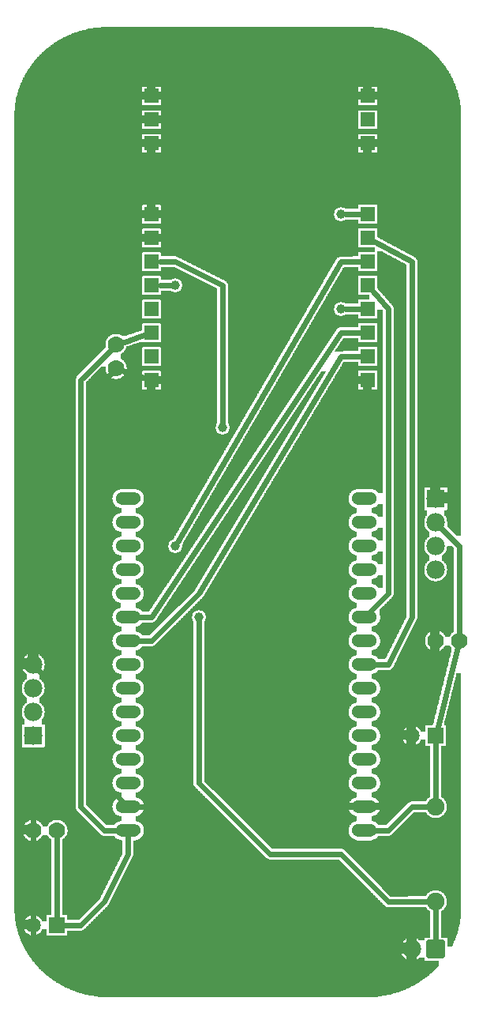
<source format=gtl>
G04 MADE WITH FRITZING*
G04 WWW.FRITZING.ORG*
G04 DOUBLE SIDED*
G04 HOLES PLATED*
G04 CONTOUR ON CENTER OF CONTOUR VECTOR*
%ASAXBY*%
%FSLAX23Y23*%
%MOIN*%
%OFA0B0*%
%SFA1.0B1.0*%
%ADD10C,0.075000*%
%ADD11C,0.070000*%
%ADD12C,0.065000*%
%ADD13C,0.078000*%
%ADD14C,0.039370*%
%ADD15C,0.052000*%
%ADD16R,0.078000X0.078000*%
%ADD17C,0.024000*%
%ADD18C,0.020000*%
%ADD19R,0.001000X0.001000*%
%LNCOPPER1*%
G90*
G70*
G54D10*
X323Y4060D03*
G54D11*
X120Y743D03*
X220Y743D03*
X1820Y1543D03*
X1920Y1543D03*
X470Y2693D03*
X470Y2793D03*
G54D12*
X1720Y1143D03*
X1820Y1143D03*
X1720Y1143D03*
X1820Y1143D03*
X120Y343D03*
X220Y343D03*
X120Y343D03*
X220Y343D03*
G54D10*
X1820Y843D03*
X1820Y443D03*
G54D13*
X120Y1143D03*
X120Y1243D03*
X120Y1343D03*
X120Y1443D03*
X1820Y2143D03*
X1820Y2043D03*
X1820Y1943D03*
X1820Y1843D03*
X1820Y243D03*
X1720Y243D03*
G54D14*
X1420Y3343D03*
X1420Y2943D03*
X720Y1943D03*
X720Y3043D03*
X920Y2443D03*
X820Y1643D03*
G54D15*
X1520Y743D03*
X1520Y843D03*
X1520Y943D03*
X1520Y1043D03*
X1520Y1143D03*
X1520Y1243D03*
X1520Y1343D03*
X1520Y1443D03*
X1520Y1543D03*
X1520Y1643D03*
X1520Y1743D03*
X1520Y1843D03*
X1520Y1943D03*
X1520Y2043D03*
X1520Y2143D03*
X520Y2143D03*
X520Y2043D03*
X520Y1943D03*
X520Y1843D03*
X520Y1743D03*
X520Y1643D03*
X520Y1543D03*
X520Y1443D03*
X520Y1343D03*
X520Y1243D03*
X520Y1143D03*
X520Y1043D03*
X520Y943D03*
X520Y843D03*
X520Y743D03*
G54D16*
X120Y1143D03*
X1820Y2143D03*
G54D17*
X1499Y2943D02*
X1439Y2943D01*
D02*
X1499Y3343D02*
X1439Y3343D01*
D02*
X1419Y3142D02*
X730Y1959D01*
D02*
X1499Y3142D02*
X1419Y3142D01*
D02*
X920Y3043D02*
X720Y3142D01*
D02*
X720Y3142D02*
X655Y3143D01*
D02*
X920Y2462D02*
X920Y3043D01*
D02*
X701Y3043D02*
X655Y3043D01*
D02*
X587Y2654D02*
X495Y2684D01*
D02*
X495Y2801D02*
X587Y2832D01*
D02*
X421Y742D02*
X520Y743D01*
D02*
X321Y842D02*
X421Y742D01*
D02*
X321Y2643D02*
X321Y842D01*
D02*
X452Y2774D02*
X321Y2643D01*
D02*
X421Y2643D02*
X452Y2674D01*
D02*
X421Y942D02*
X421Y2643D01*
D02*
X520Y843D02*
X421Y942D01*
D02*
X1820Y414D02*
X1820Y273D01*
D02*
X920Y843D02*
X819Y942D01*
D02*
X1120Y644D02*
X920Y843D01*
D02*
X1620Y442D02*
X1420Y644D01*
D02*
X1792Y443D02*
X1620Y442D01*
D02*
X1420Y644D02*
X1120Y644D01*
D02*
X819Y942D02*
X820Y1624D01*
D02*
X1820Y1118D02*
X1820Y871D01*
D02*
X1914Y1517D02*
X1826Y1167D01*
D02*
X1919Y1944D02*
X1920Y1569D01*
D02*
X1841Y2021D02*
X1919Y1944D01*
D02*
X321Y343D02*
X245Y343D01*
D02*
X521Y644D02*
X420Y442D01*
D02*
X420Y442D02*
X321Y343D01*
D02*
X520Y743D02*
X521Y644D01*
D02*
X120Y717D02*
X120Y368D01*
D02*
X220Y717D02*
X220Y368D01*
D02*
X119Y843D02*
X120Y769D01*
D02*
X220Y1342D02*
X220Y942D01*
D02*
X141Y1421D02*
X220Y1342D01*
D02*
X220Y942D02*
X119Y843D01*
D02*
X1620Y743D02*
X1719Y843D01*
D02*
X1719Y843D02*
X1792Y843D01*
D02*
X1550Y743D02*
X1620Y743D01*
D02*
X1419Y2843D02*
X821Y1943D01*
D02*
X821Y1943D02*
X620Y1643D01*
D02*
X620Y1643D02*
X550Y1643D01*
D02*
X1499Y2843D02*
X1419Y2843D01*
D02*
X1419Y2742D02*
X821Y1743D01*
D02*
X821Y1743D02*
X620Y1543D01*
D02*
X620Y1543D02*
X550Y1543D01*
D02*
X1499Y2743D02*
X1419Y2742D01*
D02*
X1720Y1643D02*
X1620Y1442D01*
D02*
X1620Y1442D02*
X1550Y1443D01*
D02*
X1720Y3143D02*
X1720Y1643D01*
D02*
X1564Y3226D02*
X1720Y3143D01*
D02*
X1620Y1743D02*
X1541Y1664D01*
D02*
X1620Y2943D02*
X1620Y1743D01*
D02*
X1556Y3017D02*
X1620Y2943D01*
D02*
X720Y442D02*
X421Y143D01*
D02*
X619Y844D02*
X720Y743D01*
D02*
X421Y143D02*
X220Y143D01*
D02*
X550Y843D02*
X619Y844D01*
D02*
X120Y244D02*
X120Y318D01*
D02*
X720Y743D02*
X720Y442D01*
D02*
X220Y143D02*
X120Y244D01*
G36*
X408Y4133D02*
X408Y4131D01*
X388Y4131D01*
X388Y4129D01*
X372Y4129D01*
X372Y4127D01*
X360Y4127D01*
X360Y4125D01*
X350Y4125D01*
X350Y4123D01*
X342Y4123D01*
X342Y4121D01*
X334Y4121D01*
X334Y4119D01*
X326Y4119D01*
X326Y4117D01*
X318Y4117D01*
X318Y4115D01*
X312Y4115D01*
X312Y4113D01*
X306Y4113D01*
X306Y4111D01*
X300Y4111D01*
X300Y4109D01*
X294Y4109D01*
X294Y4107D01*
X290Y4107D01*
X290Y4105D01*
X284Y4105D01*
X284Y4103D01*
X280Y4103D01*
X280Y4101D01*
X274Y4101D01*
X274Y4099D01*
X270Y4099D01*
X270Y4097D01*
X266Y4097D01*
X266Y4095D01*
X262Y4095D01*
X262Y4093D01*
X258Y4093D01*
X258Y4091D01*
X252Y4091D01*
X252Y4089D01*
X248Y4089D01*
X248Y4087D01*
X246Y4087D01*
X246Y4085D01*
X242Y4085D01*
X242Y4083D01*
X238Y4083D01*
X238Y4081D01*
X234Y4081D01*
X234Y4079D01*
X230Y4079D01*
X230Y4077D01*
X228Y4077D01*
X228Y4075D01*
X224Y4075D01*
X224Y4073D01*
X220Y4073D01*
X220Y4071D01*
X218Y4071D01*
X218Y4069D01*
X214Y4069D01*
X214Y4067D01*
X212Y4067D01*
X212Y4065D01*
X208Y4065D01*
X208Y4063D01*
X206Y4063D01*
X206Y4061D01*
X202Y4061D01*
X202Y4059D01*
X200Y4059D01*
X200Y4057D01*
X196Y4057D01*
X196Y4055D01*
X194Y4055D01*
X194Y4053D01*
X192Y4053D01*
X192Y4051D01*
X188Y4051D01*
X188Y4049D01*
X186Y4049D01*
X186Y4047D01*
X184Y4047D01*
X184Y4045D01*
X182Y4045D01*
X182Y4043D01*
X178Y4043D01*
X178Y4041D01*
X176Y4041D01*
X176Y4039D01*
X174Y4039D01*
X174Y4037D01*
X172Y4037D01*
X172Y4035D01*
X170Y4035D01*
X170Y4033D01*
X166Y4033D01*
X166Y4031D01*
X164Y4031D01*
X164Y4029D01*
X162Y4029D01*
X162Y4027D01*
X160Y4027D01*
X160Y4025D01*
X158Y4025D01*
X158Y4023D01*
X156Y4023D01*
X156Y4021D01*
X154Y4021D01*
X154Y4019D01*
X152Y4019D01*
X152Y4017D01*
X150Y4017D01*
X150Y4015D01*
X148Y4015D01*
X148Y4013D01*
X146Y4013D01*
X146Y4011D01*
X144Y4011D01*
X144Y4009D01*
X142Y4009D01*
X142Y4007D01*
X140Y4007D01*
X140Y4005D01*
X138Y4005D01*
X138Y4003D01*
X136Y4003D01*
X136Y4001D01*
X134Y4001D01*
X134Y3997D01*
X132Y3997D01*
X132Y3995D01*
X130Y3995D01*
X130Y3993D01*
X128Y3993D01*
X128Y3991D01*
X126Y3991D01*
X126Y3989D01*
X124Y3989D01*
X124Y3987D01*
X122Y3987D01*
X122Y3983D01*
X120Y3983D01*
X120Y3981D01*
X118Y3981D01*
X118Y3979D01*
X116Y3979D01*
X116Y3975D01*
X114Y3975D01*
X114Y3973D01*
X112Y3973D01*
X112Y3971D01*
X110Y3971D01*
X110Y3967D01*
X108Y3967D01*
X108Y3965D01*
X106Y3965D01*
X106Y3961D01*
X104Y3961D01*
X104Y3959D01*
X102Y3959D01*
X102Y3955D01*
X100Y3955D01*
X100Y3953D01*
X98Y3953D01*
X98Y3949D01*
X96Y3949D01*
X96Y3947D01*
X94Y3947D01*
X94Y3943D01*
X92Y3943D01*
X92Y3939D01*
X90Y3939D01*
X90Y3937D01*
X88Y3937D01*
X88Y3933D01*
X86Y3933D01*
X86Y3929D01*
X84Y3929D01*
X84Y3925D01*
X82Y3925D01*
X82Y3921D01*
X80Y3921D01*
X80Y3919D01*
X78Y3919D01*
X78Y3913D01*
X76Y3913D01*
X76Y3909D01*
X74Y3909D01*
X74Y3905D01*
X72Y3905D01*
X72Y3901D01*
X70Y3901D01*
X70Y3897D01*
X68Y3897D01*
X68Y3891D01*
X66Y3891D01*
X66Y3887D01*
X64Y3887D01*
X64Y3881D01*
X1574Y3881D01*
X1574Y3803D01*
X1924Y3803D01*
X1924Y3817D01*
X1922Y3817D01*
X1922Y3827D01*
X1920Y3827D01*
X1920Y3837D01*
X1918Y3837D01*
X1918Y3845D01*
X1916Y3845D01*
X1916Y3853D01*
X1914Y3853D01*
X1914Y3859D01*
X1912Y3859D01*
X1912Y3865D01*
X1910Y3865D01*
X1910Y3871D01*
X1908Y3871D01*
X1908Y3877D01*
X1906Y3877D01*
X1906Y3883D01*
X1904Y3883D01*
X1904Y3887D01*
X1902Y3887D01*
X1902Y3893D01*
X1900Y3893D01*
X1900Y3897D01*
X1898Y3897D01*
X1898Y3903D01*
X1896Y3903D01*
X1896Y3907D01*
X1894Y3907D01*
X1894Y3911D01*
X1892Y3911D01*
X1892Y3915D01*
X1890Y3915D01*
X1890Y3919D01*
X1888Y3919D01*
X1888Y3923D01*
X1886Y3923D01*
X1886Y3927D01*
X1884Y3927D01*
X1884Y3931D01*
X1882Y3931D01*
X1882Y3935D01*
X1880Y3935D01*
X1880Y3937D01*
X1878Y3937D01*
X1878Y3941D01*
X1876Y3941D01*
X1876Y3945D01*
X1874Y3945D01*
X1874Y3947D01*
X1872Y3947D01*
X1872Y3951D01*
X1870Y3951D01*
X1870Y3953D01*
X1868Y3953D01*
X1868Y3957D01*
X1866Y3957D01*
X1866Y3959D01*
X1864Y3959D01*
X1864Y3963D01*
X1862Y3963D01*
X1862Y3965D01*
X1860Y3965D01*
X1860Y3969D01*
X1858Y3969D01*
X1858Y3971D01*
X1856Y3971D01*
X1856Y3973D01*
X1854Y3973D01*
X1854Y3977D01*
X1852Y3977D01*
X1852Y3979D01*
X1850Y3979D01*
X1850Y3981D01*
X1848Y3981D01*
X1848Y3985D01*
X1846Y3985D01*
X1846Y3987D01*
X1844Y3987D01*
X1844Y3989D01*
X1842Y3989D01*
X1842Y3991D01*
X1840Y3991D01*
X1840Y3993D01*
X1838Y3993D01*
X1838Y3997D01*
X1836Y3997D01*
X1836Y3999D01*
X1834Y3999D01*
X1834Y4001D01*
X1832Y4001D01*
X1832Y4003D01*
X1830Y4003D01*
X1830Y4005D01*
X1828Y4005D01*
X1828Y4007D01*
X1826Y4007D01*
X1826Y4009D01*
X1824Y4009D01*
X1824Y4011D01*
X1822Y4011D01*
X1822Y4013D01*
X1820Y4013D01*
X1820Y4015D01*
X1818Y4015D01*
X1818Y4017D01*
X1816Y4017D01*
X1816Y4019D01*
X1814Y4019D01*
X1814Y4021D01*
X1812Y4021D01*
X1812Y4023D01*
X1810Y4023D01*
X1810Y4025D01*
X1808Y4025D01*
X1808Y4027D01*
X1806Y4027D01*
X1806Y4029D01*
X1804Y4029D01*
X1804Y4031D01*
X1802Y4031D01*
X1802Y4033D01*
X1800Y4033D01*
X1800Y4035D01*
X1796Y4035D01*
X1796Y4037D01*
X1794Y4037D01*
X1794Y4039D01*
X1792Y4039D01*
X1792Y4041D01*
X1790Y4041D01*
X1790Y4043D01*
X1788Y4043D01*
X1788Y4045D01*
X1784Y4045D01*
X1784Y4047D01*
X1782Y4047D01*
X1782Y4049D01*
X1780Y4049D01*
X1780Y4051D01*
X1776Y4051D01*
X1776Y4053D01*
X1774Y4053D01*
X1774Y4055D01*
X1772Y4055D01*
X1772Y4057D01*
X1768Y4057D01*
X1768Y4059D01*
X1766Y4059D01*
X1766Y4061D01*
X1764Y4061D01*
X1764Y4063D01*
X1760Y4063D01*
X1760Y4065D01*
X1758Y4065D01*
X1758Y4067D01*
X1754Y4067D01*
X1754Y4069D01*
X1752Y4069D01*
X1752Y4071D01*
X1748Y4071D01*
X1748Y4073D01*
X1744Y4073D01*
X1744Y4075D01*
X1742Y4075D01*
X1742Y4077D01*
X1738Y4077D01*
X1738Y4079D01*
X1734Y4079D01*
X1734Y4081D01*
X1730Y4081D01*
X1730Y4083D01*
X1728Y4083D01*
X1728Y4085D01*
X1724Y4085D01*
X1724Y4087D01*
X1720Y4087D01*
X1720Y4089D01*
X1716Y4089D01*
X1716Y4091D01*
X1712Y4091D01*
X1712Y4093D01*
X1708Y4093D01*
X1708Y4095D01*
X1704Y4095D01*
X1704Y4097D01*
X1698Y4097D01*
X1698Y4099D01*
X1694Y4099D01*
X1694Y4101D01*
X1690Y4101D01*
X1690Y4103D01*
X1684Y4103D01*
X1684Y4105D01*
X1680Y4105D01*
X1680Y4107D01*
X1674Y4107D01*
X1674Y4109D01*
X1668Y4109D01*
X1668Y4111D01*
X1662Y4111D01*
X1662Y4113D01*
X1656Y4113D01*
X1656Y4115D01*
X1650Y4115D01*
X1650Y4117D01*
X1642Y4117D01*
X1642Y4119D01*
X1636Y4119D01*
X1636Y4121D01*
X1626Y4121D01*
X1626Y4123D01*
X1618Y4123D01*
X1618Y4125D01*
X1608Y4125D01*
X1608Y4127D01*
X1596Y4127D01*
X1596Y4129D01*
X1582Y4129D01*
X1582Y4131D01*
X1560Y4131D01*
X1560Y4133D01*
X408Y4133D01*
G37*
D02*
G36*
X62Y3881D02*
X62Y3875D01*
X60Y3875D01*
X60Y3869D01*
X58Y3869D01*
X58Y3863D01*
X56Y3863D01*
X56Y3857D01*
X54Y3857D01*
X54Y3851D01*
X52Y3851D01*
X52Y3843D01*
X50Y3843D01*
X50Y3835D01*
X48Y3835D01*
X48Y3825D01*
X46Y3825D01*
X46Y3813D01*
X44Y3813D01*
X44Y3803D01*
X580Y3803D01*
X580Y3881D01*
X62Y3881D01*
G37*
D02*
G36*
X660Y3881D02*
X660Y3803D01*
X1494Y3803D01*
X1494Y3881D01*
X660Y3881D01*
G37*
D02*
G36*
X44Y3803D02*
X44Y3801D01*
X1926Y3801D01*
X1926Y3803D01*
X44Y3803D01*
G37*
D02*
G36*
X44Y3803D02*
X44Y3801D01*
X1926Y3801D01*
X1926Y3803D01*
X44Y3803D01*
G37*
D02*
G36*
X44Y3803D02*
X44Y3801D01*
X1926Y3801D01*
X1926Y3803D01*
X44Y3803D01*
G37*
D02*
G36*
X44Y3801D02*
X44Y3799D01*
X42Y3799D01*
X42Y3781D01*
X1574Y3781D01*
X1574Y3703D01*
X1928Y3703D01*
X1928Y3785D01*
X1926Y3785D01*
X1926Y3801D01*
X44Y3801D01*
G37*
D02*
G36*
X42Y3781D02*
X42Y3779D01*
X40Y3779D01*
X40Y3703D01*
X580Y3703D01*
X580Y3781D01*
X42Y3781D01*
G37*
D02*
G36*
X660Y3781D02*
X660Y3703D01*
X1494Y3703D01*
X1494Y3781D01*
X660Y3781D01*
G37*
D02*
G36*
X40Y3703D02*
X40Y3701D01*
X1928Y3701D01*
X1928Y3703D01*
X40Y3703D01*
G37*
D02*
G36*
X40Y3703D02*
X40Y3701D01*
X1928Y3701D01*
X1928Y3703D01*
X40Y3703D01*
G37*
D02*
G36*
X40Y3703D02*
X40Y3701D01*
X1928Y3701D01*
X1928Y3703D01*
X40Y3703D01*
G37*
D02*
G36*
X40Y3701D02*
X40Y3681D01*
X1574Y3681D01*
X1574Y3603D01*
X1928Y3603D01*
X1928Y3701D01*
X40Y3701D01*
G37*
D02*
G36*
X40Y3681D02*
X40Y3603D01*
X580Y3603D01*
X580Y3681D01*
X40Y3681D01*
G37*
D02*
G36*
X660Y3681D02*
X660Y3603D01*
X1494Y3603D01*
X1494Y3681D01*
X660Y3681D01*
G37*
D02*
G36*
X40Y3603D02*
X40Y3601D01*
X1928Y3601D01*
X1928Y3603D01*
X40Y3603D01*
G37*
D02*
G36*
X40Y3603D02*
X40Y3601D01*
X1928Y3601D01*
X1928Y3603D01*
X40Y3603D01*
G37*
D02*
G36*
X40Y3603D02*
X40Y3601D01*
X1928Y3601D01*
X1928Y3603D01*
X40Y3603D01*
G37*
D02*
G36*
X40Y3601D02*
X40Y3383D01*
X1572Y3383D01*
X1572Y3381D01*
X1574Y3381D01*
X1574Y3303D01*
X1928Y3303D01*
X1928Y3601D01*
X40Y3601D01*
G37*
D02*
G36*
X40Y3383D02*
X40Y3303D01*
X580Y3303D01*
X580Y3381D01*
X582Y3381D01*
X582Y3383D01*
X40Y3383D01*
G37*
D02*
G36*
X658Y3383D02*
X658Y3381D01*
X660Y3381D01*
X660Y3373D01*
X1422Y3373D01*
X1422Y3371D01*
X1432Y3371D01*
X1432Y3369D01*
X1436Y3369D01*
X1436Y3367D01*
X1438Y3367D01*
X1438Y3365D01*
X1494Y3365D01*
X1494Y3383D01*
X658Y3383D01*
G37*
D02*
G36*
X660Y3373D02*
X660Y3313D01*
X1412Y3313D01*
X1412Y3315D01*
X1408Y3315D01*
X1408Y3317D01*
X1404Y3317D01*
X1404Y3319D01*
X1402Y3319D01*
X1402Y3321D01*
X1398Y3321D01*
X1398Y3325D01*
X1396Y3325D01*
X1396Y3327D01*
X1394Y3327D01*
X1394Y3331D01*
X1392Y3331D01*
X1392Y3337D01*
X1390Y3337D01*
X1390Y3347D01*
X1392Y3347D01*
X1392Y3355D01*
X1394Y3355D01*
X1394Y3359D01*
X1396Y3359D01*
X1396Y3361D01*
X1398Y3361D01*
X1398Y3363D01*
X1400Y3363D01*
X1400Y3365D01*
X1402Y3365D01*
X1402Y3367D01*
X1406Y3367D01*
X1406Y3369D01*
X1410Y3369D01*
X1410Y3371D01*
X1418Y3371D01*
X1418Y3373D01*
X660Y3373D01*
G37*
D02*
G36*
X1440Y3321D02*
X1440Y3319D01*
X1436Y3319D01*
X1436Y3317D01*
X1434Y3317D01*
X1434Y3315D01*
X1428Y3315D01*
X1428Y3313D01*
X1494Y3313D01*
X1494Y3321D01*
X1440Y3321D01*
G37*
D02*
G36*
X660Y3313D02*
X660Y3311D01*
X1494Y3311D01*
X1494Y3313D01*
X660Y3313D01*
G37*
D02*
G36*
X660Y3313D02*
X660Y3311D01*
X1494Y3311D01*
X1494Y3313D01*
X660Y3313D01*
G37*
D02*
G36*
X660Y3311D02*
X660Y3303D01*
X1494Y3303D01*
X1494Y3311D01*
X660Y3311D01*
G37*
D02*
G36*
X40Y3303D02*
X40Y3301D01*
X1928Y3301D01*
X1928Y3303D01*
X40Y3303D01*
G37*
D02*
G36*
X40Y3303D02*
X40Y3301D01*
X1928Y3301D01*
X1928Y3303D01*
X40Y3303D01*
G37*
D02*
G36*
X40Y3303D02*
X40Y3301D01*
X1928Y3301D01*
X1928Y3303D01*
X40Y3303D01*
G37*
D02*
G36*
X40Y3301D02*
X40Y3283D01*
X1572Y3283D01*
X1572Y3281D01*
X1574Y3281D01*
X1574Y3245D01*
X1578Y3245D01*
X1578Y3243D01*
X1582Y3243D01*
X1582Y3241D01*
X1584Y3241D01*
X1584Y3239D01*
X1588Y3239D01*
X1588Y3237D01*
X1592Y3237D01*
X1592Y3235D01*
X1596Y3235D01*
X1596Y3233D01*
X1600Y3233D01*
X1600Y3231D01*
X1604Y3231D01*
X1604Y3229D01*
X1608Y3229D01*
X1608Y3227D01*
X1610Y3227D01*
X1610Y3225D01*
X1614Y3225D01*
X1614Y3223D01*
X1618Y3223D01*
X1618Y3221D01*
X1622Y3221D01*
X1622Y3219D01*
X1626Y3219D01*
X1626Y3217D01*
X1630Y3217D01*
X1630Y3215D01*
X1634Y3215D01*
X1634Y3213D01*
X1638Y3213D01*
X1638Y3211D01*
X1640Y3211D01*
X1640Y3209D01*
X1644Y3209D01*
X1644Y3207D01*
X1648Y3207D01*
X1648Y3205D01*
X1652Y3205D01*
X1652Y3203D01*
X1656Y3203D01*
X1656Y3201D01*
X1660Y3201D01*
X1660Y3199D01*
X1664Y3199D01*
X1664Y3197D01*
X1666Y3197D01*
X1666Y3195D01*
X1670Y3195D01*
X1670Y3193D01*
X1674Y3193D01*
X1674Y3191D01*
X1678Y3191D01*
X1678Y3189D01*
X1682Y3189D01*
X1682Y3187D01*
X1686Y3187D01*
X1686Y3185D01*
X1690Y3185D01*
X1690Y3183D01*
X1694Y3183D01*
X1694Y3181D01*
X1696Y3181D01*
X1696Y3179D01*
X1700Y3179D01*
X1700Y3177D01*
X1704Y3177D01*
X1704Y3175D01*
X1708Y3175D01*
X1708Y3173D01*
X1712Y3173D01*
X1712Y3171D01*
X1716Y3171D01*
X1716Y3169D01*
X1720Y3169D01*
X1720Y3167D01*
X1724Y3167D01*
X1724Y3165D01*
X1726Y3165D01*
X1726Y3163D01*
X1730Y3163D01*
X1730Y3161D01*
X1734Y3161D01*
X1734Y3159D01*
X1736Y3159D01*
X1736Y3157D01*
X1738Y3157D01*
X1738Y3153D01*
X1740Y3153D01*
X1740Y3149D01*
X1742Y3149D01*
X1742Y2191D01*
X1870Y2191D01*
X1870Y2095D01*
X1868Y2095D01*
X1868Y2093D01*
X1858Y2093D01*
X1858Y2071D01*
X1860Y2071D01*
X1860Y2069D01*
X1862Y2069D01*
X1862Y2065D01*
X1864Y2065D01*
X1864Y2063D01*
X1866Y2063D01*
X1866Y2055D01*
X1868Y2055D01*
X1868Y2045D01*
X1870Y2045D01*
X1870Y2023D01*
X1872Y2023D01*
X1872Y2021D01*
X1874Y2021D01*
X1874Y2019D01*
X1876Y2019D01*
X1876Y2017D01*
X1878Y2017D01*
X1878Y2015D01*
X1880Y2015D01*
X1880Y2013D01*
X1882Y2013D01*
X1882Y2011D01*
X1884Y2011D01*
X1884Y2009D01*
X1886Y2009D01*
X1886Y2007D01*
X1888Y2007D01*
X1888Y2005D01*
X1890Y2005D01*
X1890Y2003D01*
X1892Y2003D01*
X1892Y2001D01*
X1894Y2001D01*
X1894Y1999D01*
X1896Y1999D01*
X1896Y1997D01*
X1898Y1997D01*
X1898Y1995D01*
X1900Y1995D01*
X1900Y1993D01*
X1902Y1993D01*
X1902Y1991D01*
X1904Y1991D01*
X1904Y1989D01*
X1906Y1989D01*
X1906Y1987D01*
X1908Y1987D01*
X1908Y1985D01*
X1928Y1985D01*
X1928Y3301D01*
X40Y3301D01*
G37*
D02*
G36*
X40Y3283D02*
X40Y3203D01*
X580Y3203D01*
X580Y3281D01*
X582Y3281D01*
X582Y3283D01*
X40Y3283D01*
G37*
D02*
G36*
X658Y3283D02*
X658Y3281D01*
X660Y3281D01*
X660Y3203D01*
X1494Y3203D01*
X1494Y3283D01*
X658Y3283D01*
G37*
D02*
G36*
X40Y3203D02*
X40Y3201D01*
X1562Y3201D01*
X1562Y3203D01*
X40Y3203D01*
G37*
D02*
G36*
X40Y3203D02*
X40Y3201D01*
X1562Y3201D01*
X1562Y3203D01*
X40Y3203D01*
G37*
D02*
G36*
X40Y3201D02*
X40Y3183D01*
X658Y3183D01*
X658Y3181D01*
X660Y3181D01*
X660Y3165D01*
X722Y3165D01*
X722Y3163D01*
X730Y3163D01*
X730Y3161D01*
X734Y3161D01*
X734Y3159D01*
X738Y3159D01*
X738Y3157D01*
X742Y3157D01*
X742Y3155D01*
X746Y3155D01*
X746Y3153D01*
X750Y3153D01*
X750Y3151D01*
X754Y3151D01*
X754Y3149D01*
X758Y3149D01*
X758Y3147D01*
X762Y3147D01*
X762Y3145D01*
X766Y3145D01*
X766Y3143D01*
X770Y3143D01*
X770Y3141D01*
X774Y3141D01*
X774Y3139D01*
X778Y3139D01*
X778Y3137D01*
X782Y3137D01*
X782Y3135D01*
X786Y3135D01*
X786Y3133D01*
X790Y3133D01*
X790Y3131D01*
X794Y3131D01*
X794Y3129D01*
X798Y3129D01*
X798Y3127D01*
X802Y3127D01*
X802Y3125D01*
X806Y3125D01*
X806Y3123D01*
X810Y3123D01*
X810Y3121D01*
X814Y3121D01*
X814Y3119D01*
X818Y3119D01*
X818Y3117D01*
X822Y3117D01*
X822Y3115D01*
X826Y3115D01*
X826Y3113D01*
X830Y3113D01*
X830Y3111D01*
X834Y3111D01*
X834Y3109D01*
X838Y3109D01*
X838Y3107D01*
X842Y3107D01*
X842Y3105D01*
X846Y3105D01*
X846Y3103D01*
X850Y3103D01*
X850Y3101D01*
X854Y3101D01*
X854Y3099D01*
X858Y3099D01*
X858Y3097D01*
X862Y3097D01*
X862Y3095D01*
X866Y3095D01*
X866Y3093D01*
X870Y3093D01*
X870Y3091D01*
X874Y3091D01*
X874Y3089D01*
X878Y3089D01*
X878Y3087D01*
X882Y3087D01*
X882Y3085D01*
X886Y3085D01*
X886Y3083D01*
X890Y3083D01*
X890Y3081D01*
X894Y3081D01*
X894Y3079D01*
X898Y3079D01*
X898Y3077D01*
X902Y3077D01*
X902Y3075D01*
X906Y3075D01*
X906Y3073D01*
X910Y3073D01*
X910Y3071D01*
X914Y3071D01*
X914Y3069D01*
X918Y3069D01*
X918Y3067D01*
X922Y3067D01*
X922Y3065D01*
X926Y3065D01*
X926Y3063D01*
X930Y3063D01*
X930Y3061D01*
X934Y3061D01*
X934Y3059D01*
X936Y3059D01*
X936Y3057D01*
X938Y3057D01*
X938Y3053D01*
X940Y3053D01*
X940Y3049D01*
X942Y3049D01*
X942Y2461D01*
X944Y2461D01*
X944Y2459D01*
X946Y2459D01*
X946Y2455D01*
X948Y2455D01*
X948Y2449D01*
X950Y2449D01*
X950Y2437D01*
X948Y2437D01*
X948Y2431D01*
X946Y2431D01*
X946Y2427D01*
X944Y2427D01*
X944Y2423D01*
X942Y2423D01*
X942Y2421D01*
X940Y2421D01*
X940Y2419D01*
X936Y2419D01*
X936Y2417D01*
X934Y2417D01*
X934Y2415D01*
X928Y2415D01*
X928Y2413D01*
X970Y2413D01*
X970Y2417D01*
X972Y2417D01*
X972Y2419D01*
X974Y2419D01*
X974Y2423D01*
X976Y2423D01*
X976Y2427D01*
X978Y2427D01*
X978Y2431D01*
X980Y2431D01*
X980Y2433D01*
X982Y2433D01*
X982Y2437D01*
X984Y2437D01*
X984Y2441D01*
X986Y2441D01*
X986Y2443D01*
X988Y2443D01*
X988Y2447D01*
X990Y2447D01*
X990Y2451D01*
X992Y2451D01*
X992Y2455D01*
X994Y2455D01*
X994Y2457D01*
X996Y2457D01*
X996Y2461D01*
X998Y2461D01*
X998Y2465D01*
X1000Y2465D01*
X1000Y2467D01*
X1002Y2467D01*
X1002Y2471D01*
X1004Y2471D01*
X1004Y2475D01*
X1006Y2475D01*
X1006Y2479D01*
X1008Y2479D01*
X1008Y2481D01*
X1010Y2481D01*
X1010Y2485D01*
X1012Y2485D01*
X1012Y2489D01*
X1014Y2489D01*
X1014Y2491D01*
X1016Y2491D01*
X1016Y2495D01*
X1018Y2495D01*
X1018Y2499D01*
X1020Y2499D01*
X1020Y2503D01*
X1022Y2503D01*
X1022Y2505D01*
X1024Y2505D01*
X1024Y2509D01*
X1026Y2509D01*
X1026Y2513D01*
X1028Y2513D01*
X1028Y2515D01*
X1030Y2515D01*
X1030Y2519D01*
X1032Y2519D01*
X1032Y2523D01*
X1034Y2523D01*
X1034Y2527D01*
X1036Y2527D01*
X1036Y2529D01*
X1038Y2529D01*
X1038Y2533D01*
X1040Y2533D01*
X1040Y2537D01*
X1042Y2537D01*
X1042Y2539D01*
X1044Y2539D01*
X1044Y2543D01*
X1046Y2543D01*
X1046Y2547D01*
X1048Y2547D01*
X1048Y2551D01*
X1050Y2551D01*
X1050Y2553D01*
X1052Y2553D01*
X1052Y2557D01*
X1054Y2557D01*
X1054Y2561D01*
X1056Y2561D01*
X1056Y2563D01*
X1058Y2563D01*
X1058Y2567D01*
X1060Y2567D01*
X1060Y2571D01*
X1062Y2571D01*
X1062Y2575D01*
X1064Y2575D01*
X1064Y2577D01*
X1066Y2577D01*
X1066Y2581D01*
X1068Y2581D01*
X1068Y2585D01*
X1070Y2585D01*
X1070Y2587D01*
X1072Y2587D01*
X1072Y2591D01*
X1074Y2591D01*
X1074Y2595D01*
X1076Y2595D01*
X1076Y2599D01*
X1078Y2599D01*
X1078Y2601D01*
X1080Y2601D01*
X1080Y2605D01*
X1082Y2605D01*
X1082Y2609D01*
X1084Y2609D01*
X1084Y2611D01*
X1086Y2611D01*
X1086Y2615D01*
X1088Y2615D01*
X1088Y2619D01*
X1090Y2619D01*
X1090Y2623D01*
X1092Y2623D01*
X1092Y2625D01*
X1094Y2625D01*
X1094Y2629D01*
X1096Y2629D01*
X1096Y2633D01*
X1098Y2633D01*
X1098Y2635D01*
X1100Y2635D01*
X1100Y2639D01*
X1102Y2639D01*
X1102Y2643D01*
X1104Y2643D01*
X1104Y2647D01*
X1106Y2647D01*
X1106Y2649D01*
X1108Y2649D01*
X1108Y2653D01*
X1110Y2653D01*
X1110Y2657D01*
X1112Y2657D01*
X1112Y2659D01*
X1114Y2659D01*
X1114Y2663D01*
X1116Y2663D01*
X1116Y2667D01*
X1118Y2667D01*
X1118Y2671D01*
X1120Y2671D01*
X1120Y2673D01*
X1122Y2673D01*
X1122Y2677D01*
X1124Y2677D01*
X1124Y2681D01*
X1126Y2681D01*
X1126Y2683D01*
X1128Y2683D01*
X1128Y2687D01*
X1130Y2687D01*
X1130Y2691D01*
X1132Y2691D01*
X1132Y2695D01*
X1134Y2695D01*
X1134Y2697D01*
X1136Y2697D01*
X1136Y2701D01*
X1138Y2701D01*
X1138Y2705D01*
X1140Y2705D01*
X1140Y2707D01*
X1142Y2707D01*
X1142Y2711D01*
X1144Y2711D01*
X1144Y2715D01*
X1146Y2715D01*
X1146Y2719D01*
X1148Y2719D01*
X1148Y2721D01*
X1150Y2721D01*
X1150Y2725D01*
X1152Y2725D01*
X1152Y2729D01*
X1154Y2729D01*
X1154Y2733D01*
X1156Y2733D01*
X1156Y2735D01*
X1158Y2735D01*
X1158Y2739D01*
X1160Y2739D01*
X1160Y2743D01*
X1162Y2743D01*
X1162Y2745D01*
X1164Y2745D01*
X1164Y2749D01*
X1166Y2749D01*
X1166Y2753D01*
X1168Y2753D01*
X1168Y2757D01*
X1170Y2757D01*
X1170Y2759D01*
X1172Y2759D01*
X1172Y2763D01*
X1174Y2763D01*
X1174Y2767D01*
X1176Y2767D01*
X1176Y2769D01*
X1178Y2769D01*
X1178Y2773D01*
X1180Y2773D01*
X1180Y2777D01*
X1182Y2777D01*
X1182Y2781D01*
X1184Y2781D01*
X1184Y2783D01*
X1186Y2783D01*
X1186Y2787D01*
X1188Y2787D01*
X1188Y2791D01*
X1190Y2791D01*
X1190Y2793D01*
X1192Y2793D01*
X1192Y2797D01*
X1194Y2797D01*
X1194Y2801D01*
X1196Y2801D01*
X1196Y2805D01*
X1198Y2805D01*
X1198Y2807D01*
X1200Y2807D01*
X1200Y2811D01*
X1202Y2811D01*
X1202Y2815D01*
X1204Y2815D01*
X1204Y2817D01*
X1206Y2817D01*
X1206Y2821D01*
X1208Y2821D01*
X1208Y2825D01*
X1210Y2825D01*
X1210Y2829D01*
X1212Y2829D01*
X1212Y2831D01*
X1214Y2831D01*
X1214Y2835D01*
X1216Y2835D01*
X1216Y2839D01*
X1218Y2839D01*
X1218Y2841D01*
X1220Y2841D01*
X1220Y2845D01*
X1222Y2845D01*
X1222Y2849D01*
X1224Y2849D01*
X1224Y2853D01*
X1226Y2853D01*
X1226Y2855D01*
X1228Y2855D01*
X1228Y2859D01*
X1230Y2859D01*
X1230Y2863D01*
X1232Y2863D01*
X1232Y2865D01*
X1234Y2865D01*
X1234Y2869D01*
X1236Y2869D01*
X1236Y2873D01*
X1238Y2873D01*
X1238Y2877D01*
X1240Y2877D01*
X1240Y2879D01*
X1242Y2879D01*
X1242Y2883D01*
X1244Y2883D01*
X1244Y2887D01*
X1246Y2887D01*
X1246Y2889D01*
X1248Y2889D01*
X1248Y2893D01*
X1250Y2893D01*
X1250Y2897D01*
X1252Y2897D01*
X1252Y2901D01*
X1254Y2901D01*
X1254Y2903D01*
X1256Y2903D01*
X1256Y2907D01*
X1258Y2907D01*
X1258Y2911D01*
X1260Y2911D01*
X1260Y2913D01*
X1262Y2913D01*
X1262Y2917D01*
X1264Y2917D01*
X1264Y2921D01*
X1266Y2921D01*
X1266Y2925D01*
X1268Y2925D01*
X1268Y2927D01*
X1270Y2927D01*
X1270Y2931D01*
X1272Y2931D01*
X1272Y2935D01*
X1274Y2935D01*
X1274Y2937D01*
X1276Y2937D01*
X1276Y2941D01*
X1278Y2941D01*
X1278Y2945D01*
X1280Y2945D01*
X1280Y2949D01*
X1282Y2949D01*
X1282Y2951D01*
X1284Y2951D01*
X1284Y2955D01*
X1286Y2955D01*
X1286Y2959D01*
X1288Y2959D01*
X1288Y2961D01*
X1290Y2961D01*
X1290Y2965D01*
X1292Y2965D01*
X1292Y2969D01*
X1294Y2969D01*
X1294Y2973D01*
X1296Y2973D01*
X1296Y2975D01*
X1298Y2975D01*
X1298Y2979D01*
X1300Y2979D01*
X1300Y2983D01*
X1302Y2983D01*
X1302Y2985D01*
X1304Y2985D01*
X1304Y2989D01*
X1306Y2989D01*
X1306Y2993D01*
X1308Y2993D01*
X1308Y2997D01*
X1310Y2997D01*
X1310Y2999D01*
X1312Y2999D01*
X1312Y3003D01*
X1314Y3003D01*
X1314Y3007D01*
X1316Y3007D01*
X1316Y3009D01*
X1318Y3009D01*
X1318Y3013D01*
X1320Y3013D01*
X1320Y3017D01*
X1322Y3017D01*
X1322Y3021D01*
X1324Y3021D01*
X1324Y3023D01*
X1326Y3023D01*
X1326Y3027D01*
X1328Y3027D01*
X1328Y3031D01*
X1330Y3031D01*
X1330Y3033D01*
X1332Y3033D01*
X1332Y3037D01*
X1334Y3037D01*
X1334Y3041D01*
X1336Y3041D01*
X1336Y3045D01*
X1338Y3045D01*
X1338Y3047D01*
X1340Y3047D01*
X1340Y3051D01*
X1342Y3051D01*
X1342Y3055D01*
X1344Y3055D01*
X1344Y3057D01*
X1346Y3057D01*
X1346Y3061D01*
X1348Y3061D01*
X1348Y3065D01*
X1350Y3065D01*
X1350Y3069D01*
X1352Y3069D01*
X1352Y3071D01*
X1354Y3071D01*
X1354Y3075D01*
X1356Y3075D01*
X1356Y3079D01*
X1358Y3079D01*
X1358Y3081D01*
X1360Y3081D01*
X1360Y3085D01*
X1362Y3085D01*
X1362Y3089D01*
X1364Y3089D01*
X1364Y3093D01*
X1366Y3093D01*
X1366Y3095D01*
X1368Y3095D01*
X1368Y3099D01*
X1370Y3099D01*
X1370Y3103D01*
X1372Y3103D01*
X1372Y3105D01*
X1374Y3105D01*
X1374Y3109D01*
X1376Y3109D01*
X1376Y3113D01*
X1378Y3113D01*
X1378Y3117D01*
X1380Y3117D01*
X1380Y3119D01*
X1382Y3119D01*
X1382Y3123D01*
X1384Y3123D01*
X1384Y3127D01*
X1386Y3127D01*
X1386Y3129D01*
X1388Y3129D01*
X1388Y3133D01*
X1390Y3133D01*
X1390Y3137D01*
X1392Y3137D01*
X1392Y3141D01*
X1394Y3141D01*
X1394Y3143D01*
X1396Y3143D01*
X1396Y3147D01*
X1398Y3147D01*
X1398Y3151D01*
X1400Y3151D01*
X1400Y3153D01*
X1402Y3153D01*
X1402Y3157D01*
X1404Y3157D01*
X1404Y3159D01*
X1408Y3159D01*
X1408Y3161D01*
X1412Y3161D01*
X1412Y3163D01*
X1470Y3163D01*
X1470Y3165D01*
X1494Y3165D01*
X1494Y3183D01*
X1562Y3183D01*
X1562Y3201D01*
X40Y3201D01*
G37*
D02*
G36*
X1574Y3185D02*
X1574Y3103D01*
X1698Y3103D01*
X1698Y3131D01*
X1694Y3131D01*
X1694Y3133D01*
X1690Y3133D01*
X1690Y3135D01*
X1686Y3135D01*
X1686Y3137D01*
X1682Y3137D01*
X1682Y3139D01*
X1678Y3139D01*
X1678Y3141D01*
X1674Y3141D01*
X1674Y3143D01*
X1670Y3143D01*
X1670Y3145D01*
X1668Y3145D01*
X1668Y3147D01*
X1664Y3147D01*
X1664Y3149D01*
X1660Y3149D01*
X1660Y3151D01*
X1656Y3151D01*
X1656Y3153D01*
X1652Y3153D01*
X1652Y3155D01*
X1648Y3155D01*
X1648Y3157D01*
X1644Y3157D01*
X1644Y3159D01*
X1640Y3159D01*
X1640Y3161D01*
X1638Y3161D01*
X1638Y3163D01*
X1634Y3163D01*
X1634Y3165D01*
X1630Y3165D01*
X1630Y3167D01*
X1626Y3167D01*
X1626Y3169D01*
X1622Y3169D01*
X1622Y3171D01*
X1618Y3171D01*
X1618Y3173D01*
X1614Y3173D01*
X1614Y3175D01*
X1612Y3175D01*
X1612Y3177D01*
X1608Y3177D01*
X1608Y3179D01*
X1604Y3179D01*
X1604Y3181D01*
X1600Y3181D01*
X1600Y3183D01*
X1596Y3183D01*
X1596Y3185D01*
X1574Y3185D01*
G37*
D02*
G36*
X40Y3183D02*
X40Y3103D01*
X580Y3103D01*
X580Y3181D01*
X582Y3181D01*
X582Y3183D01*
X40Y3183D01*
G37*
D02*
G36*
X660Y3121D02*
X660Y3103D01*
X748Y3103D01*
X748Y3105D01*
X744Y3105D01*
X744Y3107D01*
X740Y3107D01*
X740Y3109D01*
X736Y3109D01*
X736Y3111D01*
X732Y3111D01*
X732Y3113D01*
X728Y3113D01*
X728Y3115D01*
X724Y3115D01*
X724Y3117D01*
X720Y3117D01*
X720Y3119D01*
X716Y3119D01*
X716Y3121D01*
X660Y3121D01*
G37*
D02*
G36*
X1472Y3121D02*
X1472Y3119D01*
X1432Y3119D01*
X1432Y3117D01*
X1430Y3117D01*
X1430Y3115D01*
X1428Y3115D01*
X1428Y3111D01*
X1426Y3111D01*
X1426Y3107D01*
X1424Y3107D01*
X1424Y3105D01*
X1422Y3105D01*
X1422Y3103D01*
X1494Y3103D01*
X1494Y3121D01*
X1472Y3121D01*
G37*
D02*
G36*
X40Y3103D02*
X40Y3101D01*
X752Y3101D01*
X752Y3103D01*
X40Y3103D01*
G37*
D02*
G36*
X40Y3103D02*
X40Y3101D01*
X752Y3101D01*
X752Y3103D01*
X40Y3103D01*
G37*
D02*
G36*
X1422Y3103D02*
X1422Y3101D01*
X1698Y3101D01*
X1698Y3103D01*
X1422Y3103D01*
G37*
D02*
G36*
X1422Y3103D02*
X1422Y3101D01*
X1698Y3101D01*
X1698Y3103D01*
X1422Y3103D01*
G37*
D02*
G36*
X40Y3101D02*
X40Y3083D01*
X658Y3083D01*
X658Y3081D01*
X660Y3081D01*
X660Y3073D01*
X722Y3073D01*
X722Y3071D01*
X732Y3071D01*
X732Y3069D01*
X734Y3069D01*
X734Y3067D01*
X738Y3067D01*
X738Y3065D01*
X740Y3065D01*
X740Y3063D01*
X742Y3063D01*
X742Y3061D01*
X744Y3061D01*
X744Y3059D01*
X746Y3059D01*
X746Y3055D01*
X748Y3055D01*
X748Y3049D01*
X750Y3049D01*
X750Y3037D01*
X748Y3037D01*
X748Y3031D01*
X746Y3031D01*
X746Y3027D01*
X744Y3027D01*
X744Y3023D01*
X742Y3023D01*
X742Y3021D01*
X740Y3021D01*
X740Y3019D01*
X736Y3019D01*
X736Y3017D01*
X734Y3017D01*
X734Y3015D01*
X728Y3015D01*
X728Y3013D01*
X898Y3013D01*
X898Y3029D01*
X896Y3029D01*
X896Y3031D01*
X892Y3031D01*
X892Y3033D01*
X888Y3033D01*
X888Y3035D01*
X884Y3035D01*
X884Y3037D01*
X880Y3037D01*
X880Y3039D01*
X876Y3039D01*
X876Y3041D01*
X872Y3041D01*
X872Y3043D01*
X868Y3043D01*
X868Y3045D01*
X864Y3045D01*
X864Y3047D01*
X860Y3047D01*
X860Y3049D01*
X856Y3049D01*
X856Y3051D01*
X852Y3051D01*
X852Y3053D01*
X848Y3053D01*
X848Y3055D01*
X844Y3055D01*
X844Y3057D01*
X840Y3057D01*
X840Y3059D01*
X836Y3059D01*
X836Y3061D01*
X832Y3061D01*
X832Y3063D01*
X828Y3063D01*
X828Y3065D01*
X824Y3065D01*
X824Y3067D01*
X820Y3067D01*
X820Y3069D01*
X816Y3069D01*
X816Y3071D01*
X812Y3071D01*
X812Y3073D01*
X808Y3073D01*
X808Y3075D01*
X804Y3075D01*
X804Y3077D01*
X800Y3077D01*
X800Y3079D01*
X796Y3079D01*
X796Y3081D01*
X792Y3081D01*
X792Y3083D01*
X788Y3083D01*
X788Y3085D01*
X784Y3085D01*
X784Y3087D01*
X780Y3087D01*
X780Y3089D01*
X776Y3089D01*
X776Y3091D01*
X772Y3091D01*
X772Y3093D01*
X768Y3093D01*
X768Y3095D01*
X764Y3095D01*
X764Y3097D01*
X760Y3097D01*
X760Y3099D01*
X756Y3099D01*
X756Y3101D01*
X40Y3101D01*
G37*
D02*
G36*
X1420Y3101D02*
X1420Y3097D01*
X1418Y3097D01*
X1418Y3093D01*
X1416Y3093D01*
X1416Y3091D01*
X1414Y3091D01*
X1414Y3087D01*
X1412Y3087D01*
X1412Y3083D01*
X1572Y3083D01*
X1572Y3081D01*
X1574Y3081D01*
X1574Y3029D01*
X1576Y3029D01*
X1576Y3027D01*
X1578Y3027D01*
X1578Y3023D01*
X1580Y3023D01*
X1580Y3021D01*
X1582Y3021D01*
X1582Y3019D01*
X1584Y3019D01*
X1584Y3017D01*
X1586Y3017D01*
X1586Y3015D01*
X1588Y3015D01*
X1588Y3013D01*
X1590Y3013D01*
X1590Y3011D01*
X1592Y3011D01*
X1592Y3007D01*
X1594Y3007D01*
X1594Y3005D01*
X1596Y3005D01*
X1596Y3003D01*
X1598Y3003D01*
X1598Y3001D01*
X1600Y3001D01*
X1600Y2999D01*
X1602Y2999D01*
X1602Y2997D01*
X1604Y2997D01*
X1604Y2995D01*
X1606Y2995D01*
X1606Y2991D01*
X1608Y2991D01*
X1608Y2989D01*
X1610Y2989D01*
X1610Y2987D01*
X1612Y2987D01*
X1612Y2985D01*
X1614Y2985D01*
X1614Y2983D01*
X1616Y2983D01*
X1616Y2981D01*
X1618Y2981D01*
X1618Y2979D01*
X1620Y2979D01*
X1620Y2975D01*
X1622Y2975D01*
X1622Y2973D01*
X1624Y2973D01*
X1624Y2971D01*
X1626Y2971D01*
X1626Y2969D01*
X1628Y2969D01*
X1628Y2967D01*
X1630Y2967D01*
X1630Y2965D01*
X1632Y2965D01*
X1632Y2963D01*
X1634Y2963D01*
X1634Y2959D01*
X1636Y2959D01*
X1636Y2957D01*
X1638Y2957D01*
X1638Y2955D01*
X1640Y2955D01*
X1640Y2951D01*
X1642Y2951D01*
X1642Y1735D01*
X1640Y1735D01*
X1640Y1731D01*
X1638Y1731D01*
X1638Y1729D01*
X1636Y1729D01*
X1636Y1725D01*
X1634Y1725D01*
X1634Y1723D01*
X1632Y1723D01*
X1632Y1721D01*
X1630Y1721D01*
X1630Y1719D01*
X1628Y1719D01*
X1628Y1717D01*
X1626Y1717D01*
X1626Y1715D01*
X1624Y1715D01*
X1624Y1713D01*
X1622Y1713D01*
X1622Y1711D01*
X1620Y1711D01*
X1620Y1709D01*
X1618Y1709D01*
X1618Y1707D01*
X1616Y1707D01*
X1616Y1705D01*
X1614Y1705D01*
X1614Y1703D01*
X1612Y1703D01*
X1612Y1701D01*
X1610Y1701D01*
X1610Y1699D01*
X1608Y1699D01*
X1608Y1697D01*
X1606Y1697D01*
X1606Y1695D01*
X1604Y1695D01*
X1604Y1693D01*
X1602Y1693D01*
X1602Y1691D01*
X1600Y1691D01*
X1600Y1689D01*
X1598Y1689D01*
X1598Y1687D01*
X1594Y1687D01*
X1594Y1685D01*
X1592Y1685D01*
X1592Y1683D01*
X1590Y1683D01*
X1590Y1681D01*
X1588Y1681D01*
X1588Y1679D01*
X1586Y1679D01*
X1586Y1677D01*
X1584Y1677D01*
X1584Y1651D01*
X1586Y1651D01*
X1586Y1633D01*
X1584Y1633D01*
X1584Y1627D01*
X1582Y1627D01*
X1582Y1623D01*
X1580Y1623D01*
X1580Y1619D01*
X1578Y1619D01*
X1578Y1617D01*
X1576Y1617D01*
X1576Y1615D01*
X1574Y1615D01*
X1574Y1613D01*
X1572Y1613D01*
X1572Y1611D01*
X1570Y1611D01*
X1570Y1609D01*
X1566Y1609D01*
X1566Y1607D01*
X1564Y1607D01*
X1564Y1605D01*
X1558Y1605D01*
X1558Y1603D01*
X1550Y1603D01*
X1550Y1583D01*
X1556Y1583D01*
X1556Y1581D01*
X1562Y1581D01*
X1562Y1579D01*
X1566Y1579D01*
X1566Y1577D01*
X1568Y1577D01*
X1568Y1575D01*
X1570Y1575D01*
X1570Y1573D01*
X1574Y1573D01*
X1574Y1571D01*
X1576Y1571D01*
X1576Y1567D01*
X1578Y1567D01*
X1578Y1565D01*
X1580Y1565D01*
X1580Y1561D01*
X1582Y1561D01*
X1582Y1557D01*
X1584Y1557D01*
X1584Y1551D01*
X1586Y1551D01*
X1586Y1533D01*
X1584Y1533D01*
X1584Y1527D01*
X1582Y1527D01*
X1582Y1523D01*
X1580Y1523D01*
X1580Y1519D01*
X1578Y1519D01*
X1578Y1517D01*
X1576Y1517D01*
X1576Y1515D01*
X1574Y1515D01*
X1574Y1513D01*
X1572Y1513D01*
X1572Y1511D01*
X1570Y1511D01*
X1570Y1509D01*
X1566Y1509D01*
X1566Y1507D01*
X1564Y1507D01*
X1564Y1505D01*
X1558Y1505D01*
X1558Y1503D01*
X1550Y1503D01*
X1550Y1483D01*
X1556Y1483D01*
X1556Y1481D01*
X1562Y1481D01*
X1562Y1479D01*
X1566Y1479D01*
X1566Y1477D01*
X1568Y1477D01*
X1568Y1475D01*
X1572Y1475D01*
X1572Y1473D01*
X1574Y1473D01*
X1574Y1471D01*
X1576Y1471D01*
X1576Y1467D01*
X1578Y1467D01*
X1578Y1465D01*
X1608Y1465D01*
X1608Y1469D01*
X1610Y1469D01*
X1610Y1473D01*
X1612Y1473D01*
X1612Y1477D01*
X1614Y1477D01*
X1614Y1481D01*
X1616Y1481D01*
X1616Y1485D01*
X1618Y1485D01*
X1618Y1489D01*
X1620Y1489D01*
X1620Y1493D01*
X1622Y1493D01*
X1622Y1497D01*
X1624Y1497D01*
X1624Y1501D01*
X1626Y1501D01*
X1626Y1505D01*
X1628Y1505D01*
X1628Y1509D01*
X1630Y1509D01*
X1630Y1513D01*
X1632Y1513D01*
X1632Y1517D01*
X1634Y1517D01*
X1634Y1521D01*
X1636Y1521D01*
X1636Y1525D01*
X1638Y1525D01*
X1638Y1529D01*
X1640Y1529D01*
X1640Y1533D01*
X1642Y1533D01*
X1642Y1537D01*
X1644Y1537D01*
X1644Y1541D01*
X1646Y1541D01*
X1646Y1545D01*
X1648Y1545D01*
X1648Y1549D01*
X1650Y1549D01*
X1650Y1553D01*
X1652Y1553D01*
X1652Y1557D01*
X1654Y1557D01*
X1654Y1561D01*
X1656Y1561D01*
X1656Y1565D01*
X1658Y1565D01*
X1658Y1569D01*
X1660Y1569D01*
X1660Y1573D01*
X1662Y1573D01*
X1662Y1577D01*
X1664Y1577D01*
X1664Y1581D01*
X1666Y1581D01*
X1666Y1585D01*
X1668Y1585D01*
X1668Y1589D01*
X1670Y1589D01*
X1670Y1593D01*
X1672Y1593D01*
X1672Y1597D01*
X1674Y1597D01*
X1674Y1601D01*
X1676Y1601D01*
X1676Y1605D01*
X1678Y1605D01*
X1678Y1609D01*
X1680Y1609D01*
X1680Y1613D01*
X1682Y1613D01*
X1682Y1617D01*
X1684Y1617D01*
X1684Y1621D01*
X1686Y1621D01*
X1686Y1625D01*
X1688Y1625D01*
X1688Y1629D01*
X1690Y1629D01*
X1690Y1633D01*
X1692Y1633D01*
X1692Y1637D01*
X1694Y1637D01*
X1694Y1641D01*
X1696Y1641D01*
X1696Y1645D01*
X1698Y1645D01*
X1698Y3101D01*
X1420Y3101D01*
G37*
D02*
G36*
X40Y3083D02*
X40Y3003D01*
X580Y3003D01*
X580Y3081D01*
X582Y3081D01*
X582Y3083D01*
X40Y3083D01*
G37*
D02*
G36*
X1410Y3083D02*
X1410Y3081D01*
X1408Y3081D01*
X1408Y3077D01*
X1406Y3077D01*
X1406Y3073D01*
X1404Y3073D01*
X1404Y3069D01*
X1402Y3069D01*
X1402Y3067D01*
X1400Y3067D01*
X1400Y3063D01*
X1398Y3063D01*
X1398Y3059D01*
X1396Y3059D01*
X1396Y3057D01*
X1394Y3057D01*
X1394Y3053D01*
X1392Y3053D01*
X1392Y3049D01*
X1390Y3049D01*
X1390Y3045D01*
X1388Y3045D01*
X1388Y3043D01*
X1386Y3043D01*
X1386Y3039D01*
X1384Y3039D01*
X1384Y3035D01*
X1382Y3035D01*
X1382Y3033D01*
X1380Y3033D01*
X1380Y3029D01*
X1378Y3029D01*
X1378Y3025D01*
X1376Y3025D01*
X1376Y3021D01*
X1374Y3021D01*
X1374Y3019D01*
X1372Y3019D01*
X1372Y3015D01*
X1370Y3015D01*
X1370Y3011D01*
X1368Y3011D01*
X1368Y3009D01*
X1366Y3009D01*
X1366Y3005D01*
X1364Y3005D01*
X1364Y3001D01*
X1362Y3001D01*
X1362Y2997D01*
X1360Y2997D01*
X1360Y2995D01*
X1358Y2995D01*
X1358Y2991D01*
X1356Y2991D01*
X1356Y2987D01*
X1354Y2987D01*
X1354Y2985D01*
X1352Y2985D01*
X1352Y2981D01*
X1350Y2981D01*
X1350Y2977D01*
X1348Y2977D01*
X1348Y2973D01*
X1422Y2973D01*
X1422Y2971D01*
X1432Y2971D01*
X1432Y2969D01*
X1436Y2969D01*
X1436Y2967D01*
X1438Y2967D01*
X1438Y2965D01*
X1494Y2965D01*
X1494Y2983D01*
X1540Y2983D01*
X1540Y3003D01*
X1494Y3003D01*
X1494Y3083D01*
X1410Y3083D01*
G37*
D02*
G36*
X660Y3073D02*
X660Y3065D01*
X702Y3065D01*
X702Y3067D01*
X706Y3067D01*
X706Y3069D01*
X710Y3069D01*
X710Y3071D01*
X718Y3071D01*
X718Y3073D01*
X660Y3073D01*
G37*
D02*
G36*
X660Y3021D02*
X660Y3013D01*
X712Y3013D01*
X712Y3015D01*
X708Y3015D01*
X708Y3017D01*
X704Y3017D01*
X704Y3019D01*
X702Y3019D01*
X702Y3021D01*
X660Y3021D01*
G37*
D02*
G36*
X660Y3013D02*
X660Y3011D01*
X898Y3011D01*
X898Y3013D01*
X660Y3013D01*
G37*
D02*
G36*
X660Y3013D02*
X660Y3011D01*
X898Y3011D01*
X898Y3013D01*
X660Y3013D01*
G37*
D02*
G36*
X660Y3011D02*
X660Y3003D01*
X898Y3003D01*
X898Y3011D01*
X660Y3011D01*
G37*
D02*
G36*
X40Y3003D02*
X40Y3001D01*
X898Y3001D01*
X898Y3003D01*
X40Y3003D01*
G37*
D02*
G36*
X40Y3003D02*
X40Y3001D01*
X898Y3001D01*
X898Y3003D01*
X40Y3003D01*
G37*
D02*
G36*
X40Y3001D02*
X40Y2983D01*
X658Y2983D01*
X658Y2981D01*
X660Y2981D01*
X660Y2903D01*
X898Y2903D01*
X898Y3001D01*
X40Y3001D01*
G37*
D02*
G36*
X40Y2983D02*
X40Y2903D01*
X580Y2903D01*
X580Y2981D01*
X582Y2981D01*
X582Y2983D01*
X40Y2983D01*
G37*
D02*
G36*
X1346Y2973D02*
X1346Y2971D01*
X1344Y2971D01*
X1344Y2967D01*
X1342Y2967D01*
X1342Y2963D01*
X1340Y2963D01*
X1340Y2961D01*
X1338Y2961D01*
X1338Y2957D01*
X1336Y2957D01*
X1336Y2953D01*
X1334Y2953D01*
X1334Y2949D01*
X1332Y2949D01*
X1332Y2947D01*
X1330Y2947D01*
X1330Y2943D01*
X1328Y2943D01*
X1328Y2939D01*
X1326Y2939D01*
X1326Y2937D01*
X1324Y2937D01*
X1324Y2933D01*
X1322Y2933D01*
X1322Y2929D01*
X1320Y2929D01*
X1320Y2925D01*
X1318Y2925D01*
X1318Y2923D01*
X1316Y2923D01*
X1316Y2919D01*
X1314Y2919D01*
X1314Y2915D01*
X1312Y2915D01*
X1312Y2913D01*
X1412Y2913D01*
X1412Y2915D01*
X1408Y2915D01*
X1408Y2917D01*
X1404Y2917D01*
X1404Y2919D01*
X1402Y2919D01*
X1402Y2921D01*
X1398Y2921D01*
X1398Y2925D01*
X1396Y2925D01*
X1396Y2927D01*
X1394Y2927D01*
X1394Y2931D01*
X1392Y2931D01*
X1392Y2937D01*
X1390Y2937D01*
X1390Y2947D01*
X1392Y2947D01*
X1392Y2955D01*
X1394Y2955D01*
X1394Y2959D01*
X1396Y2959D01*
X1396Y2961D01*
X1398Y2961D01*
X1398Y2963D01*
X1400Y2963D01*
X1400Y2965D01*
X1402Y2965D01*
X1402Y2967D01*
X1406Y2967D01*
X1406Y2969D01*
X1410Y2969D01*
X1410Y2971D01*
X1418Y2971D01*
X1418Y2973D01*
X1346Y2973D01*
G37*
D02*
G36*
X1574Y2941D02*
X1574Y2903D01*
X1598Y2903D01*
X1598Y2937D01*
X1596Y2937D01*
X1596Y2939D01*
X1594Y2939D01*
X1594Y2941D01*
X1574Y2941D01*
G37*
D02*
G36*
X1440Y2921D02*
X1440Y2919D01*
X1436Y2919D01*
X1436Y2917D01*
X1434Y2917D01*
X1434Y2915D01*
X1428Y2915D01*
X1428Y2913D01*
X1494Y2913D01*
X1494Y2921D01*
X1440Y2921D01*
G37*
D02*
G36*
X1310Y2913D02*
X1310Y2911D01*
X1494Y2911D01*
X1494Y2913D01*
X1310Y2913D01*
G37*
D02*
G36*
X1310Y2913D02*
X1310Y2911D01*
X1494Y2911D01*
X1494Y2913D01*
X1310Y2913D01*
G37*
D02*
G36*
X1310Y2911D02*
X1310Y2909D01*
X1308Y2909D01*
X1308Y2905D01*
X1306Y2905D01*
X1306Y2903D01*
X1494Y2903D01*
X1494Y2911D01*
X1310Y2911D01*
G37*
D02*
G36*
X40Y2903D02*
X40Y2901D01*
X898Y2901D01*
X898Y2903D01*
X40Y2903D01*
G37*
D02*
G36*
X40Y2903D02*
X40Y2901D01*
X898Y2901D01*
X898Y2903D01*
X40Y2903D01*
G37*
D02*
G36*
X1306Y2903D02*
X1306Y2901D01*
X1598Y2901D01*
X1598Y2903D01*
X1306Y2903D01*
G37*
D02*
G36*
X1306Y2903D02*
X1306Y2901D01*
X1598Y2901D01*
X1598Y2903D01*
X1306Y2903D01*
G37*
D02*
G36*
X40Y2901D02*
X40Y2883D01*
X658Y2883D01*
X658Y2881D01*
X660Y2881D01*
X660Y2803D01*
X568Y2803D01*
X568Y2801D01*
X562Y2801D01*
X562Y2799D01*
X556Y2799D01*
X556Y2797D01*
X550Y2797D01*
X550Y2795D01*
X544Y2795D01*
X544Y2793D01*
X538Y2793D01*
X538Y2791D01*
X532Y2791D01*
X532Y2789D01*
X526Y2789D01*
X526Y2787D01*
X520Y2787D01*
X520Y2785D01*
X514Y2785D01*
X514Y2783D01*
X658Y2783D01*
X658Y2781D01*
X660Y2781D01*
X660Y2703D01*
X898Y2703D01*
X898Y2901D01*
X40Y2901D01*
G37*
D02*
G36*
X1304Y2901D02*
X1304Y2899D01*
X1302Y2899D01*
X1302Y2895D01*
X1300Y2895D01*
X1300Y2891D01*
X1298Y2891D01*
X1298Y2889D01*
X1296Y2889D01*
X1296Y2885D01*
X1294Y2885D01*
X1294Y2883D01*
X1572Y2883D01*
X1572Y2881D01*
X1574Y2881D01*
X1574Y2803D01*
X1598Y2803D01*
X1598Y2901D01*
X1304Y2901D01*
G37*
D02*
G36*
X40Y2883D02*
X40Y2837D01*
X482Y2837D01*
X482Y2835D01*
X488Y2835D01*
X488Y2833D01*
X492Y2833D01*
X492Y2831D01*
X518Y2831D01*
X518Y2833D01*
X524Y2833D01*
X524Y2835D01*
X530Y2835D01*
X530Y2837D01*
X536Y2837D01*
X536Y2839D01*
X542Y2839D01*
X542Y2841D01*
X548Y2841D01*
X548Y2843D01*
X554Y2843D01*
X554Y2845D01*
X560Y2845D01*
X560Y2847D01*
X566Y2847D01*
X566Y2849D01*
X572Y2849D01*
X572Y2851D01*
X578Y2851D01*
X578Y2853D01*
X580Y2853D01*
X580Y2881D01*
X582Y2881D01*
X582Y2883D01*
X40Y2883D01*
G37*
D02*
G36*
X1294Y2883D02*
X1294Y2881D01*
X1292Y2881D01*
X1292Y2877D01*
X1290Y2877D01*
X1290Y2875D01*
X1288Y2875D01*
X1288Y2871D01*
X1286Y2871D01*
X1286Y2867D01*
X1284Y2867D01*
X1284Y2865D01*
X1282Y2865D01*
X1282Y2861D01*
X1280Y2861D01*
X1280Y2857D01*
X1278Y2857D01*
X1278Y2853D01*
X1276Y2853D01*
X1276Y2851D01*
X1274Y2851D01*
X1274Y2847D01*
X1272Y2847D01*
X1272Y2843D01*
X1270Y2843D01*
X1270Y2841D01*
X1268Y2841D01*
X1268Y2837D01*
X1266Y2837D01*
X1266Y2833D01*
X1264Y2833D01*
X1264Y2829D01*
X1262Y2829D01*
X1262Y2827D01*
X1260Y2827D01*
X1260Y2823D01*
X1258Y2823D01*
X1258Y2819D01*
X1256Y2819D01*
X1256Y2817D01*
X1254Y2817D01*
X1254Y2813D01*
X1252Y2813D01*
X1252Y2809D01*
X1250Y2809D01*
X1250Y2805D01*
X1248Y2805D01*
X1248Y2803D01*
X1246Y2803D01*
X1246Y2799D01*
X1244Y2799D01*
X1244Y2795D01*
X1242Y2795D01*
X1242Y2793D01*
X1240Y2793D01*
X1240Y2789D01*
X1238Y2789D01*
X1238Y2785D01*
X1236Y2785D01*
X1236Y2781D01*
X1234Y2781D01*
X1234Y2779D01*
X1232Y2779D01*
X1232Y2775D01*
X1230Y2775D01*
X1230Y2771D01*
X1228Y2771D01*
X1228Y2769D01*
X1226Y2769D01*
X1226Y2765D01*
X1224Y2765D01*
X1224Y2761D01*
X1222Y2761D01*
X1222Y2757D01*
X1220Y2757D01*
X1220Y2755D01*
X1218Y2755D01*
X1218Y2751D01*
X1216Y2751D01*
X1216Y2747D01*
X1214Y2747D01*
X1214Y2745D01*
X1212Y2745D01*
X1212Y2741D01*
X1210Y2741D01*
X1210Y2737D01*
X1208Y2737D01*
X1208Y2733D01*
X1206Y2733D01*
X1206Y2731D01*
X1204Y2731D01*
X1204Y2727D01*
X1202Y2727D01*
X1202Y2723D01*
X1200Y2723D01*
X1200Y2721D01*
X1198Y2721D01*
X1198Y2717D01*
X1196Y2717D01*
X1196Y2713D01*
X1194Y2713D01*
X1194Y2709D01*
X1192Y2709D01*
X1192Y2707D01*
X1190Y2707D01*
X1190Y2703D01*
X1188Y2703D01*
X1188Y2699D01*
X1186Y2699D01*
X1186Y2697D01*
X1184Y2697D01*
X1184Y2693D01*
X1182Y2693D01*
X1182Y2689D01*
X1180Y2689D01*
X1180Y2685D01*
X1178Y2685D01*
X1178Y2683D01*
X1176Y2683D01*
X1176Y2679D01*
X1174Y2679D01*
X1174Y2675D01*
X1172Y2675D01*
X1172Y2673D01*
X1170Y2673D01*
X1170Y2669D01*
X1168Y2669D01*
X1168Y2665D01*
X1166Y2665D01*
X1166Y2661D01*
X1164Y2661D01*
X1164Y2659D01*
X1162Y2659D01*
X1162Y2655D01*
X1160Y2655D01*
X1160Y2651D01*
X1158Y2651D01*
X1158Y2649D01*
X1156Y2649D01*
X1156Y2645D01*
X1154Y2645D01*
X1154Y2641D01*
X1152Y2641D01*
X1152Y2637D01*
X1150Y2637D01*
X1150Y2635D01*
X1148Y2635D01*
X1148Y2631D01*
X1146Y2631D01*
X1146Y2627D01*
X1144Y2627D01*
X1144Y2625D01*
X1142Y2625D01*
X1142Y2621D01*
X1140Y2621D01*
X1140Y2617D01*
X1138Y2617D01*
X1138Y2613D01*
X1136Y2613D01*
X1136Y2611D01*
X1134Y2611D01*
X1134Y2607D01*
X1132Y2607D01*
X1132Y2603D01*
X1130Y2603D01*
X1130Y2601D01*
X1128Y2601D01*
X1128Y2597D01*
X1126Y2597D01*
X1126Y2593D01*
X1124Y2593D01*
X1124Y2589D01*
X1122Y2589D01*
X1122Y2587D01*
X1120Y2587D01*
X1120Y2583D01*
X1118Y2583D01*
X1118Y2579D01*
X1116Y2579D01*
X1116Y2577D01*
X1114Y2577D01*
X1114Y2573D01*
X1112Y2573D01*
X1112Y2569D01*
X1110Y2569D01*
X1110Y2565D01*
X1108Y2565D01*
X1108Y2563D01*
X1106Y2563D01*
X1106Y2559D01*
X1104Y2559D01*
X1104Y2555D01*
X1102Y2555D01*
X1102Y2553D01*
X1100Y2553D01*
X1100Y2549D01*
X1098Y2549D01*
X1098Y2545D01*
X1096Y2545D01*
X1096Y2541D01*
X1094Y2541D01*
X1094Y2539D01*
X1092Y2539D01*
X1092Y2535D01*
X1090Y2535D01*
X1090Y2531D01*
X1088Y2531D01*
X1088Y2529D01*
X1086Y2529D01*
X1086Y2525D01*
X1084Y2525D01*
X1084Y2521D01*
X1082Y2521D01*
X1082Y2517D01*
X1080Y2517D01*
X1080Y2515D01*
X1078Y2515D01*
X1078Y2511D01*
X1076Y2511D01*
X1076Y2507D01*
X1074Y2507D01*
X1074Y2505D01*
X1072Y2505D01*
X1072Y2501D01*
X1070Y2501D01*
X1070Y2497D01*
X1068Y2497D01*
X1068Y2493D01*
X1066Y2493D01*
X1066Y2491D01*
X1064Y2491D01*
X1064Y2487D01*
X1062Y2487D01*
X1062Y2483D01*
X1060Y2483D01*
X1060Y2481D01*
X1058Y2481D01*
X1058Y2477D01*
X1056Y2477D01*
X1056Y2473D01*
X1054Y2473D01*
X1054Y2469D01*
X1052Y2469D01*
X1052Y2467D01*
X1050Y2467D01*
X1050Y2463D01*
X1048Y2463D01*
X1048Y2459D01*
X1046Y2459D01*
X1046Y2455D01*
X1044Y2455D01*
X1044Y2453D01*
X1042Y2453D01*
X1042Y2449D01*
X1040Y2449D01*
X1040Y2445D01*
X1038Y2445D01*
X1038Y2443D01*
X1036Y2443D01*
X1036Y2439D01*
X1034Y2439D01*
X1034Y2435D01*
X1032Y2435D01*
X1032Y2431D01*
X1030Y2431D01*
X1030Y2429D01*
X1028Y2429D01*
X1028Y2425D01*
X1026Y2425D01*
X1026Y2421D01*
X1024Y2421D01*
X1024Y2419D01*
X1022Y2419D01*
X1022Y2415D01*
X1020Y2415D01*
X1020Y2411D01*
X1018Y2411D01*
X1018Y2407D01*
X1016Y2407D01*
X1016Y2405D01*
X1014Y2405D01*
X1014Y2401D01*
X1012Y2401D01*
X1012Y2397D01*
X1010Y2397D01*
X1010Y2395D01*
X1008Y2395D01*
X1008Y2391D01*
X1006Y2391D01*
X1006Y2387D01*
X1004Y2387D01*
X1004Y2383D01*
X1002Y2383D01*
X1002Y2381D01*
X1000Y2381D01*
X1000Y2377D01*
X998Y2377D01*
X998Y2373D01*
X996Y2373D01*
X996Y2371D01*
X994Y2371D01*
X994Y2367D01*
X992Y2367D01*
X992Y2363D01*
X990Y2363D01*
X990Y2359D01*
X988Y2359D01*
X988Y2357D01*
X986Y2357D01*
X986Y2353D01*
X984Y2353D01*
X984Y2349D01*
X982Y2349D01*
X982Y2347D01*
X980Y2347D01*
X980Y2343D01*
X978Y2343D01*
X978Y2339D01*
X976Y2339D01*
X976Y2335D01*
X974Y2335D01*
X974Y2333D01*
X972Y2333D01*
X972Y2329D01*
X970Y2329D01*
X970Y2325D01*
X968Y2325D01*
X968Y2323D01*
X966Y2323D01*
X966Y2319D01*
X964Y2319D01*
X964Y2315D01*
X962Y2315D01*
X962Y2311D01*
X960Y2311D01*
X960Y2309D01*
X958Y2309D01*
X958Y2305D01*
X956Y2305D01*
X956Y2301D01*
X954Y2301D01*
X954Y2299D01*
X952Y2299D01*
X952Y2295D01*
X950Y2295D01*
X950Y2291D01*
X948Y2291D01*
X948Y2287D01*
X946Y2287D01*
X946Y2285D01*
X944Y2285D01*
X944Y2281D01*
X942Y2281D01*
X942Y2277D01*
X940Y2277D01*
X940Y2275D01*
X938Y2275D01*
X938Y2271D01*
X936Y2271D01*
X936Y2267D01*
X934Y2267D01*
X934Y2263D01*
X932Y2263D01*
X932Y2261D01*
X930Y2261D01*
X930Y2257D01*
X928Y2257D01*
X928Y2253D01*
X926Y2253D01*
X926Y2251D01*
X924Y2251D01*
X924Y2247D01*
X922Y2247D01*
X922Y2243D01*
X920Y2243D01*
X920Y2239D01*
X918Y2239D01*
X918Y2237D01*
X916Y2237D01*
X916Y2233D01*
X914Y2233D01*
X914Y2229D01*
X912Y2229D01*
X912Y2227D01*
X910Y2227D01*
X910Y2223D01*
X908Y2223D01*
X908Y2219D01*
X906Y2219D01*
X906Y2215D01*
X904Y2215D01*
X904Y2213D01*
X902Y2213D01*
X902Y2209D01*
X900Y2209D01*
X900Y2205D01*
X898Y2205D01*
X898Y2203D01*
X896Y2203D01*
X896Y2199D01*
X894Y2199D01*
X894Y2195D01*
X892Y2195D01*
X892Y2191D01*
X890Y2191D01*
X890Y2189D01*
X888Y2189D01*
X888Y2185D01*
X886Y2185D01*
X886Y2181D01*
X884Y2181D01*
X884Y2179D01*
X882Y2179D01*
X882Y2175D01*
X880Y2175D01*
X880Y2171D01*
X878Y2171D01*
X878Y2167D01*
X876Y2167D01*
X876Y2165D01*
X874Y2165D01*
X874Y2161D01*
X872Y2161D01*
X872Y2157D01*
X870Y2157D01*
X870Y2155D01*
X868Y2155D01*
X868Y2151D01*
X866Y2151D01*
X866Y2147D01*
X864Y2147D01*
X864Y2143D01*
X862Y2143D01*
X862Y2141D01*
X860Y2141D01*
X860Y2137D01*
X858Y2137D01*
X858Y2133D01*
X856Y2133D01*
X856Y2131D01*
X854Y2131D01*
X854Y2127D01*
X852Y2127D01*
X852Y2123D01*
X850Y2123D01*
X850Y2119D01*
X848Y2119D01*
X848Y2117D01*
X846Y2117D01*
X846Y2113D01*
X844Y2113D01*
X844Y2109D01*
X842Y2109D01*
X842Y2107D01*
X840Y2107D01*
X840Y2103D01*
X838Y2103D01*
X838Y2099D01*
X836Y2099D01*
X836Y2095D01*
X834Y2095D01*
X834Y2093D01*
X832Y2093D01*
X832Y2089D01*
X830Y2089D01*
X830Y2085D01*
X828Y2085D01*
X828Y2083D01*
X826Y2083D01*
X826Y2079D01*
X824Y2079D01*
X824Y2075D01*
X822Y2075D01*
X822Y2071D01*
X820Y2071D01*
X820Y2069D01*
X818Y2069D01*
X818Y2065D01*
X816Y2065D01*
X816Y2061D01*
X814Y2061D01*
X814Y2059D01*
X812Y2059D01*
X812Y2055D01*
X810Y2055D01*
X810Y2051D01*
X808Y2051D01*
X808Y2047D01*
X806Y2047D01*
X806Y2045D01*
X804Y2045D01*
X804Y2041D01*
X802Y2041D01*
X802Y2037D01*
X800Y2037D01*
X800Y2035D01*
X798Y2035D01*
X798Y2031D01*
X796Y2031D01*
X796Y2027D01*
X794Y2027D01*
X794Y2023D01*
X792Y2023D01*
X792Y2021D01*
X790Y2021D01*
X790Y2017D01*
X788Y2017D01*
X788Y2013D01*
X786Y2013D01*
X786Y2011D01*
X784Y2011D01*
X784Y2007D01*
X782Y2007D01*
X782Y2003D01*
X780Y2003D01*
X780Y1999D01*
X778Y1999D01*
X778Y1997D01*
X776Y1997D01*
X776Y1993D01*
X774Y1993D01*
X774Y1989D01*
X772Y1989D01*
X772Y1987D01*
X770Y1987D01*
X770Y1983D01*
X768Y1983D01*
X768Y1979D01*
X766Y1979D01*
X766Y1975D01*
X764Y1975D01*
X764Y1973D01*
X762Y1973D01*
X762Y1969D01*
X760Y1969D01*
X760Y1965D01*
X758Y1965D01*
X758Y1963D01*
X756Y1963D01*
X756Y1959D01*
X754Y1959D01*
X754Y1955D01*
X752Y1955D01*
X752Y1951D01*
X750Y1951D01*
X750Y1937D01*
X748Y1937D01*
X748Y1931D01*
X746Y1931D01*
X746Y1927D01*
X744Y1927D01*
X744Y1923D01*
X742Y1923D01*
X742Y1921D01*
X740Y1921D01*
X740Y1919D01*
X736Y1919D01*
X736Y1917D01*
X734Y1917D01*
X734Y1915D01*
X728Y1915D01*
X728Y1913D01*
X776Y1913D01*
X776Y1917D01*
X778Y1917D01*
X778Y1919D01*
X780Y1919D01*
X780Y1923D01*
X782Y1923D01*
X782Y1925D01*
X784Y1925D01*
X784Y1929D01*
X786Y1929D01*
X786Y1931D01*
X788Y1931D01*
X788Y1935D01*
X790Y1935D01*
X790Y1937D01*
X792Y1937D01*
X792Y1941D01*
X794Y1941D01*
X794Y1943D01*
X796Y1943D01*
X796Y1947D01*
X798Y1947D01*
X798Y1949D01*
X800Y1949D01*
X800Y1953D01*
X802Y1953D01*
X802Y1955D01*
X804Y1955D01*
X804Y1959D01*
X806Y1959D01*
X806Y1961D01*
X808Y1961D01*
X808Y1965D01*
X810Y1965D01*
X810Y1967D01*
X812Y1967D01*
X812Y1971D01*
X814Y1971D01*
X814Y1973D01*
X816Y1973D01*
X816Y1977D01*
X818Y1977D01*
X818Y1979D01*
X820Y1979D01*
X820Y1983D01*
X822Y1983D01*
X822Y1985D01*
X824Y1985D01*
X824Y1989D01*
X826Y1989D01*
X826Y1991D01*
X828Y1991D01*
X828Y1995D01*
X830Y1995D01*
X830Y1997D01*
X832Y1997D01*
X832Y2001D01*
X834Y2001D01*
X834Y2003D01*
X836Y2003D01*
X836Y2007D01*
X838Y2007D01*
X838Y2009D01*
X840Y2009D01*
X840Y2013D01*
X842Y2013D01*
X842Y2015D01*
X844Y2015D01*
X844Y2019D01*
X846Y2019D01*
X846Y2021D01*
X848Y2021D01*
X848Y2025D01*
X850Y2025D01*
X850Y2029D01*
X852Y2029D01*
X852Y2031D01*
X854Y2031D01*
X854Y2035D01*
X856Y2035D01*
X856Y2037D01*
X858Y2037D01*
X858Y2041D01*
X860Y2041D01*
X860Y2043D01*
X862Y2043D01*
X862Y2047D01*
X864Y2047D01*
X864Y2049D01*
X866Y2049D01*
X866Y2053D01*
X868Y2053D01*
X868Y2055D01*
X870Y2055D01*
X870Y2059D01*
X872Y2059D01*
X872Y2061D01*
X874Y2061D01*
X874Y2065D01*
X876Y2065D01*
X876Y2067D01*
X878Y2067D01*
X878Y2071D01*
X880Y2071D01*
X880Y2073D01*
X882Y2073D01*
X882Y2077D01*
X884Y2077D01*
X884Y2079D01*
X886Y2079D01*
X886Y2083D01*
X888Y2083D01*
X888Y2085D01*
X890Y2085D01*
X890Y2089D01*
X892Y2089D01*
X892Y2091D01*
X894Y2091D01*
X894Y2095D01*
X896Y2095D01*
X896Y2097D01*
X898Y2097D01*
X898Y2101D01*
X900Y2101D01*
X900Y2103D01*
X902Y2103D01*
X902Y2107D01*
X904Y2107D01*
X904Y2109D01*
X906Y2109D01*
X906Y2113D01*
X908Y2113D01*
X908Y2115D01*
X910Y2115D01*
X910Y2119D01*
X912Y2119D01*
X912Y2121D01*
X914Y2121D01*
X914Y2125D01*
X916Y2125D01*
X916Y2127D01*
X918Y2127D01*
X918Y2131D01*
X920Y2131D01*
X920Y2133D01*
X922Y2133D01*
X922Y2137D01*
X924Y2137D01*
X924Y2139D01*
X926Y2139D01*
X926Y2143D01*
X928Y2143D01*
X928Y2145D01*
X930Y2145D01*
X930Y2149D01*
X932Y2149D01*
X932Y2151D01*
X934Y2151D01*
X934Y2155D01*
X936Y2155D01*
X936Y2157D01*
X938Y2157D01*
X938Y2161D01*
X940Y2161D01*
X940Y2163D01*
X942Y2163D01*
X942Y2167D01*
X944Y2167D01*
X944Y2169D01*
X946Y2169D01*
X946Y2173D01*
X948Y2173D01*
X948Y2175D01*
X950Y2175D01*
X950Y2179D01*
X952Y2179D01*
X952Y2181D01*
X954Y2181D01*
X954Y2185D01*
X956Y2185D01*
X956Y2187D01*
X958Y2187D01*
X958Y2191D01*
X960Y2191D01*
X960Y2193D01*
X962Y2193D01*
X962Y2197D01*
X964Y2197D01*
X964Y2199D01*
X966Y2199D01*
X966Y2203D01*
X968Y2203D01*
X968Y2205D01*
X970Y2205D01*
X970Y2209D01*
X972Y2209D01*
X972Y2211D01*
X974Y2211D01*
X974Y2215D01*
X976Y2215D01*
X976Y2217D01*
X978Y2217D01*
X978Y2221D01*
X980Y2221D01*
X980Y2223D01*
X982Y2223D01*
X982Y2227D01*
X984Y2227D01*
X984Y2229D01*
X986Y2229D01*
X986Y2233D01*
X988Y2233D01*
X988Y2235D01*
X990Y2235D01*
X990Y2239D01*
X992Y2239D01*
X992Y2241D01*
X994Y2241D01*
X994Y2245D01*
X996Y2245D01*
X996Y2247D01*
X998Y2247D01*
X998Y2251D01*
X1000Y2251D01*
X1000Y2253D01*
X1002Y2253D01*
X1002Y2257D01*
X1004Y2257D01*
X1004Y2259D01*
X1006Y2259D01*
X1006Y2263D01*
X1008Y2263D01*
X1008Y2265D01*
X1010Y2265D01*
X1010Y2269D01*
X1012Y2269D01*
X1012Y2271D01*
X1014Y2271D01*
X1014Y2275D01*
X1016Y2275D01*
X1016Y2277D01*
X1018Y2277D01*
X1018Y2281D01*
X1020Y2281D01*
X1020Y2283D01*
X1022Y2283D01*
X1022Y2287D01*
X1024Y2287D01*
X1024Y2289D01*
X1026Y2289D01*
X1026Y2293D01*
X1028Y2293D01*
X1028Y2295D01*
X1030Y2295D01*
X1030Y2299D01*
X1032Y2299D01*
X1032Y2301D01*
X1034Y2301D01*
X1034Y2305D01*
X1036Y2305D01*
X1036Y2307D01*
X1038Y2307D01*
X1038Y2311D01*
X1040Y2311D01*
X1040Y2313D01*
X1042Y2313D01*
X1042Y2317D01*
X1044Y2317D01*
X1044Y2319D01*
X1046Y2319D01*
X1046Y2323D01*
X1048Y2323D01*
X1048Y2325D01*
X1050Y2325D01*
X1050Y2329D01*
X1052Y2329D01*
X1052Y2331D01*
X1054Y2331D01*
X1054Y2335D01*
X1056Y2335D01*
X1056Y2337D01*
X1058Y2337D01*
X1058Y2341D01*
X1060Y2341D01*
X1060Y2343D01*
X1062Y2343D01*
X1062Y2347D01*
X1064Y2347D01*
X1064Y2349D01*
X1066Y2349D01*
X1066Y2353D01*
X1068Y2353D01*
X1068Y2355D01*
X1070Y2355D01*
X1070Y2359D01*
X1072Y2359D01*
X1072Y2361D01*
X1074Y2361D01*
X1074Y2365D01*
X1076Y2365D01*
X1076Y2367D01*
X1078Y2367D01*
X1078Y2371D01*
X1080Y2371D01*
X1080Y2373D01*
X1082Y2373D01*
X1082Y2377D01*
X1084Y2377D01*
X1084Y2379D01*
X1086Y2379D01*
X1086Y2383D01*
X1088Y2383D01*
X1088Y2385D01*
X1090Y2385D01*
X1090Y2389D01*
X1092Y2389D01*
X1092Y2391D01*
X1094Y2391D01*
X1094Y2395D01*
X1096Y2395D01*
X1096Y2397D01*
X1098Y2397D01*
X1098Y2401D01*
X1100Y2401D01*
X1100Y2403D01*
X1102Y2403D01*
X1102Y2407D01*
X1104Y2407D01*
X1104Y2409D01*
X1106Y2409D01*
X1106Y2413D01*
X1108Y2413D01*
X1108Y2415D01*
X1110Y2415D01*
X1110Y2419D01*
X1112Y2419D01*
X1112Y2421D01*
X1114Y2421D01*
X1114Y2425D01*
X1116Y2425D01*
X1116Y2427D01*
X1118Y2427D01*
X1118Y2431D01*
X1120Y2431D01*
X1120Y2433D01*
X1122Y2433D01*
X1122Y2437D01*
X1124Y2437D01*
X1124Y2439D01*
X1126Y2439D01*
X1126Y2443D01*
X1128Y2443D01*
X1128Y2447D01*
X1130Y2447D01*
X1130Y2449D01*
X1132Y2449D01*
X1132Y2453D01*
X1134Y2453D01*
X1134Y2455D01*
X1136Y2455D01*
X1136Y2459D01*
X1138Y2459D01*
X1138Y2461D01*
X1140Y2461D01*
X1140Y2465D01*
X1142Y2465D01*
X1142Y2467D01*
X1144Y2467D01*
X1144Y2471D01*
X1146Y2471D01*
X1146Y2473D01*
X1148Y2473D01*
X1148Y2477D01*
X1150Y2477D01*
X1150Y2479D01*
X1152Y2479D01*
X1152Y2483D01*
X1154Y2483D01*
X1154Y2485D01*
X1156Y2485D01*
X1156Y2489D01*
X1158Y2489D01*
X1158Y2491D01*
X1160Y2491D01*
X1160Y2495D01*
X1162Y2495D01*
X1162Y2497D01*
X1164Y2497D01*
X1164Y2501D01*
X1166Y2501D01*
X1166Y2503D01*
X1168Y2503D01*
X1168Y2507D01*
X1170Y2507D01*
X1170Y2509D01*
X1172Y2509D01*
X1172Y2513D01*
X1174Y2513D01*
X1174Y2515D01*
X1176Y2515D01*
X1176Y2519D01*
X1178Y2519D01*
X1178Y2521D01*
X1180Y2521D01*
X1180Y2525D01*
X1182Y2525D01*
X1182Y2527D01*
X1184Y2527D01*
X1184Y2531D01*
X1186Y2531D01*
X1186Y2533D01*
X1188Y2533D01*
X1188Y2537D01*
X1190Y2537D01*
X1190Y2539D01*
X1192Y2539D01*
X1192Y2543D01*
X1194Y2543D01*
X1194Y2545D01*
X1196Y2545D01*
X1196Y2549D01*
X1198Y2549D01*
X1198Y2551D01*
X1200Y2551D01*
X1200Y2555D01*
X1202Y2555D01*
X1202Y2557D01*
X1204Y2557D01*
X1204Y2561D01*
X1206Y2561D01*
X1206Y2563D01*
X1208Y2563D01*
X1208Y2567D01*
X1210Y2567D01*
X1210Y2569D01*
X1212Y2569D01*
X1212Y2573D01*
X1214Y2573D01*
X1214Y2575D01*
X1216Y2575D01*
X1216Y2579D01*
X1218Y2579D01*
X1218Y2581D01*
X1220Y2581D01*
X1220Y2585D01*
X1222Y2585D01*
X1222Y2587D01*
X1224Y2587D01*
X1224Y2591D01*
X1226Y2591D01*
X1226Y2593D01*
X1228Y2593D01*
X1228Y2597D01*
X1230Y2597D01*
X1230Y2599D01*
X1232Y2599D01*
X1232Y2603D01*
X1234Y2603D01*
X1234Y2605D01*
X1236Y2605D01*
X1236Y2609D01*
X1238Y2609D01*
X1238Y2611D01*
X1240Y2611D01*
X1240Y2615D01*
X1242Y2615D01*
X1242Y2617D01*
X1244Y2617D01*
X1244Y2621D01*
X1246Y2621D01*
X1246Y2623D01*
X1248Y2623D01*
X1248Y2627D01*
X1250Y2627D01*
X1250Y2629D01*
X1252Y2629D01*
X1252Y2633D01*
X1254Y2633D01*
X1254Y2635D01*
X1256Y2635D01*
X1256Y2639D01*
X1258Y2639D01*
X1258Y2641D01*
X1260Y2641D01*
X1260Y2645D01*
X1262Y2645D01*
X1262Y2647D01*
X1264Y2647D01*
X1264Y2651D01*
X1266Y2651D01*
X1266Y2653D01*
X1268Y2653D01*
X1268Y2657D01*
X1270Y2657D01*
X1270Y2659D01*
X1272Y2659D01*
X1272Y2663D01*
X1274Y2663D01*
X1274Y2665D01*
X1276Y2665D01*
X1276Y2669D01*
X1278Y2669D01*
X1278Y2671D01*
X1280Y2671D01*
X1280Y2675D01*
X1282Y2675D01*
X1282Y2677D01*
X1284Y2677D01*
X1284Y2681D01*
X1286Y2681D01*
X1286Y2683D01*
X1288Y2683D01*
X1288Y2687D01*
X1290Y2687D01*
X1290Y2689D01*
X1292Y2689D01*
X1292Y2693D01*
X1294Y2693D01*
X1294Y2695D01*
X1296Y2695D01*
X1296Y2699D01*
X1298Y2699D01*
X1298Y2701D01*
X1300Y2701D01*
X1300Y2705D01*
X1302Y2705D01*
X1302Y2707D01*
X1304Y2707D01*
X1304Y2711D01*
X1306Y2711D01*
X1306Y2713D01*
X1308Y2713D01*
X1308Y2717D01*
X1310Y2717D01*
X1310Y2719D01*
X1312Y2719D01*
X1312Y2723D01*
X1314Y2723D01*
X1314Y2725D01*
X1316Y2725D01*
X1316Y2729D01*
X1318Y2729D01*
X1318Y2731D01*
X1320Y2731D01*
X1320Y2735D01*
X1322Y2735D01*
X1322Y2737D01*
X1324Y2737D01*
X1324Y2741D01*
X1326Y2741D01*
X1326Y2743D01*
X1328Y2743D01*
X1328Y2747D01*
X1330Y2747D01*
X1330Y2749D01*
X1332Y2749D01*
X1332Y2753D01*
X1334Y2753D01*
X1334Y2755D01*
X1336Y2755D01*
X1336Y2759D01*
X1338Y2759D01*
X1338Y2761D01*
X1340Y2761D01*
X1340Y2765D01*
X1342Y2765D01*
X1342Y2767D01*
X1344Y2767D01*
X1344Y2771D01*
X1346Y2771D01*
X1346Y2773D01*
X1348Y2773D01*
X1348Y2777D01*
X1350Y2777D01*
X1350Y2779D01*
X1352Y2779D01*
X1352Y2783D01*
X1354Y2783D01*
X1354Y2785D01*
X1356Y2785D01*
X1356Y2789D01*
X1358Y2789D01*
X1358Y2791D01*
X1360Y2791D01*
X1360Y2795D01*
X1362Y2795D01*
X1362Y2797D01*
X1364Y2797D01*
X1364Y2801D01*
X1366Y2801D01*
X1366Y2803D01*
X1368Y2803D01*
X1368Y2807D01*
X1370Y2807D01*
X1370Y2809D01*
X1372Y2809D01*
X1372Y2813D01*
X1374Y2813D01*
X1374Y2815D01*
X1376Y2815D01*
X1376Y2819D01*
X1378Y2819D01*
X1378Y2821D01*
X1380Y2821D01*
X1380Y2825D01*
X1382Y2825D01*
X1382Y2827D01*
X1384Y2827D01*
X1384Y2831D01*
X1386Y2831D01*
X1386Y2833D01*
X1388Y2833D01*
X1388Y2837D01*
X1390Y2837D01*
X1390Y2839D01*
X1392Y2839D01*
X1392Y2843D01*
X1394Y2843D01*
X1394Y2845D01*
X1396Y2845D01*
X1396Y2849D01*
X1398Y2849D01*
X1398Y2851D01*
X1400Y2851D01*
X1400Y2855D01*
X1402Y2855D01*
X1402Y2857D01*
X1404Y2857D01*
X1404Y2859D01*
X1406Y2859D01*
X1406Y2861D01*
X1408Y2861D01*
X1408Y2863D01*
X1414Y2863D01*
X1414Y2865D01*
X1494Y2865D01*
X1494Y2883D01*
X1294Y2883D01*
G37*
D02*
G36*
X40Y2837D02*
X40Y1491D01*
X132Y1491D01*
X132Y1489D01*
X138Y1489D01*
X138Y1487D01*
X142Y1487D01*
X142Y1485D01*
X146Y1485D01*
X146Y1483D01*
X148Y1483D01*
X148Y1481D01*
X152Y1481D01*
X152Y1479D01*
X154Y1479D01*
X154Y1477D01*
X156Y1477D01*
X156Y1475D01*
X158Y1475D01*
X158Y1471D01*
X160Y1471D01*
X160Y1469D01*
X162Y1469D01*
X162Y1465D01*
X164Y1465D01*
X164Y1463D01*
X166Y1463D01*
X166Y1455D01*
X168Y1455D01*
X168Y1445D01*
X170Y1445D01*
X170Y1441D01*
X168Y1441D01*
X168Y1429D01*
X166Y1429D01*
X166Y1423D01*
X164Y1423D01*
X164Y1419D01*
X162Y1419D01*
X162Y1415D01*
X160Y1415D01*
X160Y1413D01*
X158Y1413D01*
X158Y1411D01*
X156Y1411D01*
X156Y1409D01*
X154Y1409D01*
X154Y1407D01*
X152Y1407D01*
X152Y1405D01*
X150Y1405D01*
X150Y1403D01*
X148Y1403D01*
X148Y1381D01*
X152Y1381D01*
X152Y1379D01*
X154Y1379D01*
X154Y1377D01*
X156Y1377D01*
X156Y1375D01*
X158Y1375D01*
X158Y1371D01*
X160Y1371D01*
X160Y1369D01*
X162Y1369D01*
X162Y1365D01*
X164Y1365D01*
X164Y1363D01*
X166Y1363D01*
X166Y1355D01*
X168Y1355D01*
X168Y1345D01*
X170Y1345D01*
X170Y1341D01*
X168Y1341D01*
X168Y1329D01*
X166Y1329D01*
X166Y1323D01*
X164Y1323D01*
X164Y1319D01*
X162Y1319D01*
X162Y1315D01*
X160Y1315D01*
X160Y1313D01*
X158Y1313D01*
X158Y1311D01*
X156Y1311D01*
X156Y1309D01*
X154Y1309D01*
X154Y1307D01*
X152Y1307D01*
X152Y1305D01*
X150Y1305D01*
X150Y1303D01*
X148Y1303D01*
X148Y1281D01*
X152Y1281D01*
X152Y1279D01*
X154Y1279D01*
X154Y1277D01*
X156Y1277D01*
X156Y1275D01*
X158Y1275D01*
X158Y1271D01*
X160Y1271D01*
X160Y1269D01*
X162Y1269D01*
X162Y1265D01*
X164Y1265D01*
X164Y1263D01*
X166Y1263D01*
X166Y1255D01*
X168Y1255D01*
X168Y1245D01*
X170Y1245D01*
X170Y1241D01*
X168Y1241D01*
X168Y1229D01*
X166Y1229D01*
X166Y1223D01*
X164Y1223D01*
X164Y1219D01*
X162Y1219D01*
X162Y1215D01*
X160Y1215D01*
X160Y1213D01*
X158Y1213D01*
X158Y1211D01*
X156Y1211D01*
X156Y1191D01*
X170Y1191D01*
X170Y1095D01*
X168Y1095D01*
X168Y1093D01*
X300Y1093D01*
X300Y2651D01*
X302Y2651D01*
X302Y2655D01*
X304Y2655D01*
X304Y2659D01*
X306Y2659D01*
X306Y2661D01*
X308Y2661D01*
X308Y2663D01*
X310Y2663D01*
X310Y2665D01*
X312Y2665D01*
X312Y2667D01*
X314Y2667D01*
X314Y2669D01*
X316Y2669D01*
X316Y2671D01*
X318Y2671D01*
X318Y2673D01*
X320Y2673D01*
X320Y2675D01*
X322Y2675D01*
X322Y2677D01*
X324Y2677D01*
X324Y2679D01*
X326Y2679D01*
X326Y2681D01*
X328Y2681D01*
X328Y2683D01*
X330Y2683D01*
X330Y2685D01*
X332Y2685D01*
X332Y2687D01*
X334Y2687D01*
X334Y2689D01*
X336Y2689D01*
X336Y2691D01*
X338Y2691D01*
X338Y2693D01*
X340Y2693D01*
X340Y2695D01*
X342Y2695D01*
X342Y2697D01*
X344Y2697D01*
X344Y2699D01*
X346Y2699D01*
X346Y2701D01*
X348Y2701D01*
X348Y2703D01*
X350Y2703D01*
X350Y2705D01*
X352Y2705D01*
X352Y2707D01*
X354Y2707D01*
X354Y2709D01*
X356Y2709D01*
X356Y2711D01*
X358Y2711D01*
X358Y2713D01*
X360Y2713D01*
X360Y2715D01*
X362Y2715D01*
X362Y2717D01*
X364Y2717D01*
X364Y2719D01*
X366Y2719D01*
X366Y2721D01*
X368Y2721D01*
X368Y2723D01*
X370Y2723D01*
X370Y2725D01*
X372Y2725D01*
X372Y2727D01*
X374Y2727D01*
X374Y2729D01*
X376Y2729D01*
X376Y2731D01*
X378Y2731D01*
X378Y2733D01*
X380Y2733D01*
X380Y2735D01*
X382Y2735D01*
X382Y2737D01*
X384Y2737D01*
X384Y2739D01*
X386Y2739D01*
X386Y2741D01*
X388Y2741D01*
X388Y2743D01*
X390Y2743D01*
X390Y2745D01*
X392Y2745D01*
X392Y2747D01*
X394Y2747D01*
X394Y2749D01*
X396Y2749D01*
X396Y2751D01*
X398Y2751D01*
X398Y2753D01*
X400Y2753D01*
X400Y2755D01*
X402Y2755D01*
X402Y2757D01*
X404Y2757D01*
X404Y2759D01*
X406Y2759D01*
X406Y2761D01*
X408Y2761D01*
X408Y2763D01*
X410Y2763D01*
X410Y2765D01*
X412Y2765D01*
X412Y2767D01*
X414Y2767D01*
X414Y2769D01*
X416Y2769D01*
X416Y2771D01*
X418Y2771D01*
X418Y2773D01*
X420Y2773D01*
X420Y2775D01*
X422Y2775D01*
X422Y2777D01*
X424Y2777D01*
X424Y2779D01*
X426Y2779D01*
X426Y2805D01*
X428Y2805D01*
X428Y2811D01*
X430Y2811D01*
X430Y2815D01*
X432Y2815D01*
X432Y2817D01*
X434Y2817D01*
X434Y2821D01*
X436Y2821D01*
X436Y2823D01*
X438Y2823D01*
X438Y2825D01*
X440Y2825D01*
X440Y2827D01*
X442Y2827D01*
X442Y2829D01*
X446Y2829D01*
X446Y2831D01*
X448Y2831D01*
X448Y2833D01*
X452Y2833D01*
X452Y2835D01*
X458Y2835D01*
X458Y2837D01*
X40Y2837D01*
G37*
D02*
G36*
X1430Y2821D02*
X1430Y2817D01*
X1428Y2817D01*
X1428Y2815D01*
X1426Y2815D01*
X1426Y2811D01*
X1424Y2811D01*
X1424Y2809D01*
X1422Y2809D01*
X1422Y2805D01*
X1420Y2805D01*
X1420Y2803D01*
X1494Y2803D01*
X1494Y2821D01*
X1430Y2821D01*
G37*
D02*
G36*
X1418Y2803D02*
X1418Y2801D01*
X1598Y2801D01*
X1598Y2803D01*
X1418Y2803D01*
G37*
D02*
G36*
X1418Y2803D02*
X1418Y2801D01*
X1598Y2801D01*
X1598Y2803D01*
X1418Y2803D01*
G37*
D02*
G36*
X1418Y2801D02*
X1418Y2799D01*
X1416Y2799D01*
X1416Y2797D01*
X1414Y2797D01*
X1414Y2793D01*
X1412Y2793D01*
X1412Y2791D01*
X1410Y2791D01*
X1410Y2787D01*
X1408Y2787D01*
X1408Y2785D01*
X1406Y2785D01*
X1406Y2783D01*
X1572Y2783D01*
X1572Y2781D01*
X1574Y2781D01*
X1574Y2703D01*
X1598Y2703D01*
X1598Y2801D01*
X1418Y2801D01*
G37*
D02*
G36*
X514Y2783D02*
X514Y2779D01*
X512Y2779D01*
X512Y2775D01*
X510Y2775D01*
X510Y2771D01*
X508Y2771D01*
X508Y2767D01*
X506Y2767D01*
X506Y2765D01*
X504Y2765D01*
X504Y2763D01*
X502Y2763D01*
X502Y2761D01*
X500Y2761D01*
X500Y2759D01*
X498Y2759D01*
X498Y2757D01*
X496Y2757D01*
X496Y2755D01*
X492Y2755D01*
X492Y2753D01*
X490Y2753D01*
X490Y2733D01*
X492Y2733D01*
X492Y2731D01*
X494Y2731D01*
X494Y2729D01*
X498Y2729D01*
X498Y2727D01*
X500Y2727D01*
X500Y2725D01*
X502Y2725D01*
X502Y2723D01*
X504Y2723D01*
X504Y2721D01*
X506Y2721D01*
X506Y2719D01*
X508Y2719D01*
X508Y2715D01*
X510Y2715D01*
X510Y2711D01*
X512Y2711D01*
X512Y2705D01*
X514Y2705D01*
X514Y2703D01*
X580Y2703D01*
X580Y2781D01*
X582Y2781D01*
X582Y2783D01*
X514Y2783D01*
G37*
D02*
G36*
X1406Y2783D02*
X1406Y2781D01*
X1404Y2781D01*
X1404Y2779D01*
X1402Y2779D01*
X1402Y2775D01*
X1400Y2775D01*
X1400Y2773D01*
X1398Y2773D01*
X1398Y2769D01*
X1396Y2769D01*
X1396Y2767D01*
X1394Y2767D01*
X1394Y2763D01*
X1430Y2763D01*
X1430Y2765D01*
X1494Y2765D01*
X1494Y2783D01*
X1406Y2783D01*
G37*
D02*
G36*
X1432Y2721D02*
X1432Y2719D01*
X1430Y2719D01*
X1430Y2715D01*
X1428Y2715D01*
X1428Y2711D01*
X1426Y2711D01*
X1426Y2709D01*
X1424Y2709D01*
X1424Y2705D01*
X1422Y2705D01*
X1422Y2703D01*
X1494Y2703D01*
X1494Y2721D01*
X1432Y2721D01*
G37*
D02*
G36*
X514Y2703D02*
X514Y2701D01*
X898Y2701D01*
X898Y2703D01*
X514Y2703D01*
G37*
D02*
G36*
X514Y2703D02*
X514Y2701D01*
X898Y2701D01*
X898Y2703D01*
X514Y2703D01*
G37*
D02*
G36*
X1422Y2703D02*
X1422Y2701D01*
X1598Y2701D01*
X1598Y2703D01*
X1422Y2703D01*
G37*
D02*
G36*
X1422Y2703D02*
X1422Y2701D01*
X1598Y2701D01*
X1598Y2703D01*
X1422Y2703D01*
G37*
D02*
G36*
X514Y2701D02*
X514Y2695D01*
X516Y2695D01*
X516Y2691D01*
X514Y2691D01*
X514Y2683D01*
X658Y2683D01*
X658Y2681D01*
X660Y2681D01*
X660Y2603D01*
X898Y2603D01*
X898Y2701D01*
X514Y2701D01*
G37*
D02*
G36*
X1420Y2701D02*
X1420Y2699D01*
X1418Y2699D01*
X1418Y2695D01*
X1416Y2695D01*
X1416Y2691D01*
X1414Y2691D01*
X1414Y2689D01*
X1412Y2689D01*
X1412Y2685D01*
X1410Y2685D01*
X1410Y2683D01*
X1572Y2683D01*
X1572Y2681D01*
X1574Y2681D01*
X1574Y2603D01*
X1598Y2603D01*
X1598Y2701D01*
X1420Y2701D01*
G37*
D02*
G36*
X406Y2699D02*
X406Y2697D01*
X404Y2697D01*
X404Y2695D01*
X402Y2695D01*
X402Y2693D01*
X400Y2693D01*
X400Y2691D01*
X398Y2691D01*
X398Y2689D01*
X396Y2689D01*
X396Y2687D01*
X394Y2687D01*
X394Y2685D01*
X392Y2685D01*
X392Y2683D01*
X390Y2683D01*
X390Y2681D01*
X388Y2681D01*
X388Y2679D01*
X386Y2679D01*
X386Y2677D01*
X384Y2677D01*
X384Y2675D01*
X382Y2675D01*
X382Y2673D01*
X380Y2673D01*
X380Y2671D01*
X378Y2671D01*
X378Y2669D01*
X376Y2669D01*
X376Y2667D01*
X374Y2667D01*
X374Y2665D01*
X372Y2665D01*
X372Y2663D01*
X370Y2663D01*
X370Y2661D01*
X368Y2661D01*
X368Y2657D01*
X366Y2657D01*
X366Y2655D01*
X364Y2655D01*
X364Y2653D01*
X362Y2653D01*
X362Y2651D01*
X360Y2651D01*
X360Y2649D01*
X358Y2649D01*
X358Y2647D01*
X464Y2647D01*
X464Y2649D01*
X456Y2649D01*
X456Y2651D01*
X450Y2651D01*
X450Y2653D01*
X448Y2653D01*
X448Y2655D01*
X444Y2655D01*
X444Y2657D01*
X442Y2657D01*
X442Y2659D01*
X440Y2659D01*
X440Y2661D01*
X438Y2661D01*
X438Y2663D01*
X436Y2663D01*
X436Y2665D01*
X434Y2665D01*
X434Y2667D01*
X432Y2667D01*
X432Y2671D01*
X430Y2671D01*
X430Y2675D01*
X428Y2675D01*
X428Y2681D01*
X426Y2681D01*
X426Y2699D01*
X406Y2699D01*
G37*
D02*
G36*
X514Y2683D02*
X514Y2679D01*
X512Y2679D01*
X512Y2673D01*
X510Y2673D01*
X510Y2671D01*
X508Y2671D01*
X508Y2667D01*
X506Y2667D01*
X506Y2665D01*
X504Y2665D01*
X504Y2661D01*
X502Y2661D01*
X502Y2659D01*
X498Y2659D01*
X498Y2657D01*
X496Y2657D01*
X496Y2655D01*
X492Y2655D01*
X492Y2653D01*
X490Y2653D01*
X490Y2651D01*
X484Y2651D01*
X484Y2649D01*
X476Y2649D01*
X476Y2647D01*
X580Y2647D01*
X580Y2681D01*
X582Y2681D01*
X582Y2683D01*
X514Y2683D01*
G37*
D02*
G36*
X1410Y2683D02*
X1410Y2681D01*
X1408Y2681D01*
X1408Y2679D01*
X1406Y2679D01*
X1406Y2675D01*
X1404Y2675D01*
X1404Y2671D01*
X1402Y2671D01*
X1402Y2669D01*
X1400Y2669D01*
X1400Y2665D01*
X1398Y2665D01*
X1398Y2661D01*
X1396Y2661D01*
X1396Y2659D01*
X1394Y2659D01*
X1394Y2655D01*
X1392Y2655D01*
X1392Y2651D01*
X1390Y2651D01*
X1390Y2649D01*
X1388Y2649D01*
X1388Y2645D01*
X1386Y2645D01*
X1386Y2641D01*
X1384Y2641D01*
X1384Y2639D01*
X1382Y2639D01*
X1382Y2635D01*
X1380Y2635D01*
X1380Y2631D01*
X1378Y2631D01*
X1378Y2629D01*
X1376Y2629D01*
X1376Y2625D01*
X1374Y2625D01*
X1374Y2621D01*
X1372Y2621D01*
X1372Y2619D01*
X1370Y2619D01*
X1370Y2615D01*
X1368Y2615D01*
X1368Y2611D01*
X1366Y2611D01*
X1366Y2609D01*
X1364Y2609D01*
X1364Y2605D01*
X1362Y2605D01*
X1362Y2603D01*
X1494Y2603D01*
X1494Y2683D01*
X1410Y2683D01*
G37*
D02*
G36*
X356Y2647D02*
X356Y2645D01*
X580Y2645D01*
X580Y2647D01*
X356Y2647D01*
G37*
D02*
G36*
X356Y2647D02*
X356Y2645D01*
X580Y2645D01*
X580Y2647D01*
X356Y2647D01*
G37*
D02*
G36*
X354Y2645D02*
X354Y2643D01*
X352Y2643D01*
X352Y2641D01*
X350Y2641D01*
X350Y2639D01*
X348Y2639D01*
X348Y2637D01*
X346Y2637D01*
X346Y2635D01*
X344Y2635D01*
X344Y2603D01*
X580Y2603D01*
X580Y2645D01*
X354Y2645D01*
G37*
D02*
G36*
X344Y2603D02*
X344Y2601D01*
X898Y2601D01*
X898Y2603D01*
X344Y2603D01*
G37*
D02*
G36*
X344Y2603D02*
X344Y2601D01*
X898Y2601D01*
X898Y2603D01*
X344Y2603D01*
G37*
D02*
G36*
X1362Y2603D02*
X1362Y2601D01*
X1598Y2601D01*
X1598Y2603D01*
X1362Y2603D01*
G37*
D02*
G36*
X1362Y2603D02*
X1362Y2601D01*
X1598Y2601D01*
X1598Y2603D01*
X1362Y2603D01*
G37*
D02*
G36*
X344Y2601D02*
X344Y2413D01*
X912Y2413D01*
X912Y2415D01*
X908Y2415D01*
X908Y2417D01*
X904Y2417D01*
X904Y2419D01*
X902Y2419D01*
X902Y2421D01*
X898Y2421D01*
X898Y2425D01*
X896Y2425D01*
X896Y2427D01*
X894Y2427D01*
X894Y2431D01*
X892Y2431D01*
X892Y2437D01*
X890Y2437D01*
X890Y2447D01*
X892Y2447D01*
X892Y2455D01*
X894Y2455D01*
X894Y2459D01*
X896Y2459D01*
X896Y2461D01*
X898Y2461D01*
X898Y2601D01*
X344Y2601D01*
G37*
D02*
G36*
X1360Y2601D02*
X1360Y2599D01*
X1358Y2599D01*
X1358Y2595D01*
X1356Y2595D01*
X1356Y2591D01*
X1354Y2591D01*
X1354Y2589D01*
X1352Y2589D01*
X1352Y2585D01*
X1350Y2585D01*
X1350Y2581D01*
X1348Y2581D01*
X1348Y2579D01*
X1346Y2579D01*
X1346Y2575D01*
X1344Y2575D01*
X1344Y2571D01*
X1342Y2571D01*
X1342Y2569D01*
X1340Y2569D01*
X1340Y2565D01*
X1338Y2565D01*
X1338Y2561D01*
X1336Y2561D01*
X1336Y2559D01*
X1334Y2559D01*
X1334Y2555D01*
X1332Y2555D01*
X1332Y2551D01*
X1330Y2551D01*
X1330Y2549D01*
X1328Y2549D01*
X1328Y2545D01*
X1326Y2545D01*
X1326Y2541D01*
X1324Y2541D01*
X1324Y2539D01*
X1322Y2539D01*
X1322Y2535D01*
X1320Y2535D01*
X1320Y2531D01*
X1318Y2531D01*
X1318Y2529D01*
X1316Y2529D01*
X1316Y2525D01*
X1314Y2525D01*
X1314Y2521D01*
X1312Y2521D01*
X1312Y2519D01*
X1310Y2519D01*
X1310Y2515D01*
X1308Y2515D01*
X1308Y2511D01*
X1306Y2511D01*
X1306Y2509D01*
X1304Y2509D01*
X1304Y2505D01*
X1302Y2505D01*
X1302Y2501D01*
X1300Y2501D01*
X1300Y2499D01*
X1298Y2499D01*
X1298Y2495D01*
X1296Y2495D01*
X1296Y2491D01*
X1294Y2491D01*
X1294Y2489D01*
X1292Y2489D01*
X1292Y2485D01*
X1290Y2485D01*
X1290Y2481D01*
X1288Y2481D01*
X1288Y2479D01*
X1286Y2479D01*
X1286Y2475D01*
X1284Y2475D01*
X1284Y2471D01*
X1282Y2471D01*
X1282Y2469D01*
X1280Y2469D01*
X1280Y2465D01*
X1278Y2465D01*
X1278Y2461D01*
X1276Y2461D01*
X1276Y2457D01*
X1274Y2457D01*
X1274Y2455D01*
X1272Y2455D01*
X1272Y2451D01*
X1270Y2451D01*
X1270Y2447D01*
X1268Y2447D01*
X1268Y2445D01*
X1266Y2445D01*
X1266Y2441D01*
X1264Y2441D01*
X1264Y2437D01*
X1262Y2437D01*
X1262Y2435D01*
X1260Y2435D01*
X1260Y2431D01*
X1258Y2431D01*
X1258Y2427D01*
X1256Y2427D01*
X1256Y2425D01*
X1254Y2425D01*
X1254Y2421D01*
X1252Y2421D01*
X1252Y2417D01*
X1250Y2417D01*
X1250Y2415D01*
X1248Y2415D01*
X1248Y2411D01*
X1246Y2411D01*
X1246Y2407D01*
X1244Y2407D01*
X1244Y2405D01*
X1242Y2405D01*
X1242Y2401D01*
X1240Y2401D01*
X1240Y2397D01*
X1238Y2397D01*
X1238Y2395D01*
X1236Y2395D01*
X1236Y2391D01*
X1234Y2391D01*
X1234Y2387D01*
X1232Y2387D01*
X1232Y2385D01*
X1230Y2385D01*
X1230Y2381D01*
X1228Y2381D01*
X1228Y2377D01*
X1226Y2377D01*
X1226Y2375D01*
X1224Y2375D01*
X1224Y2371D01*
X1222Y2371D01*
X1222Y2367D01*
X1220Y2367D01*
X1220Y2365D01*
X1218Y2365D01*
X1218Y2361D01*
X1216Y2361D01*
X1216Y2357D01*
X1214Y2357D01*
X1214Y2355D01*
X1212Y2355D01*
X1212Y2351D01*
X1210Y2351D01*
X1210Y2347D01*
X1208Y2347D01*
X1208Y2345D01*
X1206Y2345D01*
X1206Y2341D01*
X1204Y2341D01*
X1204Y2337D01*
X1202Y2337D01*
X1202Y2335D01*
X1200Y2335D01*
X1200Y2331D01*
X1198Y2331D01*
X1198Y2327D01*
X1196Y2327D01*
X1196Y2325D01*
X1194Y2325D01*
X1194Y2321D01*
X1192Y2321D01*
X1192Y2317D01*
X1190Y2317D01*
X1190Y2315D01*
X1188Y2315D01*
X1188Y2311D01*
X1186Y2311D01*
X1186Y2307D01*
X1184Y2307D01*
X1184Y2305D01*
X1182Y2305D01*
X1182Y2301D01*
X1180Y2301D01*
X1180Y2297D01*
X1178Y2297D01*
X1178Y2295D01*
X1176Y2295D01*
X1176Y2291D01*
X1174Y2291D01*
X1174Y2287D01*
X1172Y2287D01*
X1172Y2285D01*
X1170Y2285D01*
X1170Y2281D01*
X1168Y2281D01*
X1168Y2277D01*
X1166Y2277D01*
X1166Y2275D01*
X1164Y2275D01*
X1164Y2271D01*
X1162Y2271D01*
X1162Y2267D01*
X1160Y2267D01*
X1160Y2265D01*
X1158Y2265D01*
X1158Y2261D01*
X1156Y2261D01*
X1156Y2257D01*
X1154Y2257D01*
X1154Y2255D01*
X1152Y2255D01*
X1152Y2251D01*
X1150Y2251D01*
X1150Y2247D01*
X1148Y2247D01*
X1148Y2245D01*
X1146Y2245D01*
X1146Y2241D01*
X1144Y2241D01*
X1144Y2237D01*
X1142Y2237D01*
X1142Y2235D01*
X1140Y2235D01*
X1140Y2231D01*
X1138Y2231D01*
X1138Y2227D01*
X1136Y2227D01*
X1136Y2225D01*
X1134Y2225D01*
X1134Y2221D01*
X1132Y2221D01*
X1132Y2217D01*
X1130Y2217D01*
X1130Y2215D01*
X1128Y2215D01*
X1128Y2211D01*
X1126Y2211D01*
X1126Y2207D01*
X1124Y2207D01*
X1124Y2205D01*
X1122Y2205D01*
X1122Y2201D01*
X1120Y2201D01*
X1120Y2197D01*
X1118Y2197D01*
X1118Y2195D01*
X1116Y2195D01*
X1116Y2191D01*
X1114Y2191D01*
X1114Y2187D01*
X1112Y2187D01*
X1112Y2185D01*
X1110Y2185D01*
X1110Y2183D01*
X1556Y2183D01*
X1556Y2181D01*
X1562Y2181D01*
X1562Y2179D01*
X1566Y2179D01*
X1566Y2177D01*
X1568Y2177D01*
X1568Y2175D01*
X1570Y2175D01*
X1570Y2173D01*
X1574Y2173D01*
X1574Y2171D01*
X1576Y2171D01*
X1576Y2167D01*
X1578Y2167D01*
X1578Y2165D01*
X1598Y2165D01*
X1598Y2601D01*
X1360Y2601D01*
G37*
D02*
G36*
X344Y2413D02*
X344Y2411D01*
X968Y2411D01*
X968Y2413D01*
X344Y2413D01*
G37*
D02*
G36*
X344Y2413D02*
X344Y2411D01*
X968Y2411D01*
X968Y2413D01*
X344Y2413D01*
G37*
D02*
G36*
X344Y2411D02*
X344Y2183D01*
X558Y2183D01*
X558Y2181D01*
X564Y2181D01*
X564Y2179D01*
X568Y2179D01*
X568Y2177D01*
X570Y2177D01*
X570Y2175D01*
X574Y2175D01*
X574Y2173D01*
X576Y2173D01*
X576Y2171D01*
X578Y2171D01*
X578Y2169D01*
X580Y2169D01*
X580Y2165D01*
X582Y2165D01*
X582Y2163D01*
X584Y2163D01*
X584Y2159D01*
X586Y2159D01*
X586Y2153D01*
X588Y2153D01*
X588Y2133D01*
X586Y2133D01*
X586Y2127D01*
X584Y2127D01*
X584Y2123D01*
X582Y2123D01*
X582Y2119D01*
X580Y2119D01*
X580Y2117D01*
X578Y2117D01*
X578Y2115D01*
X576Y2115D01*
X576Y2113D01*
X574Y2113D01*
X574Y2111D01*
X572Y2111D01*
X572Y2109D01*
X570Y2109D01*
X570Y2107D01*
X566Y2107D01*
X566Y2105D01*
X562Y2105D01*
X562Y2103D01*
X552Y2103D01*
X552Y2083D01*
X558Y2083D01*
X558Y2081D01*
X564Y2081D01*
X564Y2079D01*
X568Y2079D01*
X568Y2077D01*
X570Y2077D01*
X570Y2075D01*
X574Y2075D01*
X574Y2073D01*
X576Y2073D01*
X576Y2071D01*
X578Y2071D01*
X578Y2069D01*
X580Y2069D01*
X580Y2065D01*
X582Y2065D01*
X582Y2063D01*
X584Y2063D01*
X584Y2059D01*
X586Y2059D01*
X586Y2053D01*
X588Y2053D01*
X588Y2033D01*
X586Y2033D01*
X586Y2027D01*
X584Y2027D01*
X584Y2023D01*
X582Y2023D01*
X582Y2019D01*
X580Y2019D01*
X580Y2017D01*
X578Y2017D01*
X578Y2015D01*
X576Y2015D01*
X576Y2013D01*
X574Y2013D01*
X574Y2011D01*
X572Y2011D01*
X572Y2009D01*
X570Y2009D01*
X570Y2007D01*
X566Y2007D01*
X566Y2005D01*
X562Y2005D01*
X562Y2003D01*
X552Y2003D01*
X552Y1983D01*
X558Y1983D01*
X558Y1981D01*
X564Y1981D01*
X564Y1979D01*
X568Y1979D01*
X568Y1977D01*
X570Y1977D01*
X570Y1975D01*
X574Y1975D01*
X574Y1973D01*
X576Y1973D01*
X576Y1971D01*
X578Y1971D01*
X578Y1969D01*
X580Y1969D01*
X580Y1965D01*
X582Y1965D01*
X582Y1963D01*
X584Y1963D01*
X584Y1959D01*
X586Y1959D01*
X586Y1953D01*
X588Y1953D01*
X588Y1933D01*
X586Y1933D01*
X586Y1927D01*
X584Y1927D01*
X584Y1923D01*
X582Y1923D01*
X582Y1919D01*
X580Y1919D01*
X580Y1917D01*
X578Y1917D01*
X578Y1915D01*
X576Y1915D01*
X576Y1913D01*
X712Y1913D01*
X712Y1915D01*
X708Y1915D01*
X708Y1917D01*
X704Y1917D01*
X704Y1919D01*
X702Y1919D01*
X702Y1921D01*
X698Y1921D01*
X698Y1925D01*
X696Y1925D01*
X696Y1927D01*
X694Y1927D01*
X694Y1931D01*
X692Y1931D01*
X692Y1937D01*
X690Y1937D01*
X690Y1947D01*
X692Y1947D01*
X692Y1955D01*
X694Y1955D01*
X694Y1959D01*
X696Y1959D01*
X696Y1961D01*
X698Y1961D01*
X698Y1963D01*
X700Y1963D01*
X700Y1965D01*
X702Y1965D01*
X702Y1967D01*
X706Y1967D01*
X706Y1969D01*
X710Y1969D01*
X710Y1971D01*
X712Y1971D01*
X712Y1973D01*
X714Y1973D01*
X714Y1977D01*
X716Y1977D01*
X716Y1981D01*
X718Y1981D01*
X718Y1985D01*
X720Y1985D01*
X720Y1987D01*
X722Y1987D01*
X722Y1991D01*
X724Y1991D01*
X724Y1995D01*
X726Y1995D01*
X726Y1997D01*
X728Y1997D01*
X728Y2001D01*
X730Y2001D01*
X730Y2005D01*
X732Y2005D01*
X732Y2009D01*
X734Y2009D01*
X734Y2011D01*
X736Y2011D01*
X736Y2015D01*
X738Y2015D01*
X738Y2019D01*
X740Y2019D01*
X740Y2023D01*
X742Y2023D01*
X742Y2025D01*
X744Y2025D01*
X744Y2029D01*
X746Y2029D01*
X746Y2033D01*
X748Y2033D01*
X748Y2035D01*
X750Y2035D01*
X750Y2039D01*
X752Y2039D01*
X752Y2043D01*
X754Y2043D01*
X754Y2047D01*
X756Y2047D01*
X756Y2049D01*
X758Y2049D01*
X758Y2053D01*
X760Y2053D01*
X760Y2057D01*
X762Y2057D01*
X762Y2059D01*
X764Y2059D01*
X764Y2063D01*
X766Y2063D01*
X766Y2067D01*
X768Y2067D01*
X768Y2071D01*
X770Y2071D01*
X770Y2073D01*
X772Y2073D01*
X772Y2077D01*
X774Y2077D01*
X774Y2081D01*
X776Y2081D01*
X776Y2083D01*
X778Y2083D01*
X778Y2087D01*
X780Y2087D01*
X780Y2091D01*
X782Y2091D01*
X782Y2095D01*
X784Y2095D01*
X784Y2097D01*
X786Y2097D01*
X786Y2101D01*
X788Y2101D01*
X788Y2105D01*
X790Y2105D01*
X790Y2107D01*
X792Y2107D01*
X792Y2111D01*
X794Y2111D01*
X794Y2115D01*
X796Y2115D01*
X796Y2119D01*
X798Y2119D01*
X798Y2121D01*
X800Y2121D01*
X800Y2125D01*
X802Y2125D01*
X802Y2129D01*
X804Y2129D01*
X804Y2131D01*
X806Y2131D01*
X806Y2135D01*
X808Y2135D01*
X808Y2139D01*
X810Y2139D01*
X810Y2143D01*
X812Y2143D01*
X812Y2145D01*
X814Y2145D01*
X814Y2149D01*
X816Y2149D01*
X816Y2153D01*
X818Y2153D01*
X818Y2155D01*
X820Y2155D01*
X820Y2159D01*
X822Y2159D01*
X822Y2163D01*
X824Y2163D01*
X824Y2167D01*
X826Y2167D01*
X826Y2169D01*
X828Y2169D01*
X828Y2173D01*
X830Y2173D01*
X830Y2177D01*
X832Y2177D01*
X832Y2179D01*
X834Y2179D01*
X834Y2183D01*
X836Y2183D01*
X836Y2187D01*
X838Y2187D01*
X838Y2191D01*
X840Y2191D01*
X840Y2193D01*
X842Y2193D01*
X842Y2197D01*
X844Y2197D01*
X844Y2201D01*
X846Y2201D01*
X846Y2203D01*
X848Y2203D01*
X848Y2207D01*
X850Y2207D01*
X850Y2211D01*
X852Y2211D01*
X852Y2215D01*
X854Y2215D01*
X854Y2217D01*
X856Y2217D01*
X856Y2221D01*
X858Y2221D01*
X858Y2225D01*
X860Y2225D01*
X860Y2227D01*
X862Y2227D01*
X862Y2231D01*
X864Y2231D01*
X864Y2235D01*
X866Y2235D01*
X866Y2239D01*
X868Y2239D01*
X868Y2241D01*
X870Y2241D01*
X870Y2245D01*
X872Y2245D01*
X872Y2249D01*
X874Y2249D01*
X874Y2251D01*
X876Y2251D01*
X876Y2255D01*
X878Y2255D01*
X878Y2259D01*
X880Y2259D01*
X880Y2263D01*
X882Y2263D01*
X882Y2265D01*
X884Y2265D01*
X884Y2269D01*
X886Y2269D01*
X886Y2273D01*
X888Y2273D01*
X888Y2275D01*
X890Y2275D01*
X890Y2279D01*
X892Y2279D01*
X892Y2283D01*
X894Y2283D01*
X894Y2287D01*
X896Y2287D01*
X896Y2289D01*
X898Y2289D01*
X898Y2293D01*
X900Y2293D01*
X900Y2297D01*
X902Y2297D01*
X902Y2299D01*
X904Y2299D01*
X904Y2303D01*
X906Y2303D01*
X906Y2307D01*
X908Y2307D01*
X908Y2311D01*
X910Y2311D01*
X910Y2313D01*
X912Y2313D01*
X912Y2317D01*
X914Y2317D01*
X914Y2321D01*
X916Y2321D01*
X916Y2323D01*
X918Y2323D01*
X918Y2327D01*
X920Y2327D01*
X920Y2331D01*
X922Y2331D01*
X922Y2335D01*
X924Y2335D01*
X924Y2337D01*
X926Y2337D01*
X926Y2341D01*
X928Y2341D01*
X928Y2345D01*
X930Y2345D01*
X930Y2347D01*
X932Y2347D01*
X932Y2351D01*
X934Y2351D01*
X934Y2355D01*
X936Y2355D01*
X936Y2359D01*
X938Y2359D01*
X938Y2361D01*
X940Y2361D01*
X940Y2365D01*
X942Y2365D01*
X942Y2369D01*
X944Y2369D01*
X944Y2371D01*
X946Y2371D01*
X946Y2375D01*
X948Y2375D01*
X948Y2379D01*
X950Y2379D01*
X950Y2383D01*
X952Y2383D01*
X952Y2385D01*
X954Y2385D01*
X954Y2389D01*
X956Y2389D01*
X956Y2393D01*
X958Y2393D01*
X958Y2395D01*
X960Y2395D01*
X960Y2399D01*
X962Y2399D01*
X962Y2403D01*
X964Y2403D01*
X964Y2407D01*
X966Y2407D01*
X966Y2409D01*
X968Y2409D01*
X968Y2411D01*
X344Y2411D01*
G37*
D02*
G36*
X1742Y2191D02*
X1742Y1793D01*
X1814Y1793D01*
X1814Y1795D01*
X1806Y1795D01*
X1806Y1797D01*
X1800Y1797D01*
X1800Y1799D01*
X1796Y1799D01*
X1796Y1801D01*
X1792Y1801D01*
X1792Y1803D01*
X1790Y1803D01*
X1790Y1805D01*
X1788Y1805D01*
X1788Y1807D01*
X1786Y1807D01*
X1786Y1809D01*
X1784Y1809D01*
X1784Y1811D01*
X1782Y1811D01*
X1782Y1813D01*
X1780Y1813D01*
X1780Y1817D01*
X1778Y1817D01*
X1778Y1819D01*
X1776Y1819D01*
X1776Y1823D01*
X1774Y1823D01*
X1774Y1831D01*
X1772Y1831D01*
X1772Y1855D01*
X1774Y1855D01*
X1774Y1861D01*
X1776Y1861D01*
X1776Y1865D01*
X1778Y1865D01*
X1778Y1869D01*
X1780Y1869D01*
X1780Y1871D01*
X1782Y1871D01*
X1782Y1875D01*
X1784Y1875D01*
X1784Y1877D01*
X1786Y1877D01*
X1786Y1879D01*
X1788Y1879D01*
X1788Y1881D01*
X1792Y1881D01*
X1792Y1903D01*
X1790Y1903D01*
X1790Y1905D01*
X1788Y1905D01*
X1788Y1907D01*
X1786Y1907D01*
X1786Y1909D01*
X1784Y1909D01*
X1784Y1911D01*
X1782Y1911D01*
X1782Y1913D01*
X1780Y1913D01*
X1780Y1917D01*
X1778Y1917D01*
X1778Y1919D01*
X1776Y1919D01*
X1776Y1923D01*
X1774Y1923D01*
X1774Y1931D01*
X1772Y1931D01*
X1772Y1955D01*
X1774Y1955D01*
X1774Y1961D01*
X1776Y1961D01*
X1776Y1965D01*
X1778Y1965D01*
X1778Y1969D01*
X1780Y1969D01*
X1780Y1971D01*
X1782Y1971D01*
X1782Y1975D01*
X1784Y1975D01*
X1784Y1977D01*
X1786Y1977D01*
X1786Y1979D01*
X1788Y1979D01*
X1788Y1981D01*
X1792Y1981D01*
X1792Y2003D01*
X1790Y2003D01*
X1790Y2005D01*
X1788Y2005D01*
X1788Y2007D01*
X1786Y2007D01*
X1786Y2009D01*
X1784Y2009D01*
X1784Y2011D01*
X1782Y2011D01*
X1782Y2013D01*
X1780Y2013D01*
X1780Y2017D01*
X1778Y2017D01*
X1778Y2019D01*
X1776Y2019D01*
X1776Y2023D01*
X1774Y2023D01*
X1774Y2031D01*
X1772Y2031D01*
X1772Y2055D01*
X1774Y2055D01*
X1774Y2061D01*
X1776Y2061D01*
X1776Y2065D01*
X1778Y2065D01*
X1778Y2069D01*
X1780Y2069D01*
X1780Y2071D01*
X1782Y2071D01*
X1782Y2093D01*
X1772Y2093D01*
X1772Y2191D01*
X1742Y2191D01*
G37*
D02*
G36*
X344Y2183D02*
X344Y849D01*
X346Y849D01*
X346Y847D01*
X348Y847D01*
X348Y845D01*
X350Y845D01*
X350Y843D01*
X352Y843D01*
X352Y841D01*
X354Y841D01*
X354Y839D01*
X356Y839D01*
X356Y837D01*
X358Y837D01*
X358Y835D01*
X360Y835D01*
X360Y833D01*
X362Y833D01*
X362Y831D01*
X364Y831D01*
X364Y829D01*
X366Y829D01*
X366Y827D01*
X368Y827D01*
X368Y825D01*
X370Y825D01*
X370Y823D01*
X372Y823D01*
X372Y821D01*
X374Y821D01*
X374Y819D01*
X376Y819D01*
X376Y817D01*
X378Y817D01*
X378Y815D01*
X380Y815D01*
X380Y813D01*
X382Y813D01*
X382Y811D01*
X384Y811D01*
X384Y809D01*
X386Y809D01*
X386Y807D01*
X388Y807D01*
X388Y805D01*
X390Y805D01*
X390Y803D01*
X392Y803D01*
X392Y801D01*
X394Y801D01*
X394Y799D01*
X396Y799D01*
X396Y797D01*
X398Y797D01*
X398Y795D01*
X400Y795D01*
X400Y793D01*
X402Y793D01*
X402Y791D01*
X404Y791D01*
X404Y789D01*
X406Y789D01*
X406Y787D01*
X408Y787D01*
X408Y785D01*
X410Y785D01*
X410Y783D01*
X412Y783D01*
X412Y781D01*
X414Y781D01*
X414Y779D01*
X416Y779D01*
X416Y777D01*
X418Y777D01*
X418Y775D01*
X420Y775D01*
X420Y773D01*
X422Y773D01*
X422Y771D01*
X424Y771D01*
X424Y769D01*
X426Y769D01*
X426Y767D01*
X428Y767D01*
X428Y765D01*
X462Y765D01*
X462Y767D01*
X464Y767D01*
X464Y769D01*
X466Y769D01*
X466Y771D01*
X468Y771D01*
X468Y773D01*
X470Y773D01*
X470Y775D01*
X472Y775D01*
X472Y777D01*
X476Y777D01*
X476Y779D01*
X480Y779D01*
X480Y781D01*
X486Y781D01*
X486Y783D01*
X492Y783D01*
X492Y803D01*
X482Y803D01*
X482Y805D01*
X478Y805D01*
X478Y807D01*
X474Y807D01*
X474Y809D01*
X470Y809D01*
X470Y811D01*
X468Y811D01*
X468Y813D01*
X466Y813D01*
X466Y815D01*
X464Y815D01*
X464Y817D01*
X462Y817D01*
X462Y821D01*
X460Y821D01*
X460Y825D01*
X458Y825D01*
X458Y829D01*
X456Y829D01*
X456Y839D01*
X454Y839D01*
X454Y847D01*
X456Y847D01*
X456Y855D01*
X458Y855D01*
X458Y861D01*
X460Y861D01*
X460Y865D01*
X462Y865D01*
X462Y867D01*
X464Y867D01*
X464Y869D01*
X466Y869D01*
X466Y871D01*
X468Y871D01*
X468Y873D01*
X470Y873D01*
X470Y875D01*
X472Y875D01*
X472Y877D01*
X476Y877D01*
X476Y879D01*
X480Y879D01*
X480Y881D01*
X486Y881D01*
X486Y883D01*
X492Y883D01*
X492Y903D01*
X482Y903D01*
X482Y905D01*
X478Y905D01*
X478Y907D01*
X474Y907D01*
X474Y909D01*
X470Y909D01*
X470Y911D01*
X468Y911D01*
X468Y913D01*
X466Y913D01*
X466Y915D01*
X464Y915D01*
X464Y917D01*
X462Y917D01*
X462Y921D01*
X460Y921D01*
X460Y925D01*
X458Y925D01*
X458Y929D01*
X456Y929D01*
X456Y939D01*
X454Y939D01*
X454Y947D01*
X456Y947D01*
X456Y955D01*
X458Y955D01*
X458Y961D01*
X460Y961D01*
X460Y965D01*
X462Y965D01*
X462Y967D01*
X464Y967D01*
X464Y969D01*
X466Y969D01*
X466Y971D01*
X468Y971D01*
X468Y973D01*
X470Y973D01*
X470Y975D01*
X472Y975D01*
X472Y977D01*
X476Y977D01*
X476Y979D01*
X480Y979D01*
X480Y981D01*
X486Y981D01*
X486Y983D01*
X492Y983D01*
X492Y1003D01*
X482Y1003D01*
X482Y1005D01*
X478Y1005D01*
X478Y1007D01*
X474Y1007D01*
X474Y1009D01*
X470Y1009D01*
X470Y1011D01*
X468Y1011D01*
X468Y1013D01*
X466Y1013D01*
X466Y1015D01*
X464Y1015D01*
X464Y1017D01*
X462Y1017D01*
X462Y1021D01*
X460Y1021D01*
X460Y1025D01*
X458Y1025D01*
X458Y1029D01*
X456Y1029D01*
X456Y1039D01*
X454Y1039D01*
X454Y1047D01*
X456Y1047D01*
X456Y1055D01*
X458Y1055D01*
X458Y1061D01*
X460Y1061D01*
X460Y1065D01*
X462Y1065D01*
X462Y1067D01*
X464Y1067D01*
X464Y1069D01*
X466Y1069D01*
X466Y1071D01*
X468Y1071D01*
X468Y1073D01*
X470Y1073D01*
X470Y1075D01*
X472Y1075D01*
X472Y1077D01*
X476Y1077D01*
X476Y1079D01*
X480Y1079D01*
X480Y1081D01*
X486Y1081D01*
X486Y1083D01*
X492Y1083D01*
X492Y1103D01*
X482Y1103D01*
X482Y1105D01*
X478Y1105D01*
X478Y1107D01*
X474Y1107D01*
X474Y1109D01*
X470Y1109D01*
X470Y1111D01*
X468Y1111D01*
X468Y1113D01*
X466Y1113D01*
X466Y1115D01*
X464Y1115D01*
X464Y1117D01*
X462Y1117D01*
X462Y1121D01*
X460Y1121D01*
X460Y1125D01*
X458Y1125D01*
X458Y1129D01*
X456Y1129D01*
X456Y1139D01*
X454Y1139D01*
X454Y1147D01*
X456Y1147D01*
X456Y1155D01*
X458Y1155D01*
X458Y1161D01*
X460Y1161D01*
X460Y1165D01*
X462Y1165D01*
X462Y1167D01*
X464Y1167D01*
X464Y1169D01*
X466Y1169D01*
X466Y1171D01*
X468Y1171D01*
X468Y1173D01*
X470Y1173D01*
X470Y1175D01*
X472Y1175D01*
X472Y1177D01*
X476Y1177D01*
X476Y1179D01*
X480Y1179D01*
X480Y1181D01*
X486Y1181D01*
X486Y1183D01*
X492Y1183D01*
X492Y1203D01*
X482Y1203D01*
X482Y1205D01*
X478Y1205D01*
X478Y1207D01*
X474Y1207D01*
X474Y1209D01*
X470Y1209D01*
X470Y1211D01*
X468Y1211D01*
X468Y1213D01*
X466Y1213D01*
X466Y1215D01*
X464Y1215D01*
X464Y1217D01*
X462Y1217D01*
X462Y1221D01*
X460Y1221D01*
X460Y1225D01*
X458Y1225D01*
X458Y1229D01*
X456Y1229D01*
X456Y1239D01*
X454Y1239D01*
X454Y1247D01*
X456Y1247D01*
X456Y1255D01*
X458Y1255D01*
X458Y1261D01*
X460Y1261D01*
X460Y1265D01*
X462Y1265D01*
X462Y1267D01*
X464Y1267D01*
X464Y1269D01*
X466Y1269D01*
X466Y1271D01*
X468Y1271D01*
X468Y1273D01*
X470Y1273D01*
X470Y1275D01*
X472Y1275D01*
X472Y1277D01*
X476Y1277D01*
X476Y1279D01*
X480Y1279D01*
X480Y1281D01*
X486Y1281D01*
X486Y1283D01*
X492Y1283D01*
X492Y1303D01*
X482Y1303D01*
X482Y1305D01*
X478Y1305D01*
X478Y1307D01*
X474Y1307D01*
X474Y1309D01*
X470Y1309D01*
X470Y1311D01*
X468Y1311D01*
X468Y1313D01*
X466Y1313D01*
X466Y1315D01*
X464Y1315D01*
X464Y1317D01*
X462Y1317D01*
X462Y1321D01*
X460Y1321D01*
X460Y1325D01*
X458Y1325D01*
X458Y1329D01*
X456Y1329D01*
X456Y1339D01*
X454Y1339D01*
X454Y1347D01*
X456Y1347D01*
X456Y1355D01*
X458Y1355D01*
X458Y1361D01*
X460Y1361D01*
X460Y1365D01*
X462Y1365D01*
X462Y1367D01*
X464Y1367D01*
X464Y1369D01*
X466Y1369D01*
X466Y1371D01*
X468Y1371D01*
X468Y1373D01*
X470Y1373D01*
X470Y1375D01*
X472Y1375D01*
X472Y1377D01*
X476Y1377D01*
X476Y1379D01*
X480Y1379D01*
X480Y1381D01*
X486Y1381D01*
X486Y1383D01*
X492Y1383D01*
X492Y1403D01*
X482Y1403D01*
X482Y1405D01*
X478Y1405D01*
X478Y1407D01*
X474Y1407D01*
X474Y1409D01*
X470Y1409D01*
X470Y1411D01*
X468Y1411D01*
X468Y1413D01*
X466Y1413D01*
X466Y1415D01*
X464Y1415D01*
X464Y1417D01*
X462Y1417D01*
X462Y1421D01*
X460Y1421D01*
X460Y1425D01*
X458Y1425D01*
X458Y1429D01*
X456Y1429D01*
X456Y1439D01*
X454Y1439D01*
X454Y1447D01*
X456Y1447D01*
X456Y1455D01*
X458Y1455D01*
X458Y1461D01*
X460Y1461D01*
X460Y1465D01*
X462Y1465D01*
X462Y1467D01*
X464Y1467D01*
X464Y1469D01*
X466Y1469D01*
X466Y1471D01*
X468Y1471D01*
X468Y1473D01*
X470Y1473D01*
X470Y1475D01*
X472Y1475D01*
X472Y1477D01*
X476Y1477D01*
X476Y1479D01*
X480Y1479D01*
X480Y1481D01*
X486Y1481D01*
X486Y1483D01*
X492Y1483D01*
X492Y1503D01*
X482Y1503D01*
X482Y1505D01*
X478Y1505D01*
X478Y1507D01*
X474Y1507D01*
X474Y1509D01*
X470Y1509D01*
X470Y1511D01*
X468Y1511D01*
X468Y1513D01*
X466Y1513D01*
X466Y1515D01*
X464Y1515D01*
X464Y1517D01*
X462Y1517D01*
X462Y1521D01*
X460Y1521D01*
X460Y1525D01*
X458Y1525D01*
X458Y1529D01*
X456Y1529D01*
X456Y1539D01*
X454Y1539D01*
X454Y1547D01*
X456Y1547D01*
X456Y1555D01*
X458Y1555D01*
X458Y1561D01*
X460Y1561D01*
X460Y1565D01*
X462Y1565D01*
X462Y1567D01*
X464Y1567D01*
X464Y1569D01*
X466Y1569D01*
X466Y1571D01*
X468Y1571D01*
X468Y1573D01*
X470Y1573D01*
X470Y1575D01*
X472Y1575D01*
X472Y1577D01*
X476Y1577D01*
X476Y1579D01*
X480Y1579D01*
X480Y1581D01*
X486Y1581D01*
X486Y1583D01*
X492Y1583D01*
X492Y1603D01*
X482Y1603D01*
X482Y1605D01*
X478Y1605D01*
X478Y1607D01*
X474Y1607D01*
X474Y1609D01*
X470Y1609D01*
X470Y1611D01*
X468Y1611D01*
X468Y1613D01*
X466Y1613D01*
X466Y1615D01*
X464Y1615D01*
X464Y1617D01*
X462Y1617D01*
X462Y1621D01*
X460Y1621D01*
X460Y1625D01*
X458Y1625D01*
X458Y1629D01*
X456Y1629D01*
X456Y1639D01*
X454Y1639D01*
X454Y1647D01*
X456Y1647D01*
X456Y1655D01*
X458Y1655D01*
X458Y1661D01*
X460Y1661D01*
X460Y1665D01*
X462Y1665D01*
X462Y1667D01*
X464Y1667D01*
X464Y1669D01*
X466Y1669D01*
X466Y1671D01*
X468Y1671D01*
X468Y1673D01*
X470Y1673D01*
X470Y1675D01*
X472Y1675D01*
X472Y1677D01*
X476Y1677D01*
X476Y1679D01*
X480Y1679D01*
X480Y1681D01*
X486Y1681D01*
X486Y1683D01*
X490Y1683D01*
X490Y1703D01*
X482Y1703D01*
X482Y1705D01*
X476Y1705D01*
X476Y1707D01*
X472Y1707D01*
X472Y1709D01*
X470Y1709D01*
X470Y1711D01*
X468Y1711D01*
X468Y1713D01*
X466Y1713D01*
X466Y1715D01*
X464Y1715D01*
X464Y1717D01*
X462Y1717D01*
X462Y1719D01*
X460Y1719D01*
X460Y1723D01*
X458Y1723D01*
X458Y1727D01*
X456Y1727D01*
X456Y1733D01*
X454Y1733D01*
X454Y1753D01*
X456Y1753D01*
X456Y1759D01*
X458Y1759D01*
X458Y1763D01*
X460Y1763D01*
X460Y1765D01*
X462Y1765D01*
X462Y1769D01*
X464Y1769D01*
X464Y1771D01*
X466Y1771D01*
X466Y1773D01*
X468Y1773D01*
X468Y1775D01*
X472Y1775D01*
X472Y1777D01*
X474Y1777D01*
X474Y1779D01*
X478Y1779D01*
X478Y1781D01*
X484Y1781D01*
X484Y1783D01*
X492Y1783D01*
X492Y1803D01*
X482Y1803D01*
X482Y1805D01*
X478Y1805D01*
X478Y1807D01*
X474Y1807D01*
X474Y1809D01*
X470Y1809D01*
X470Y1811D01*
X468Y1811D01*
X468Y1813D01*
X466Y1813D01*
X466Y1815D01*
X464Y1815D01*
X464Y1817D01*
X462Y1817D01*
X462Y1821D01*
X460Y1821D01*
X460Y1825D01*
X458Y1825D01*
X458Y1829D01*
X456Y1829D01*
X456Y1839D01*
X454Y1839D01*
X454Y1847D01*
X456Y1847D01*
X456Y1855D01*
X458Y1855D01*
X458Y1861D01*
X460Y1861D01*
X460Y1865D01*
X462Y1865D01*
X462Y1867D01*
X464Y1867D01*
X464Y1869D01*
X466Y1869D01*
X466Y1871D01*
X468Y1871D01*
X468Y1873D01*
X470Y1873D01*
X470Y1875D01*
X472Y1875D01*
X472Y1877D01*
X476Y1877D01*
X476Y1879D01*
X480Y1879D01*
X480Y1881D01*
X486Y1881D01*
X486Y1883D01*
X492Y1883D01*
X492Y1903D01*
X482Y1903D01*
X482Y1905D01*
X478Y1905D01*
X478Y1907D01*
X474Y1907D01*
X474Y1909D01*
X470Y1909D01*
X470Y1911D01*
X468Y1911D01*
X468Y1913D01*
X466Y1913D01*
X466Y1915D01*
X464Y1915D01*
X464Y1917D01*
X462Y1917D01*
X462Y1921D01*
X460Y1921D01*
X460Y1925D01*
X458Y1925D01*
X458Y1929D01*
X456Y1929D01*
X456Y1939D01*
X454Y1939D01*
X454Y1947D01*
X456Y1947D01*
X456Y1955D01*
X458Y1955D01*
X458Y1961D01*
X460Y1961D01*
X460Y1965D01*
X462Y1965D01*
X462Y1967D01*
X464Y1967D01*
X464Y1969D01*
X466Y1969D01*
X466Y1971D01*
X468Y1971D01*
X468Y1973D01*
X470Y1973D01*
X470Y1975D01*
X472Y1975D01*
X472Y1977D01*
X476Y1977D01*
X476Y1979D01*
X480Y1979D01*
X480Y1981D01*
X486Y1981D01*
X486Y1983D01*
X492Y1983D01*
X492Y2003D01*
X482Y2003D01*
X482Y2005D01*
X478Y2005D01*
X478Y2007D01*
X474Y2007D01*
X474Y2009D01*
X470Y2009D01*
X470Y2011D01*
X468Y2011D01*
X468Y2013D01*
X466Y2013D01*
X466Y2015D01*
X464Y2015D01*
X464Y2017D01*
X462Y2017D01*
X462Y2021D01*
X460Y2021D01*
X460Y2025D01*
X458Y2025D01*
X458Y2029D01*
X456Y2029D01*
X456Y2039D01*
X454Y2039D01*
X454Y2047D01*
X456Y2047D01*
X456Y2055D01*
X458Y2055D01*
X458Y2061D01*
X460Y2061D01*
X460Y2065D01*
X462Y2065D01*
X462Y2067D01*
X464Y2067D01*
X464Y2069D01*
X466Y2069D01*
X466Y2071D01*
X468Y2071D01*
X468Y2073D01*
X470Y2073D01*
X470Y2075D01*
X472Y2075D01*
X472Y2077D01*
X476Y2077D01*
X476Y2079D01*
X480Y2079D01*
X480Y2081D01*
X486Y2081D01*
X486Y2083D01*
X492Y2083D01*
X492Y2103D01*
X482Y2103D01*
X482Y2105D01*
X478Y2105D01*
X478Y2107D01*
X474Y2107D01*
X474Y2109D01*
X470Y2109D01*
X470Y2111D01*
X468Y2111D01*
X468Y2113D01*
X466Y2113D01*
X466Y2115D01*
X464Y2115D01*
X464Y2117D01*
X462Y2117D01*
X462Y2121D01*
X460Y2121D01*
X460Y2125D01*
X458Y2125D01*
X458Y2129D01*
X456Y2129D01*
X456Y2139D01*
X454Y2139D01*
X454Y2147D01*
X456Y2147D01*
X456Y2155D01*
X458Y2155D01*
X458Y2161D01*
X460Y2161D01*
X460Y2165D01*
X462Y2165D01*
X462Y2167D01*
X464Y2167D01*
X464Y2169D01*
X466Y2169D01*
X466Y2171D01*
X468Y2171D01*
X468Y2173D01*
X470Y2173D01*
X470Y2175D01*
X472Y2175D01*
X472Y2177D01*
X476Y2177D01*
X476Y2179D01*
X480Y2179D01*
X480Y2181D01*
X486Y2181D01*
X486Y2183D01*
X344Y2183D01*
G37*
D02*
G36*
X1110Y2183D02*
X1110Y2181D01*
X1108Y2181D01*
X1108Y2177D01*
X1106Y2177D01*
X1106Y2175D01*
X1104Y2175D01*
X1104Y2171D01*
X1102Y2171D01*
X1102Y2167D01*
X1100Y2167D01*
X1100Y2165D01*
X1098Y2165D01*
X1098Y2161D01*
X1096Y2161D01*
X1096Y2157D01*
X1094Y2157D01*
X1094Y2155D01*
X1092Y2155D01*
X1092Y2151D01*
X1090Y2151D01*
X1090Y2147D01*
X1088Y2147D01*
X1088Y2145D01*
X1086Y2145D01*
X1086Y2141D01*
X1084Y2141D01*
X1084Y2137D01*
X1082Y2137D01*
X1082Y2135D01*
X1080Y2135D01*
X1080Y2131D01*
X1078Y2131D01*
X1078Y2127D01*
X1076Y2127D01*
X1076Y2125D01*
X1074Y2125D01*
X1074Y2121D01*
X1072Y2121D01*
X1072Y2117D01*
X1070Y2117D01*
X1070Y2113D01*
X1068Y2113D01*
X1068Y2111D01*
X1066Y2111D01*
X1066Y2107D01*
X1064Y2107D01*
X1064Y2103D01*
X1062Y2103D01*
X1062Y2101D01*
X1060Y2101D01*
X1060Y2097D01*
X1058Y2097D01*
X1058Y2093D01*
X1056Y2093D01*
X1056Y2091D01*
X1054Y2091D01*
X1054Y2087D01*
X1052Y2087D01*
X1052Y2083D01*
X1050Y2083D01*
X1050Y2081D01*
X1048Y2081D01*
X1048Y2077D01*
X1046Y2077D01*
X1046Y2073D01*
X1044Y2073D01*
X1044Y2071D01*
X1042Y2071D01*
X1042Y2067D01*
X1040Y2067D01*
X1040Y2063D01*
X1038Y2063D01*
X1038Y2061D01*
X1036Y2061D01*
X1036Y2057D01*
X1034Y2057D01*
X1034Y2053D01*
X1032Y2053D01*
X1032Y2051D01*
X1030Y2051D01*
X1030Y2047D01*
X1028Y2047D01*
X1028Y2043D01*
X1026Y2043D01*
X1026Y2041D01*
X1024Y2041D01*
X1024Y2037D01*
X1022Y2037D01*
X1022Y2033D01*
X1020Y2033D01*
X1020Y2031D01*
X1018Y2031D01*
X1018Y2027D01*
X1016Y2027D01*
X1016Y2023D01*
X1014Y2023D01*
X1014Y2021D01*
X1012Y2021D01*
X1012Y2017D01*
X1010Y2017D01*
X1010Y2013D01*
X1008Y2013D01*
X1008Y2011D01*
X1006Y2011D01*
X1006Y2007D01*
X1004Y2007D01*
X1004Y2003D01*
X1002Y2003D01*
X1002Y2001D01*
X1000Y2001D01*
X1000Y1997D01*
X998Y1997D01*
X998Y1993D01*
X996Y1993D01*
X996Y1991D01*
X994Y1991D01*
X994Y1987D01*
X992Y1987D01*
X992Y1983D01*
X990Y1983D01*
X990Y1981D01*
X988Y1981D01*
X988Y1977D01*
X986Y1977D01*
X986Y1973D01*
X984Y1973D01*
X984Y1971D01*
X982Y1971D01*
X982Y1967D01*
X980Y1967D01*
X980Y1963D01*
X978Y1963D01*
X978Y1961D01*
X976Y1961D01*
X976Y1957D01*
X974Y1957D01*
X974Y1953D01*
X972Y1953D01*
X972Y1951D01*
X970Y1951D01*
X970Y1947D01*
X968Y1947D01*
X968Y1943D01*
X966Y1943D01*
X966Y1941D01*
X964Y1941D01*
X964Y1937D01*
X962Y1937D01*
X962Y1933D01*
X960Y1933D01*
X960Y1931D01*
X958Y1931D01*
X958Y1927D01*
X956Y1927D01*
X956Y1923D01*
X954Y1923D01*
X954Y1921D01*
X952Y1921D01*
X952Y1917D01*
X950Y1917D01*
X950Y1913D01*
X948Y1913D01*
X948Y1911D01*
X946Y1911D01*
X946Y1907D01*
X944Y1907D01*
X944Y1903D01*
X942Y1903D01*
X942Y1901D01*
X940Y1901D01*
X940Y1897D01*
X938Y1897D01*
X938Y1893D01*
X936Y1893D01*
X936Y1891D01*
X934Y1891D01*
X934Y1887D01*
X932Y1887D01*
X932Y1883D01*
X930Y1883D01*
X930Y1881D01*
X928Y1881D01*
X928Y1877D01*
X926Y1877D01*
X926Y1873D01*
X924Y1873D01*
X924Y1871D01*
X922Y1871D01*
X922Y1867D01*
X920Y1867D01*
X920Y1863D01*
X918Y1863D01*
X918Y1861D01*
X916Y1861D01*
X916Y1857D01*
X914Y1857D01*
X914Y1853D01*
X912Y1853D01*
X912Y1851D01*
X910Y1851D01*
X910Y1847D01*
X908Y1847D01*
X908Y1843D01*
X906Y1843D01*
X906Y1841D01*
X904Y1841D01*
X904Y1837D01*
X902Y1837D01*
X902Y1833D01*
X900Y1833D01*
X900Y1831D01*
X898Y1831D01*
X898Y1827D01*
X896Y1827D01*
X896Y1823D01*
X894Y1823D01*
X894Y1821D01*
X892Y1821D01*
X892Y1817D01*
X890Y1817D01*
X890Y1813D01*
X888Y1813D01*
X888Y1811D01*
X886Y1811D01*
X886Y1807D01*
X884Y1807D01*
X884Y1803D01*
X882Y1803D01*
X882Y1801D01*
X880Y1801D01*
X880Y1797D01*
X878Y1797D01*
X878Y1793D01*
X876Y1793D01*
X876Y1791D01*
X874Y1791D01*
X874Y1787D01*
X872Y1787D01*
X872Y1783D01*
X870Y1783D01*
X870Y1781D01*
X868Y1781D01*
X868Y1777D01*
X866Y1777D01*
X866Y1773D01*
X864Y1773D01*
X864Y1769D01*
X862Y1769D01*
X862Y1767D01*
X860Y1767D01*
X860Y1763D01*
X858Y1763D01*
X858Y1759D01*
X856Y1759D01*
X856Y1757D01*
X854Y1757D01*
X854Y1753D01*
X852Y1753D01*
X852Y1749D01*
X850Y1749D01*
X850Y1747D01*
X848Y1747D01*
X848Y1743D01*
X846Y1743D01*
X846Y1739D01*
X844Y1739D01*
X844Y1737D01*
X842Y1737D01*
X842Y1733D01*
X840Y1733D01*
X840Y1731D01*
X838Y1731D01*
X838Y1727D01*
X836Y1727D01*
X836Y1725D01*
X834Y1725D01*
X834Y1723D01*
X832Y1723D01*
X832Y1721D01*
X830Y1721D01*
X830Y1719D01*
X828Y1719D01*
X828Y1717D01*
X826Y1717D01*
X826Y1715D01*
X824Y1715D01*
X824Y1713D01*
X822Y1713D01*
X822Y1711D01*
X820Y1711D01*
X820Y1709D01*
X818Y1709D01*
X818Y1707D01*
X816Y1707D01*
X816Y1705D01*
X814Y1705D01*
X814Y1703D01*
X812Y1703D01*
X812Y1701D01*
X810Y1701D01*
X810Y1699D01*
X808Y1699D01*
X808Y1697D01*
X806Y1697D01*
X806Y1695D01*
X804Y1695D01*
X804Y1693D01*
X802Y1693D01*
X802Y1691D01*
X800Y1691D01*
X800Y1689D01*
X798Y1689D01*
X798Y1687D01*
X796Y1687D01*
X796Y1685D01*
X794Y1685D01*
X794Y1683D01*
X792Y1683D01*
X792Y1681D01*
X790Y1681D01*
X790Y1679D01*
X788Y1679D01*
X788Y1677D01*
X786Y1677D01*
X786Y1675D01*
X784Y1675D01*
X784Y1673D01*
X822Y1673D01*
X822Y1671D01*
X832Y1671D01*
X832Y1669D01*
X836Y1669D01*
X836Y1667D01*
X838Y1667D01*
X838Y1665D01*
X840Y1665D01*
X840Y1663D01*
X842Y1663D01*
X842Y1661D01*
X844Y1661D01*
X844Y1659D01*
X846Y1659D01*
X846Y1655D01*
X848Y1655D01*
X848Y1649D01*
X850Y1649D01*
X850Y1637D01*
X848Y1637D01*
X848Y1631D01*
X846Y1631D01*
X846Y1627D01*
X844Y1627D01*
X844Y1623D01*
X842Y1623D01*
X842Y949D01*
X844Y949D01*
X844Y947D01*
X846Y947D01*
X846Y945D01*
X848Y945D01*
X848Y943D01*
X850Y943D01*
X850Y941D01*
X852Y941D01*
X852Y939D01*
X854Y939D01*
X854Y937D01*
X856Y937D01*
X856Y935D01*
X858Y935D01*
X858Y933D01*
X860Y933D01*
X860Y931D01*
X862Y931D01*
X862Y929D01*
X864Y929D01*
X864Y927D01*
X866Y927D01*
X866Y925D01*
X868Y925D01*
X868Y923D01*
X870Y923D01*
X870Y921D01*
X872Y921D01*
X872Y919D01*
X874Y919D01*
X874Y917D01*
X876Y917D01*
X876Y915D01*
X878Y915D01*
X878Y913D01*
X882Y913D01*
X882Y911D01*
X884Y911D01*
X884Y909D01*
X886Y909D01*
X886Y907D01*
X888Y907D01*
X888Y905D01*
X890Y905D01*
X890Y903D01*
X892Y903D01*
X892Y901D01*
X894Y901D01*
X894Y899D01*
X896Y899D01*
X896Y897D01*
X898Y897D01*
X898Y895D01*
X900Y895D01*
X900Y893D01*
X902Y893D01*
X902Y891D01*
X904Y891D01*
X904Y889D01*
X906Y889D01*
X906Y887D01*
X908Y887D01*
X908Y885D01*
X910Y885D01*
X910Y883D01*
X912Y883D01*
X912Y881D01*
X914Y881D01*
X914Y879D01*
X916Y879D01*
X916Y877D01*
X918Y877D01*
X918Y875D01*
X920Y875D01*
X920Y873D01*
X922Y873D01*
X922Y871D01*
X924Y871D01*
X924Y869D01*
X926Y869D01*
X926Y867D01*
X928Y867D01*
X928Y865D01*
X930Y865D01*
X930Y863D01*
X932Y863D01*
X932Y861D01*
X934Y861D01*
X934Y859D01*
X936Y859D01*
X936Y857D01*
X938Y857D01*
X938Y855D01*
X940Y855D01*
X940Y853D01*
X942Y853D01*
X942Y851D01*
X944Y851D01*
X944Y849D01*
X946Y849D01*
X946Y847D01*
X948Y847D01*
X948Y845D01*
X950Y845D01*
X950Y843D01*
X952Y843D01*
X952Y841D01*
X954Y841D01*
X954Y839D01*
X956Y839D01*
X956Y837D01*
X958Y837D01*
X958Y835D01*
X960Y835D01*
X960Y833D01*
X962Y833D01*
X962Y831D01*
X964Y831D01*
X964Y829D01*
X966Y829D01*
X966Y827D01*
X968Y827D01*
X968Y825D01*
X970Y825D01*
X970Y823D01*
X972Y823D01*
X972Y821D01*
X974Y821D01*
X974Y819D01*
X976Y819D01*
X976Y817D01*
X978Y817D01*
X978Y815D01*
X980Y815D01*
X980Y813D01*
X982Y813D01*
X982Y811D01*
X984Y811D01*
X984Y809D01*
X986Y809D01*
X986Y807D01*
X988Y807D01*
X988Y805D01*
X990Y805D01*
X990Y803D01*
X992Y803D01*
X992Y801D01*
X994Y801D01*
X994Y799D01*
X996Y799D01*
X996Y797D01*
X998Y797D01*
X998Y795D01*
X1000Y795D01*
X1000Y793D01*
X1002Y793D01*
X1002Y791D01*
X1004Y791D01*
X1004Y789D01*
X1006Y789D01*
X1006Y787D01*
X1008Y787D01*
X1008Y785D01*
X1010Y785D01*
X1010Y783D01*
X1012Y783D01*
X1012Y781D01*
X1014Y781D01*
X1014Y779D01*
X1016Y779D01*
X1016Y777D01*
X1018Y777D01*
X1018Y775D01*
X1020Y775D01*
X1020Y773D01*
X1022Y773D01*
X1022Y771D01*
X1024Y771D01*
X1024Y769D01*
X1026Y769D01*
X1026Y767D01*
X1028Y767D01*
X1028Y765D01*
X1030Y765D01*
X1030Y763D01*
X1032Y763D01*
X1032Y761D01*
X1034Y761D01*
X1034Y759D01*
X1036Y759D01*
X1036Y757D01*
X1038Y757D01*
X1038Y755D01*
X1040Y755D01*
X1040Y753D01*
X1042Y753D01*
X1042Y751D01*
X1044Y751D01*
X1044Y749D01*
X1046Y749D01*
X1046Y747D01*
X1048Y747D01*
X1048Y745D01*
X1050Y745D01*
X1050Y743D01*
X1052Y743D01*
X1052Y741D01*
X1054Y741D01*
X1054Y739D01*
X1056Y739D01*
X1056Y737D01*
X1058Y737D01*
X1058Y735D01*
X1060Y735D01*
X1060Y733D01*
X1062Y733D01*
X1062Y731D01*
X1064Y731D01*
X1064Y729D01*
X1066Y729D01*
X1066Y727D01*
X1068Y727D01*
X1068Y725D01*
X1070Y725D01*
X1070Y723D01*
X1072Y723D01*
X1072Y721D01*
X1074Y721D01*
X1074Y719D01*
X1076Y719D01*
X1076Y717D01*
X1078Y717D01*
X1078Y715D01*
X1080Y715D01*
X1080Y713D01*
X1082Y713D01*
X1082Y711D01*
X1084Y711D01*
X1084Y709D01*
X1086Y709D01*
X1086Y707D01*
X1088Y707D01*
X1088Y705D01*
X1090Y705D01*
X1090Y703D01*
X1092Y703D01*
X1092Y701D01*
X1488Y701D01*
X1488Y703D01*
X1480Y703D01*
X1480Y705D01*
X1474Y705D01*
X1474Y707D01*
X1472Y707D01*
X1472Y709D01*
X1468Y709D01*
X1468Y711D01*
X1466Y711D01*
X1466Y713D01*
X1464Y713D01*
X1464Y715D01*
X1462Y715D01*
X1462Y717D01*
X1460Y717D01*
X1460Y719D01*
X1458Y719D01*
X1458Y723D01*
X1456Y723D01*
X1456Y727D01*
X1454Y727D01*
X1454Y735D01*
X1452Y735D01*
X1452Y751D01*
X1454Y751D01*
X1454Y757D01*
X1456Y757D01*
X1456Y761D01*
X1458Y761D01*
X1458Y765D01*
X1460Y765D01*
X1460Y767D01*
X1462Y767D01*
X1462Y771D01*
X1464Y771D01*
X1464Y773D01*
X1468Y773D01*
X1468Y775D01*
X1470Y775D01*
X1470Y777D01*
X1472Y777D01*
X1472Y779D01*
X1476Y779D01*
X1476Y781D01*
X1482Y781D01*
X1482Y783D01*
X1488Y783D01*
X1488Y803D01*
X1480Y803D01*
X1480Y805D01*
X1474Y805D01*
X1474Y807D01*
X1472Y807D01*
X1472Y809D01*
X1468Y809D01*
X1468Y811D01*
X1466Y811D01*
X1466Y813D01*
X1464Y813D01*
X1464Y815D01*
X1462Y815D01*
X1462Y817D01*
X1460Y817D01*
X1460Y819D01*
X1458Y819D01*
X1458Y823D01*
X1456Y823D01*
X1456Y827D01*
X1454Y827D01*
X1454Y835D01*
X1452Y835D01*
X1452Y851D01*
X1454Y851D01*
X1454Y857D01*
X1456Y857D01*
X1456Y861D01*
X1458Y861D01*
X1458Y865D01*
X1460Y865D01*
X1460Y867D01*
X1462Y867D01*
X1462Y871D01*
X1464Y871D01*
X1464Y873D01*
X1468Y873D01*
X1468Y875D01*
X1470Y875D01*
X1470Y877D01*
X1474Y877D01*
X1474Y879D01*
X1476Y879D01*
X1476Y881D01*
X1482Y881D01*
X1482Y883D01*
X1488Y883D01*
X1488Y903D01*
X1480Y903D01*
X1480Y905D01*
X1474Y905D01*
X1474Y907D01*
X1472Y907D01*
X1472Y909D01*
X1468Y909D01*
X1468Y911D01*
X1466Y911D01*
X1466Y913D01*
X1464Y913D01*
X1464Y915D01*
X1462Y915D01*
X1462Y917D01*
X1460Y917D01*
X1460Y921D01*
X1458Y921D01*
X1458Y923D01*
X1456Y923D01*
X1456Y927D01*
X1454Y927D01*
X1454Y935D01*
X1452Y935D01*
X1452Y951D01*
X1454Y951D01*
X1454Y957D01*
X1456Y957D01*
X1456Y961D01*
X1458Y961D01*
X1458Y965D01*
X1460Y965D01*
X1460Y967D01*
X1462Y967D01*
X1462Y971D01*
X1464Y971D01*
X1464Y973D01*
X1468Y973D01*
X1468Y975D01*
X1470Y975D01*
X1470Y977D01*
X1474Y977D01*
X1474Y979D01*
X1476Y979D01*
X1476Y981D01*
X1482Y981D01*
X1482Y983D01*
X1488Y983D01*
X1488Y1003D01*
X1480Y1003D01*
X1480Y1005D01*
X1474Y1005D01*
X1474Y1007D01*
X1472Y1007D01*
X1472Y1009D01*
X1468Y1009D01*
X1468Y1011D01*
X1466Y1011D01*
X1466Y1013D01*
X1464Y1013D01*
X1464Y1015D01*
X1462Y1015D01*
X1462Y1017D01*
X1460Y1017D01*
X1460Y1019D01*
X1458Y1019D01*
X1458Y1023D01*
X1456Y1023D01*
X1456Y1027D01*
X1454Y1027D01*
X1454Y1035D01*
X1452Y1035D01*
X1452Y1051D01*
X1454Y1051D01*
X1454Y1057D01*
X1456Y1057D01*
X1456Y1061D01*
X1458Y1061D01*
X1458Y1065D01*
X1460Y1065D01*
X1460Y1067D01*
X1462Y1067D01*
X1462Y1071D01*
X1464Y1071D01*
X1464Y1073D01*
X1468Y1073D01*
X1468Y1075D01*
X1470Y1075D01*
X1470Y1077D01*
X1474Y1077D01*
X1474Y1079D01*
X1476Y1079D01*
X1476Y1081D01*
X1482Y1081D01*
X1482Y1083D01*
X1488Y1083D01*
X1488Y1103D01*
X1480Y1103D01*
X1480Y1105D01*
X1474Y1105D01*
X1474Y1107D01*
X1472Y1107D01*
X1472Y1109D01*
X1468Y1109D01*
X1468Y1111D01*
X1466Y1111D01*
X1466Y1113D01*
X1464Y1113D01*
X1464Y1115D01*
X1462Y1115D01*
X1462Y1117D01*
X1460Y1117D01*
X1460Y1121D01*
X1458Y1121D01*
X1458Y1123D01*
X1456Y1123D01*
X1456Y1127D01*
X1454Y1127D01*
X1454Y1135D01*
X1452Y1135D01*
X1452Y1151D01*
X1454Y1151D01*
X1454Y1157D01*
X1456Y1157D01*
X1456Y1161D01*
X1458Y1161D01*
X1458Y1165D01*
X1460Y1165D01*
X1460Y1167D01*
X1462Y1167D01*
X1462Y1171D01*
X1464Y1171D01*
X1464Y1173D01*
X1468Y1173D01*
X1468Y1175D01*
X1470Y1175D01*
X1470Y1177D01*
X1474Y1177D01*
X1474Y1179D01*
X1476Y1179D01*
X1476Y1181D01*
X1482Y1181D01*
X1482Y1183D01*
X1488Y1183D01*
X1488Y1203D01*
X1480Y1203D01*
X1480Y1205D01*
X1474Y1205D01*
X1474Y1207D01*
X1472Y1207D01*
X1472Y1209D01*
X1468Y1209D01*
X1468Y1211D01*
X1466Y1211D01*
X1466Y1213D01*
X1464Y1213D01*
X1464Y1215D01*
X1462Y1215D01*
X1462Y1217D01*
X1460Y1217D01*
X1460Y1219D01*
X1458Y1219D01*
X1458Y1223D01*
X1456Y1223D01*
X1456Y1227D01*
X1454Y1227D01*
X1454Y1235D01*
X1452Y1235D01*
X1452Y1251D01*
X1454Y1251D01*
X1454Y1257D01*
X1456Y1257D01*
X1456Y1261D01*
X1458Y1261D01*
X1458Y1265D01*
X1460Y1265D01*
X1460Y1267D01*
X1462Y1267D01*
X1462Y1271D01*
X1464Y1271D01*
X1464Y1273D01*
X1468Y1273D01*
X1468Y1275D01*
X1470Y1275D01*
X1470Y1277D01*
X1474Y1277D01*
X1474Y1279D01*
X1476Y1279D01*
X1476Y1281D01*
X1482Y1281D01*
X1482Y1283D01*
X1488Y1283D01*
X1488Y1303D01*
X1480Y1303D01*
X1480Y1305D01*
X1474Y1305D01*
X1474Y1307D01*
X1472Y1307D01*
X1472Y1309D01*
X1468Y1309D01*
X1468Y1311D01*
X1466Y1311D01*
X1466Y1313D01*
X1464Y1313D01*
X1464Y1315D01*
X1462Y1315D01*
X1462Y1317D01*
X1460Y1317D01*
X1460Y1319D01*
X1458Y1319D01*
X1458Y1323D01*
X1456Y1323D01*
X1456Y1327D01*
X1454Y1327D01*
X1454Y1335D01*
X1452Y1335D01*
X1452Y1351D01*
X1454Y1351D01*
X1454Y1357D01*
X1456Y1357D01*
X1456Y1361D01*
X1458Y1361D01*
X1458Y1365D01*
X1460Y1365D01*
X1460Y1367D01*
X1462Y1367D01*
X1462Y1371D01*
X1464Y1371D01*
X1464Y1373D01*
X1468Y1373D01*
X1468Y1375D01*
X1470Y1375D01*
X1470Y1377D01*
X1474Y1377D01*
X1474Y1379D01*
X1476Y1379D01*
X1476Y1381D01*
X1482Y1381D01*
X1482Y1383D01*
X1488Y1383D01*
X1488Y1403D01*
X1480Y1403D01*
X1480Y1405D01*
X1474Y1405D01*
X1474Y1407D01*
X1472Y1407D01*
X1472Y1409D01*
X1468Y1409D01*
X1468Y1411D01*
X1466Y1411D01*
X1466Y1413D01*
X1464Y1413D01*
X1464Y1415D01*
X1462Y1415D01*
X1462Y1417D01*
X1460Y1417D01*
X1460Y1421D01*
X1458Y1421D01*
X1458Y1423D01*
X1456Y1423D01*
X1456Y1427D01*
X1454Y1427D01*
X1454Y1435D01*
X1452Y1435D01*
X1452Y1451D01*
X1454Y1451D01*
X1454Y1457D01*
X1456Y1457D01*
X1456Y1461D01*
X1458Y1461D01*
X1458Y1465D01*
X1460Y1465D01*
X1460Y1467D01*
X1462Y1467D01*
X1462Y1471D01*
X1464Y1471D01*
X1464Y1473D01*
X1468Y1473D01*
X1468Y1475D01*
X1470Y1475D01*
X1470Y1477D01*
X1474Y1477D01*
X1474Y1479D01*
X1476Y1479D01*
X1476Y1481D01*
X1482Y1481D01*
X1482Y1483D01*
X1488Y1483D01*
X1488Y1503D01*
X1480Y1503D01*
X1480Y1505D01*
X1474Y1505D01*
X1474Y1507D01*
X1472Y1507D01*
X1472Y1509D01*
X1468Y1509D01*
X1468Y1511D01*
X1466Y1511D01*
X1466Y1513D01*
X1464Y1513D01*
X1464Y1515D01*
X1462Y1515D01*
X1462Y1517D01*
X1460Y1517D01*
X1460Y1519D01*
X1458Y1519D01*
X1458Y1523D01*
X1456Y1523D01*
X1456Y1527D01*
X1454Y1527D01*
X1454Y1535D01*
X1452Y1535D01*
X1452Y1551D01*
X1454Y1551D01*
X1454Y1557D01*
X1456Y1557D01*
X1456Y1561D01*
X1458Y1561D01*
X1458Y1565D01*
X1460Y1565D01*
X1460Y1567D01*
X1462Y1567D01*
X1462Y1571D01*
X1464Y1571D01*
X1464Y1573D01*
X1468Y1573D01*
X1468Y1575D01*
X1470Y1575D01*
X1470Y1577D01*
X1474Y1577D01*
X1474Y1579D01*
X1476Y1579D01*
X1476Y1581D01*
X1482Y1581D01*
X1482Y1583D01*
X1488Y1583D01*
X1488Y1603D01*
X1480Y1603D01*
X1480Y1605D01*
X1474Y1605D01*
X1474Y1607D01*
X1472Y1607D01*
X1472Y1609D01*
X1468Y1609D01*
X1468Y1611D01*
X1466Y1611D01*
X1466Y1613D01*
X1464Y1613D01*
X1464Y1615D01*
X1462Y1615D01*
X1462Y1617D01*
X1460Y1617D01*
X1460Y1619D01*
X1458Y1619D01*
X1458Y1623D01*
X1456Y1623D01*
X1456Y1627D01*
X1454Y1627D01*
X1454Y1635D01*
X1452Y1635D01*
X1452Y1651D01*
X1454Y1651D01*
X1454Y1657D01*
X1456Y1657D01*
X1456Y1661D01*
X1458Y1661D01*
X1458Y1665D01*
X1460Y1665D01*
X1460Y1667D01*
X1462Y1667D01*
X1462Y1671D01*
X1464Y1671D01*
X1464Y1673D01*
X1468Y1673D01*
X1468Y1675D01*
X1470Y1675D01*
X1470Y1677D01*
X1474Y1677D01*
X1474Y1679D01*
X1476Y1679D01*
X1476Y1681D01*
X1482Y1681D01*
X1482Y1683D01*
X1488Y1683D01*
X1488Y1703D01*
X1480Y1703D01*
X1480Y1705D01*
X1474Y1705D01*
X1474Y1707D01*
X1472Y1707D01*
X1472Y1709D01*
X1468Y1709D01*
X1468Y1711D01*
X1466Y1711D01*
X1466Y1713D01*
X1464Y1713D01*
X1464Y1715D01*
X1462Y1715D01*
X1462Y1717D01*
X1460Y1717D01*
X1460Y1719D01*
X1458Y1719D01*
X1458Y1723D01*
X1456Y1723D01*
X1456Y1727D01*
X1454Y1727D01*
X1454Y1735D01*
X1452Y1735D01*
X1452Y1751D01*
X1454Y1751D01*
X1454Y1757D01*
X1456Y1757D01*
X1456Y1761D01*
X1458Y1761D01*
X1458Y1765D01*
X1460Y1765D01*
X1460Y1767D01*
X1462Y1767D01*
X1462Y1771D01*
X1464Y1771D01*
X1464Y1773D01*
X1468Y1773D01*
X1468Y1775D01*
X1470Y1775D01*
X1470Y1777D01*
X1474Y1777D01*
X1474Y1779D01*
X1476Y1779D01*
X1476Y1781D01*
X1482Y1781D01*
X1482Y1783D01*
X1488Y1783D01*
X1488Y1803D01*
X1480Y1803D01*
X1480Y1805D01*
X1474Y1805D01*
X1474Y1807D01*
X1472Y1807D01*
X1472Y1809D01*
X1468Y1809D01*
X1468Y1811D01*
X1466Y1811D01*
X1466Y1813D01*
X1464Y1813D01*
X1464Y1815D01*
X1462Y1815D01*
X1462Y1817D01*
X1460Y1817D01*
X1460Y1821D01*
X1458Y1821D01*
X1458Y1823D01*
X1456Y1823D01*
X1456Y1827D01*
X1454Y1827D01*
X1454Y1835D01*
X1452Y1835D01*
X1452Y1851D01*
X1454Y1851D01*
X1454Y1857D01*
X1456Y1857D01*
X1456Y1861D01*
X1458Y1861D01*
X1458Y1865D01*
X1460Y1865D01*
X1460Y1867D01*
X1462Y1867D01*
X1462Y1871D01*
X1464Y1871D01*
X1464Y1873D01*
X1468Y1873D01*
X1468Y1875D01*
X1470Y1875D01*
X1470Y1877D01*
X1474Y1877D01*
X1474Y1879D01*
X1476Y1879D01*
X1476Y1881D01*
X1482Y1881D01*
X1482Y1883D01*
X1488Y1883D01*
X1488Y1903D01*
X1480Y1903D01*
X1480Y1905D01*
X1474Y1905D01*
X1474Y1907D01*
X1472Y1907D01*
X1472Y1909D01*
X1468Y1909D01*
X1468Y1911D01*
X1466Y1911D01*
X1466Y1913D01*
X1464Y1913D01*
X1464Y1915D01*
X1462Y1915D01*
X1462Y1917D01*
X1460Y1917D01*
X1460Y1919D01*
X1458Y1919D01*
X1458Y1923D01*
X1456Y1923D01*
X1456Y1927D01*
X1454Y1927D01*
X1454Y1935D01*
X1452Y1935D01*
X1452Y1951D01*
X1454Y1951D01*
X1454Y1957D01*
X1456Y1957D01*
X1456Y1961D01*
X1458Y1961D01*
X1458Y1965D01*
X1460Y1965D01*
X1460Y1967D01*
X1462Y1967D01*
X1462Y1971D01*
X1464Y1971D01*
X1464Y1973D01*
X1468Y1973D01*
X1468Y1975D01*
X1470Y1975D01*
X1470Y1977D01*
X1474Y1977D01*
X1474Y1979D01*
X1476Y1979D01*
X1476Y1981D01*
X1482Y1981D01*
X1482Y1983D01*
X1488Y1983D01*
X1488Y2003D01*
X1480Y2003D01*
X1480Y2005D01*
X1474Y2005D01*
X1474Y2007D01*
X1472Y2007D01*
X1472Y2009D01*
X1468Y2009D01*
X1468Y2011D01*
X1466Y2011D01*
X1466Y2013D01*
X1464Y2013D01*
X1464Y2015D01*
X1462Y2015D01*
X1462Y2017D01*
X1460Y2017D01*
X1460Y2021D01*
X1458Y2021D01*
X1458Y2023D01*
X1456Y2023D01*
X1456Y2027D01*
X1454Y2027D01*
X1454Y2035D01*
X1452Y2035D01*
X1452Y2051D01*
X1454Y2051D01*
X1454Y2057D01*
X1456Y2057D01*
X1456Y2061D01*
X1458Y2061D01*
X1458Y2065D01*
X1460Y2065D01*
X1460Y2067D01*
X1462Y2067D01*
X1462Y2071D01*
X1464Y2071D01*
X1464Y2073D01*
X1468Y2073D01*
X1468Y2075D01*
X1470Y2075D01*
X1470Y2077D01*
X1474Y2077D01*
X1474Y2079D01*
X1476Y2079D01*
X1476Y2081D01*
X1482Y2081D01*
X1482Y2083D01*
X1488Y2083D01*
X1488Y2103D01*
X1480Y2103D01*
X1480Y2105D01*
X1474Y2105D01*
X1474Y2107D01*
X1472Y2107D01*
X1472Y2109D01*
X1468Y2109D01*
X1468Y2111D01*
X1466Y2111D01*
X1466Y2113D01*
X1464Y2113D01*
X1464Y2115D01*
X1462Y2115D01*
X1462Y2117D01*
X1460Y2117D01*
X1460Y2119D01*
X1458Y2119D01*
X1458Y2123D01*
X1456Y2123D01*
X1456Y2127D01*
X1454Y2127D01*
X1454Y2135D01*
X1452Y2135D01*
X1452Y2151D01*
X1454Y2151D01*
X1454Y2157D01*
X1456Y2157D01*
X1456Y2161D01*
X1458Y2161D01*
X1458Y2165D01*
X1460Y2165D01*
X1460Y2167D01*
X1462Y2167D01*
X1462Y2171D01*
X1464Y2171D01*
X1464Y2173D01*
X1468Y2173D01*
X1468Y2175D01*
X1470Y2175D01*
X1470Y2177D01*
X1474Y2177D01*
X1474Y2179D01*
X1476Y2179D01*
X1476Y2181D01*
X1482Y2181D01*
X1482Y2183D01*
X1110Y2183D01*
G37*
D02*
G36*
X1870Y1943D02*
X1870Y1941D01*
X1868Y1941D01*
X1868Y1929D01*
X1866Y1929D01*
X1866Y1923D01*
X1864Y1923D01*
X1864Y1919D01*
X1862Y1919D01*
X1862Y1915D01*
X1860Y1915D01*
X1860Y1913D01*
X1858Y1913D01*
X1858Y1911D01*
X1856Y1911D01*
X1856Y1909D01*
X1854Y1909D01*
X1854Y1907D01*
X1852Y1907D01*
X1852Y1905D01*
X1850Y1905D01*
X1850Y1903D01*
X1848Y1903D01*
X1848Y1881D01*
X1852Y1881D01*
X1852Y1879D01*
X1854Y1879D01*
X1854Y1877D01*
X1856Y1877D01*
X1856Y1875D01*
X1858Y1875D01*
X1858Y1871D01*
X1860Y1871D01*
X1860Y1869D01*
X1862Y1869D01*
X1862Y1865D01*
X1864Y1865D01*
X1864Y1863D01*
X1866Y1863D01*
X1866Y1855D01*
X1868Y1855D01*
X1868Y1845D01*
X1870Y1845D01*
X1870Y1841D01*
X1868Y1841D01*
X1868Y1829D01*
X1866Y1829D01*
X1866Y1823D01*
X1864Y1823D01*
X1864Y1819D01*
X1862Y1819D01*
X1862Y1815D01*
X1860Y1815D01*
X1860Y1813D01*
X1858Y1813D01*
X1858Y1811D01*
X1856Y1811D01*
X1856Y1809D01*
X1854Y1809D01*
X1854Y1807D01*
X1852Y1807D01*
X1852Y1805D01*
X1850Y1805D01*
X1850Y1803D01*
X1848Y1803D01*
X1848Y1801D01*
X1844Y1801D01*
X1844Y1799D01*
X1840Y1799D01*
X1840Y1797D01*
X1834Y1797D01*
X1834Y1795D01*
X1826Y1795D01*
X1826Y1793D01*
X1898Y1793D01*
X1898Y1935D01*
X1896Y1935D01*
X1896Y1937D01*
X1894Y1937D01*
X1894Y1939D01*
X1892Y1939D01*
X1892Y1941D01*
X1890Y1941D01*
X1890Y1943D01*
X1870Y1943D01*
G37*
D02*
G36*
X574Y1913D02*
X574Y1911D01*
X774Y1911D01*
X774Y1913D01*
X574Y1913D01*
G37*
D02*
G36*
X574Y1913D02*
X574Y1911D01*
X774Y1911D01*
X774Y1913D01*
X574Y1913D01*
G37*
D02*
G36*
X572Y1911D02*
X572Y1909D01*
X570Y1909D01*
X570Y1907D01*
X566Y1907D01*
X566Y1905D01*
X562Y1905D01*
X562Y1903D01*
X552Y1903D01*
X552Y1883D01*
X558Y1883D01*
X558Y1881D01*
X564Y1881D01*
X564Y1879D01*
X568Y1879D01*
X568Y1877D01*
X570Y1877D01*
X570Y1875D01*
X574Y1875D01*
X574Y1873D01*
X576Y1873D01*
X576Y1871D01*
X578Y1871D01*
X578Y1869D01*
X580Y1869D01*
X580Y1865D01*
X582Y1865D01*
X582Y1863D01*
X584Y1863D01*
X584Y1859D01*
X586Y1859D01*
X586Y1853D01*
X588Y1853D01*
X588Y1833D01*
X586Y1833D01*
X586Y1827D01*
X584Y1827D01*
X584Y1823D01*
X582Y1823D01*
X582Y1819D01*
X580Y1819D01*
X580Y1817D01*
X578Y1817D01*
X578Y1815D01*
X576Y1815D01*
X576Y1813D01*
X574Y1813D01*
X574Y1811D01*
X572Y1811D01*
X572Y1809D01*
X570Y1809D01*
X570Y1807D01*
X566Y1807D01*
X566Y1805D01*
X562Y1805D01*
X562Y1803D01*
X552Y1803D01*
X552Y1783D01*
X556Y1783D01*
X556Y1781D01*
X562Y1781D01*
X562Y1779D01*
X566Y1779D01*
X566Y1777D01*
X570Y1777D01*
X570Y1775D01*
X572Y1775D01*
X572Y1773D01*
X574Y1773D01*
X574Y1771D01*
X576Y1771D01*
X576Y1769D01*
X578Y1769D01*
X578Y1767D01*
X580Y1767D01*
X580Y1765D01*
X582Y1765D01*
X582Y1761D01*
X584Y1761D01*
X584Y1755D01*
X586Y1755D01*
X586Y1749D01*
X588Y1749D01*
X588Y1737D01*
X586Y1737D01*
X586Y1729D01*
X584Y1729D01*
X584Y1725D01*
X582Y1725D01*
X582Y1721D01*
X580Y1721D01*
X580Y1717D01*
X578Y1717D01*
X578Y1715D01*
X576Y1715D01*
X576Y1713D01*
X574Y1713D01*
X574Y1711D01*
X572Y1711D01*
X572Y1709D01*
X568Y1709D01*
X568Y1707D01*
X564Y1707D01*
X564Y1705D01*
X560Y1705D01*
X560Y1703D01*
X552Y1703D01*
X552Y1683D01*
X558Y1683D01*
X558Y1681D01*
X564Y1681D01*
X564Y1679D01*
X568Y1679D01*
X568Y1677D01*
X570Y1677D01*
X570Y1675D01*
X574Y1675D01*
X574Y1673D01*
X576Y1673D01*
X576Y1671D01*
X578Y1671D01*
X578Y1669D01*
X580Y1669D01*
X580Y1665D01*
X610Y1665D01*
X610Y1669D01*
X612Y1669D01*
X612Y1671D01*
X614Y1671D01*
X614Y1675D01*
X616Y1675D01*
X616Y1677D01*
X618Y1677D01*
X618Y1681D01*
X620Y1681D01*
X620Y1683D01*
X622Y1683D01*
X622Y1687D01*
X624Y1687D01*
X624Y1689D01*
X626Y1689D01*
X626Y1693D01*
X628Y1693D01*
X628Y1695D01*
X630Y1695D01*
X630Y1699D01*
X632Y1699D01*
X632Y1701D01*
X634Y1701D01*
X634Y1705D01*
X636Y1705D01*
X636Y1707D01*
X638Y1707D01*
X638Y1711D01*
X640Y1711D01*
X640Y1713D01*
X642Y1713D01*
X642Y1717D01*
X644Y1717D01*
X644Y1719D01*
X646Y1719D01*
X646Y1723D01*
X648Y1723D01*
X648Y1725D01*
X650Y1725D01*
X650Y1729D01*
X652Y1729D01*
X652Y1731D01*
X654Y1731D01*
X654Y1735D01*
X656Y1735D01*
X656Y1737D01*
X658Y1737D01*
X658Y1741D01*
X660Y1741D01*
X660Y1743D01*
X662Y1743D01*
X662Y1747D01*
X664Y1747D01*
X664Y1749D01*
X666Y1749D01*
X666Y1753D01*
X668Y1753D01*
X668Y1755D01*
X670Y1755D01*
X670Y1759D01*
X672Y1759D01*
X672Y1761D01*
X674Y1761D01*
X674Y1765D01*
X676Y1765D01*
X676Y1767D01*
X678Y1767D01*
X678Y1771D01*
X680Y1771D01*
X680Y1773D01*
X682Y1773D01*
X682Y1775D01*
X684Y1775D01*
X684Y1779D01*
X686Y1779D01*
X686Y1781D01*
X688Y1781D01*
X688Y1785D01*
X690Y1785D01*
X690Y1787D01*
X692Y1787D01*
X692Y1791D01*
X694Y1791D01*
X694Y1793D01*
X696Y1793D01*
X696Y1797D01*
X698Y1797D01*
X698Y1799D01*
X700Y1799D01*
X700Y1803D01*
X702Y1803D01*
X702Y1805D01*
X704Y1805D01*
X704Y1809D01*
X706Y1809D01*
X706Y1811D01*
X708Y1811D01*
X708Y1815D01*
X710Y1815D01*
X710Y1817D01*
X712Y1817D01*
X712Y1821D01*
X714Y1821D01*
X714Y1823D01*
X716Y1823D01*
X716Y1827D01*
X718Y1827D01*
X718Y1829D01*
X720Y1829D01*
X720Y1833D01*
X722Y1833D01*
X722Y1835D01*
X724Y1835D01*
X724Y1839D01*
X726Y1839D01*
X726Y1841D01*
X728Y1841D01*
X728Y1845D01*
X730Y1845D01*
X730Y1847D01*
X732Y1847D01*
X732Y1851D01*
X734Y1851D01*
X734Y1853D01*
X736Y1853D01*
X736Y1857D01*
X738Y1857D01*
X738Y1859D01*
X740Y1859D01*
X740Y1863D01*
X742Y1863D01*
X742Y1865D01*
X744Y1865D01*
X744Y1869D01*
X746Y1869D01*
X746Y1871D01*
X748Y1871D01*
X748Y1875D01*
X750Y1875D01*
X750Y1877D01*
X752Y1877D01*
X752Y1881D01*
X754Y1881D01*
X754Y1883D01*
X756Y1883D01*
X756Y1887D01*
X758Y1887D01*
X758Y1889D01*
X760Y1889D01*
X760Y1893D01*
X762Y1893D01*
X762Y1895D01*
X764Y1895D01*
X764Y1899D01*
X766Y1899D01*
X766Y1901D01*
X768Y1901D01*
X768Y1905D01*
X770Y1905D01*
X770Y1907D01*
X772Y1907D01*
X772Y1911D01*
X572Y1911D01*
G37*
D02*
G36*
X1742Y1793D02*
X1742Y1791D01*
X1898Y1791D01*
X1898Y1793D01*
X1742Y1793D01*
G37*
D02*
G36*
X1742Y1793D02*
X1742Y1791D01*
X1898Y1791D01*
X1898Y1793D01*
X1742Y1793D01*
G37*
D02*
G36*
X1742Y1791D02*
X1742Y1635D01*
X1740Y1635D01*
X1740Y1631D01*
X1738Y1631D01*
X1738Y1627D01*
X1736Y1627D01*
X1736Y1623D01*
X1734Y1623D01*
X1734Y1619D01*
X1732Y1619D01*
X1732Y1615D01*
X1730Y1615D01*
X1730Y1611D01*
X1728Y1611D01*
X1728Y1607D01*
X1726Y1607D01*
X1726Y1603D01*
X1724Y1603D01*
X1724Y1599D01*
X1722Y1599D01*
X1722Y1595D01*
X1720Y1595D01*
X1720Y1591D01*
X1718Y1591D01*
X1718Y1587D01*
X1830Y1587D01*
X1830Y1585D01*
X1838Y1585D01*
X1838Y1583D01*
X1842Y1583D01*
X1842Y1581D01*
X1844Y1581D01*
X1844Y1579D01*
X1848Y1579D01*
X1848Y1577D01*
X1850Y1577D01*
X1850Y1575D01*
X1852Y1575D01*
X1852Y1573D01*
X1854Y1573D01*
X1854Y1571D01*
X1856Y1571D01*
X1856Y1569D01*
X1858Y1569D01*
X1858Y1565D01*
X1860Y1565D01*
X1860Y1561D01*
X1880Y1561D01*
X1880Y1563D01*
X1882Y1563D01*
X1882Y1567D01*
X1884Y1567D01*
X1884Y1571D01*
X1886Y1571D01*
X1886Y1573D01*
X1888Y1573D01*
X1888Y1575D01*
X1890Y1575D01*
X1890Y1577D01*
X1894Y1577D01*
X1894Y1579D01*
X1896Y1579D01*
X1896Y1581D01*
X1898Y1581D01*
X1898Y1791D01*
X1742Y1791D01*
G37*
D02*
G36*
X782Y1673D02*
X782Y1671D01*
X780Y1671D01*
X780Y1669D01*
X778Y1669D01*
X778Y1667D01*
X776Y1667D01*
X776Y1665D01*
X774Y1665D01*
X774Y1663D01*
X772Y1663D01*
X772Y1661D01*
X770Y1661D01*
X770Y1659D01*
X768Y1659D01*
X768Y1657D01*
X766Y1657D01*
X766Y1655D01*
X764Y1655D01*
X764Y1653D01*
X762Y1653D01*
X762Y1651D01*
X760Y1651D01*
X760Y1649D01*
X758Y1649D01*
X758Y1647D01*
X756Y1647D01*
X756Y1645D01*
X754Y1645D01*
X754Y1643D01*
X752Y1643D01*
X752Y1641D01*
X750Y1641D01*
X750Y1639D01*
X748Y1639D01*
X748Y1637D01*
X746Y1637D01*
X746Y1635D01*
X744Y1635D01*
X744Y1633D01*
X742Y1633D01*
X742Y1631D01*
X740Y1631D01*
X740Y1629D01*
X738Y1629D01*
X738Y1627D01*
X736Y1627D01*
X736Y1625D01*
X734Y1625D01*
X734Y1623D01*
X732Y1623D01*
X732Y1621D01*
X730Y1621D01*
X730Y1619D01*
X728Y1619D01*
X728Y1617D01*
X726Y1617D01*
X726Y1615D01*
X724Y1615D01*
X724Y1613D01*
X722Y1613D01*
X722Y1611D01*
X720Y1611D01*
X720Y1609D01*
X718Y1609D01*
X718Y1607D01*
X716Y1607D01*
X716Y1605D01*
X712Y1605D01*
X712Y1603D01*
X710Y1603D01*
X710Y1601D01*
X708Y1601D01*
X708Y1599D01*
X706Y1599D01*
X706Y1597D01*
X704Y1597D01*
X704Y1595D01*
X702Y1595D01*
X702Y1593D01*
X700Y1593D01*
X700Y1591D01*
X698Y1591D01*
X698Y1589D01*
X696Y1589D01*
X696Y1587D01*
X694Y1587D01*
X694Y1585D01*
X692Y1585D01*
X692Y1583D01*
X690Y1583D01*
X690Y1581D01*
X688Y1581D01*
X688Y1579D01*
X686Y1579D01*
X686Y1577D01*
X684Y1577D01*
X684Y1575D01*
X682Y1575D01*
X682Y1573D01*
X680Y1573D01*
X680Y1571D01*
X678Y1571D01*
X678Y1569D01*
X676Y1569D01*
X676Y1567D01*
X674Y1567D01*
X674Y1565D01*
X672Y1565D01*
X672Y1563D01*
X670Y1563D01*
X670Y1561D01*
X668Y1561D01*
X668Y1559D01*
X666Y1559D01*
X666Y1557D01*
X664Y1557D01*
X664Y1555D01*
X662Y1555D01*
X662Y1553D01*
X660Y1553D01*
X660Y1551D01*
X658Y1551D01*
X658Y1549D01*
X656Y1549D01*
X656Y1547D01*
X654Y1547D01*
X654Y1545D01*
X652Y1545D01*
X652Y1543D01*
X650Y1543D01*
X650Y1541D01*
X648Y1541D01*
X648Y1539D01*
X646Y1539D01*
X646Y1537D01*
X644Y1537D01*
X644Y1535D01*
X642Y1535D01*
X642Y1533D01*
X640Y1533D01*
X640Y1531D01*
X638Y1531D01*
X638Y1529D01*
X636Y1529D01*
X636Y1527D01*
X634Y1527D01*
X634Y1525D01*
X632Y1525D01*
X632Y1523D01*
X626Y1523D01*
X626Y1521D01*
X582Y1521D01*
X582Y1519D01*
X580Y1519D01*
X580Y1517D01*
X578Y1517D01*
X578Y1515D01*
X576Y1515D01*
X576Y1513D01*
X574Y1513D01*
X574Y1511D01*
X572Y1511D01*
X572Y1509D01*
X570Y1509D01*
X570Y1507D01*
X566Y1507D01*
X566Y1505D01*
X562Y1505D01*
X562Y1503D01*
X552Y1503D01*
X552Y1483D01*
X558Y1483D01*
X558Y1481D01*
X564Y1481D01*
X564Y1479D01*
X568Y1479D01*
X568Y1477D01*
X570Y1477D01*
X570Y1475D01*
X574Y1475D01*
X574Y1473D01*
X576Y1473D01*
X576Y1471D01*
X578Y1471D01*
X578Y1469D01*
X580Y1469D01*
X580Y1465D01*
X582Y1465D01*
X582Y1463D01*
X584Y1463D01*
X584Y1459D01*
X586Y1459D01*
X586Y1453D01*
X588Y1453D01*
X588Y1433D01*
X586Y1433D01*
X586Y1427D01*
X584Y1427D01*
X584Y1423D01*
X582Y1423D01*
X582Y1419D01*
X580Y1419D01*
X580Y1417D01*
X578Y1417D01*
X578Y1415D01*
X576Y1415D01*
X576Y1413D01*
X574Y1413D01*
X574Y1411D01*
X572Y1411D01*
X572Y1409D01*
X570Y1409D01*
X570Y1407D01*
X566Y1407D01*
X566Y1405D01*
X562Y1405D01*
X562Y1403D01*
X552Y1403D01*
X552Y1383D01*
X558Y1383D01*
X558Y1381D01*
X564Y1381D01*
X564Y1379D01*
X568Y1379D01*
X568Y1377D01*
X570Y1377D01*
X570Y1375D01*
X574Y1375D01*
X574Y1373D01*
X576Y1373D01*
X576Y1371D01*
X578Y1371D01*
X578Y1369D01*
X580Y1369D01*
X580Y1365D01*
X582Y1365D01*
X582Y1363D01*
X584Y1363D01*
X584Y1359D01*
X586Y1359D01*
X586Y1353D01*
X588Y1353D01*
X588Y1333D01*
X586Y1333D01*
X586Y1327D01*
X584Y1327D01*
X584Y1323D01*
X582Y1323D01*
X582Y1319D01*
X580Y1319D01*
X580Y1317D01*
X578Y1317D01*
X578Y1315D01*
X576Y1315D01*
X576Y1313D01*
X574Y1313D01*
X574Y1311D01*
X572Y1311D01*
X572Y1309D01*
X570Y1309D01*
X570Y1307D01*
X566Y1307D01*
X566Y1305D01*
X562Y1305D01*
X562Y1303D01*
X552Y1303D01*
X552Y1283D01*
X558Y1283D01*
X558Y1281D01*
X564Y1281D01*
X564Y1279D01*
X568Y1279D01*
X568Y1277D01*
X570Y1277D01*
X570Y1275D01*
X574Y1275D01*
X574Y1273D01*
X576Y1273D01*
X576Y1271D01*
X578Y1271D01*
X578Y1269D01*
X580Y1269D01*
X580Y1265D01*
X582Y1265D01*
X582Y1263D01*
X584Y1263D01*
X584Y1259D01*
X586Y1259D01*
X586Y1253D01*
X588Y1253D01*
X588Y1227D01*
X584Y1227D01*
X584Y1223D01*
X582Y1223D01*
X582Y1219D01*
X580Y1219D01*
X580Y1217D01*
X578Y1217D01*
X578Y1215D01*
X576Y1215D01*
X576Y1213D01*
X574Y1213D01*
X574Y1211D01*
X572Y1211D01*
X572Y1209D01*
X570Y1209D01*
X570Y1207D01*
X566Y1207D01*
X566Y1205D01*
X562Y1205D01*
X562Y1203D01*
X552Y1203D01*
X552Y1183D01*
X558Y1183D01*
X558Y1181D01*
X564Y1181D01*
X564Y1179D01*
X568Y1179D01*
X568Y1177D01*
X570Y1177D01*
X570Y1175D01*
X574Y1175D01*
X574Y1173D01*
X576Y1173D01*
X576Y1171D01*
X578Y1171D01*
X578Y1169D01*
X580Y1169D01*
X580Y1165D01*
X582Y1165D01*
X582Y1163D01*
X584Y1163D01*
X584Y1159D01*
X586Y1159D01*
X586Y1153D01*
X588Y1153D01*
X588Y1127D01*
X584Y1127D01*
X584Y1123D01*
X582Y1123D01*
X582Y1119D01*
X580Y1119D01*
X580Y1117D01*
X578Y1117D01*
X578Y1115D01*
X576Y1115D01*
X576Y1113D01*
X574Y1113D01*
X574Y1111D01*
X572Y1111D01*
X572Y1109D01*
X570Y1109D01*
X570Y1107D01*
X566Y1107D01*
X566Y1105D01*
X562Y1105D01*
X562Y1103D01*
X552Y1103D01*
X552Y1083D01*
X558Y1083D01*
X558Y1081D01*
X564Y1081D01*
X564Y1079D01*
X568Y1079D01*
X568Y1077D01*
X570Y1077D01*
X570Y1075D01*
X574Y1075D01*
X574Y1073D01*
X576Y1073D01*
X576Y1071D01*
X578Y1071D01*
X578Y1069D01*
X580Y1069D01*
X580Y1065D01*
X582Y1065D01*
X582Y1063D01*
X584Y1063D01*
X584Y1059D01*
X586Y1059D01*
X586Y1053D01*
X588Y1053D01*
X588Y1027D01*
X584Y1027D01*
X584Y1023D01*
X582Y1023D01*
X582Y1019D01*
X580Y1019D01*
X580Y1017D01*
X578Y1017D01*
X578Y1015D01*
X576Y1015D01*
X576Y1013D01*
X574Y1013D01*
X574Y1011D01*
X572Y1011D01*
X572Y1009D01*
X570Y1009D01*
X570Y1007D01*
X566Y1007D01*
X566Y1005D01*
X562Y1005D01*
X562Y1003D01*
X552Y1003D01*
X552Y983D01*
X558Y983D01*
X558Y981D01*
X564Y981D01*
X564Y979D01*
X568Y979D01*
X568Y977D01*
X570Y977D01*
X570Y975D01*
X574Y975D01*
X574Y973D01*
X576Y973D01*
X576Y971D01*
X578Y971D01*
X578Y969D01*
X580Y969D01*
X580Y965D01*
X582Y965D01*
X582Y963D01*
X584Y963D01*
X584Y959D01*
X586Y959D01*
X586Y953D01*
X588Y953D01*
X588Y927D01*
X584Y927D01*
X584Y923D01*
X582Y923D01*
X582Y919D01*
X580Y919D01*
X580Y917D01*
X578Y917D01*
X578Y915D01*
X576Y915D01*
X576Y913D01*
X574Y913D01*
X574Y911D01*
X572Y911D01*
X572Y909D01*
X570Y909D01*
X570Y907D01*
X566Y907D01*
X566Y905D01*
X562Y905D01*
X562Y903D01*
X552Y903D01*
X552Y883D01*
X558Y883D01*
X558Y881D01*
X564Y881D01*
X564Y879D01*
X568Y879D01*
X568Y877D01*
X570Y877D01*
X570Y875D01*
X574Y875D01*
X574Y873D01*
X576Y873D01*
X576Y871D01*
X578Y871D01*
X578Y869D01*
X580Y869D01*
X580Y865D01*
X582Y865D01*
X582Y863D01*
X584Y863D01*
X584Y859D01*
X586Y859D01*
X586Y853D01*
X588Y853D01*
X588Y827D01*
X584Y827D01*
X584Y823D01*
X582Y823D01*
X582Y819D01*
X580Y819D01*
X580Y817D01*
X578Y817D01*
X578Y815D01*
X576Y815D01*
X576Y813D01*
X574Y813D01*
X574Y811D01*
X572Y811D01*
X572Y809D01*
X570Y809D01*
X570Y807D01*
X566Y807D01*
X566Y805D01*
X562Y805D01*
X562Y803D01*
X552Y803D01*
X552Y783D01*
X558Y783D01*
X558Y781D01*
X564Y781D01*
X564Y779D01*
X568Y779D01*
X568Y777D01*
X570Y777D01*
X570Y775D01*
X574Y775D01*
X574Y773D01*
X576Y773D01*
X576Y771D01*
X578Y771D01*
X578Y769D01*
X580Y769D01*
X580Y765D01*
X582Y765D01*
X582Y763D01*
X584Y763D01*
X584Y759D01*
X586Y759D01*
X586Y753D01*
X588Y753D01*
X588Y727D01*
X584Y727D01*
X584Y723D01*
X582Y723D01*
X582Y719D01*
X580Y719D01*
X580Y717D01*
X578Y717D01*
X578Y715D01*
X576Y715D01*
X576Y713D01*
X574Y713D01*
X574Y711D01*
X572Y711D01*
X572Y709D01*
X570Y709D01*
X570Y707D01*
X566Y707D01*
X566Y705D01*
X562Y705D01*
X562Y703D01*
X552Y703D01*
X552Y701D01*
X542Y701D01*
X542Y635D01*
X540Y635D01*
X540Y631D01*
X538Y631D01*
X538Y627D01*
X536Y627D01*
X536Y623D01*
X534Y623D01*
X534Y619D01*
X532Y619D01*
X532Y615D01*
X530Y615D01*
X530Y611D01*
X528Y611D01*
X528Y607D01*
X526Y607D01*
X526Y603D01*
X524Y603D01*
X524Y599D01*
X522Y599D01*
X522Y595D01*
X520Y595D01*
X520Y591D01*
X518Y591D01*
X518Y587D01*
X516Y587D01*
X516Y583D01*
X514Y583D01*
X514Y579D01*
X512Y579D01*
X512Y575D01*
X510Y575D01*
X510Y571D01*
X508Y571D01*
X508Y567D01*
X506Y567D01*
X506Y563D01*
X504Y563D01*
X504Y559D01*
X502Y559D01*
X502Y555D01*
X500Y555D01*
X500Y551D01*
X498Y551D01*
X498Y547D01*
X496Y547D01*
X496Y543D01*
X494Y543D01*
X494Y539D01*
X492Y539D01*
X492Y535D01*
X490Y535D01*
X490Y531D01*
X488Y531D01*
X488Y527D01*
X486Y527D01*
X486Y523D01*
X484Y523D01*
X484Y519D01*
X482Y519D01*
X482Y515D01*
X480Y515D01*
X480Y511D01*
X478Y511D01*
X478Y507D01*
X476Y507D01*
X476Y503D01*
X474Y503D01*
X474Y499D01*
X472Y499D01*
X472Y495D01*
X470Y495D01*
X470Y491D01*
X468Y491D01*
X468Y487D01*
X466Y487D01*
X466Y483D01*
X464Y483D01*
X464Y479D01*
X462Y479D01*
X462Y475D01*
X460Y475D01*
X460Y471D01*
X458Y471D01*
X458Y467D01*
X456Y467D01*
X456Y463D01*
X454Y463D01*
X454Y459D01*
X452Y459D01*
X452Y455D01*
X450Y455D01*
X450Y451D01*
X448Y451D01*
X448Y447D01*
X446Y447D01*
X446Y443D01*
X444Y443D01*
X444Y439D01*
X442Y439D01*
X442Y435D01*
X440Y435D01*
X440Y431D01*
X438Y431D01*
X438Y429D01*
X436Y429D01*
X436Y425D01*
X434Y425D01*
X434Y423D01*
X432Y423D01*
X432Y421D01*
X430Y421D01*
X430Y419D01*
X1616Y419D01*
X1616Y421D01*
X1610Y421D01*
X1610Y423D01*
X1606Y423D01*
X1606Y425D01*
X1604Y425D01*
X1604Y427D01*
X1602Y427D01*
X1602Y429D01*
X1600Y429D01*
X1600Y431D01*
X1598Y431D01*
X1598Y433D01*
X1596Y433D01*
X1596Y435D01*
X1594Y435D01*
X1594Y437D01*
X1592Y437D01*
X1592Y439D01*
X1590Y439D01*
X1590Y441D01*
X1588Y441D01*
X1588Y443D01*
X1586Y443D01*
X1586Y445D01*
X1584Y445D01*
X1584Y447D01*
X1582Y447D01*
X1582Y449D01*
X1580Y449D01*
X1580Y451D01*
X1578Y451D01*
X1578Y453D01*
X1576Y453D01*
X1576Y455D01*
X1574Y455D01*
X1574Y457D01*
X1572Y457D01*
X1572Y459D01*
X1570Y459D01*
X1570Y461D01*
X1568Y461D01*
X1568Y463D01*
X1566Y463D01*
X1566Y465D01*
X1564Y465D01*
X1564Y467D01*
X1562Y467D01*
X1562Y469D01*
X1560Y469D01*
X1560Y471D01*
X1558Y471D01*
X1558Y473D01*
X1556Y473D01*
X1556Y475D01*
X1554Y475D01*
X1554Y477D01*
X1552Y477D01*
X1552Y479D01*
X1550Y479D01*
X1550Y481D01*
X1548Y481D01*
X1548Y483D01*
X1546Y483D01*
X1546Y485D01*
X1544Y485D01*
X1544Y489D01*
X1542Y489D01*
X1542Y491D01*
X1540Y491D01*
X1540Y493D01*
X1538Y493D01*
X1538Y495D01*
X1536Y495D01*
X1536Y497D01*
X1534Y497D01*
X1534Y499D01*
X1532Y499D01*
X1532Y501D01*
X1530Y501D01*
X1530Y503D01*
X1528Y503D01*
X1528Y505D01*
X1526Y505D01*
X1526Y507D01*
X1524Y507D01*
X1524Y509D01*
X1522Y509D01*
X1522Y511D01*
X1520Y511D01*
X1520Y513D01*
X1518Y513D01*
X1518Y515D01*
X1516Y515D01*
X1516Y517D01*
X1514Y517D01*
X1514Y519D01*
X1512Y519D01*
X1512Y521D01*
X1510Y521D01*
X1510Y523D01*
X1508Y523D01*
X1508Y525D01*
X1506Y525D01*
X1506Y527D01*
X1504Y527D01*
X1504Y529D01*
X1502Y529D01*
X1502Y531D01*
X1500Y531D01*
X1500Y533D01*
X1498Y533D01*
X1498Y535D01*
X1496Y535D01*
X1496Y537D01*
X1494Y537D01*
X1494Y539D01*
X1492Y539D01*
X1492Y541D01*
X1490Y541D01*
X1490Y543D01*
X1488Y543D01*
X1488Y545D01*
X1486Y545D01*
X1486Y547D01*
X1484Y547D01*
X1484Y549D01*
X1482Y549D01*
X1482Y551D01*
X1480Y551D01*
X1480Y553D01*
X1478Y553D01*
X1478Y555D01*
X1476Y555D01*
X1476Y557D01*
X1474Y557D01*
X1474Y559D01*
X1472Y559D01*
X1472Y561D01*
X1470Y561D01*
X1470Y563D01*
X1468Y563D01*
X1468Y565D01*
X1466Y565D01*
X1466Y567D01*
X1464Y567D01*
X1464Y569D01*
X1462Y569D01*
X1462Y571D01*
X1460Y571D01*
X1460Y573D01*
X1458Y573D01*
X1458Y575D01*
X1456Y575D01*
X1456Y577D01*
X1454Y577D01*
X1454Y579D01*
X1452Y579D01*
X1452Y581D01*
X1450Y581D01*
X1450Y583D01*
X1448Y583D01*
X1448Y585D01*
X1446Y585D01*
X1446Y587D01*
X1444Y587D01*
X1444Y589D01*
X1442Y589D01*
X1442Y591D01*
X1440Y591D01*
X1440Y593D01*
X1438Y593D01*
X1438Y595D01*
X1436Y595D01*
X1436Y597D01*
X1434Y597D01*
X1434Y599D01*
X1432Y599D01*
X1432Y601D01*
X1430Y601D01*
X1430Y603D01*
X1428Y603D01*
X1428Y605D01*
X1426Y605D01*
X1426Y607D01*
X1424Y607D01*
X1424Y609D01*
X1422Y609D01*
X1422Y611D01*
X1420Y611D01*
X1420Y613D01*
X1418Y613D01*
X1418Y615D01*
X1416Y615D01*
X1416Y617D01*
X1414Y617D01*
X1414Y619D01*
X1412Y619D01*
X1412Y621D01*
X1116Y621D01*
X1116Y623D01*
X1110Y623D01*
X1110Y625D01*
X1106Y625D01*
X1106Y627D01*
X1104Y627D01*
X1104Y629D01*
X1102Y629D01*
X1102Y631D01*
X1100Y631D01*
X1100Y633D01*
X1098Y633D01*
X1098Y635D01*
X1096Y635D01*
X1096Y637D01*
X1094Y637D01*
X1094Y639D01*
X1092Y639D01*
X1092Y641D01*
X1090Y641D01*
X1090Y643D01*
X1088Y643D01*
X1088Y645D01*
X1086Y645D01*
X1086Y647D01*
X1084Y647D01*
X1084Y649D01*
X1082Y649D01*
X1082Y651D01*
X1080Y651D01*
X1080Y653D01*
X1078Y653D01*
X1078Y655D01*
X1076Y655D01*
X1076Y657D01*
X1074Y657D01*
X1074Y659D01*
X1072Y659D01*
X1072Y661D01*
X1070Y661D01*
X1070Y663D01*
X1068Y663D01*
X1068Y665D01*
X1066Y665D01*
X1066Y667D01*
X1064Y667D01*
X1064Y669D01*
X1062Y669D01*
X1062Y671D01*
X1060Y671D01*
X1060Y673D01*
X1058Y673D01*
X1058Y675D01*
X1056Y675D01*
X1056Y677D01*
X1054Y677D01*
X1054Y679D01*
X1052Y679D01*
X1052Y681D01*
X1050Y681D01*
X1050Y683D01*
X1048Y683D01*
X1048Y685D01*
X1046Y685D01*
X1046Y687D01*
X1044Y687D01*
X1044Y689D01*
X1042Y689D01*
X1042Y691D01*
X1040Y691D01*
X1040Y693D01*
X1038Y693D01*
X1038Y695D01*
X1036Y695D01*
X1036Y697D01*
X1034Y697D01*
X1034Y699D01*
X1032Y699D01*
X1032Y701D01*
X1030Y701D01*
X1030Y703D01*
X1028Y703D01*
X1028Y705D01*
X1026Y705D01*
X1026Y707D01*
X1024Y707D01*
X1024Y709D01*
X1022Y709D01*
X1022Y711D01*
X1020Y711D01*
X1020Y713D01*
X1018Y713D01*
X1018Y715D01*
X1016Y715D01*
X1016Y717D01*
X1014Y717D01*
X1014Y719D01*
X1012Y719D01*
X1012Y721D01*
X1010Y721D01*
X1010Y723D01*
X1008Y723D01*
X1008Y725D01*
X1006Y725D01*
X1006Y727D01*
X1004Y727D01*
X1004Y729D01*
X1002Y729D01*
X1002Y731D01*
X1000Y731D01*
X1000Y733D01*
X998Y733D01*
X998Y735D01*
X996Y735D01*
X996Y737D01*
X994Y737D01*
X994Y739D01*
X992Y739D01*
X992Y741D01*
X990Y741D01*
X990Y743D01*
X988Y743D01*
X988Y745D01*
X986Y745D01*
X986Y747D01*
X984Y747D01*
X984Y749D01*
X982Y749D01*
X982Y751D01*
X980Y751D01*
X980Y753D01*
X978Y753D01*
X978Y755D01*
X976Y755D01*
X976Y757D01*
X974Y757D01*
X974Y759D01*
X972Y759D01*
X972Y761D01*
X970Y761D01*
X970Y763D01*
X968Y763D01*
X968Y765D01*
X966Y765D01*
X966Y767D01*
X964Y767D01*
X964Y769D01*
X962Y769D01*
X962Y771D01*
X960Y771D01*
X960Y773D01*
X958Y773D01*
X958Y775D01*
X956Y775D01*
X956Y777D01*
X954Y777D01*
X954Y779D01*
X952Y779D01*
X952Y781D01*
X950Y781D01*
X950Y783D01*
X948Y783D01*
X948Y785D01*
X946Y785D01*
X946Y787D01*
X944Y787D01*
X944Y789D01*
X942Y789D01*
X942Y791D01*
X940Y791D01*
X940Y793D01*
X938Y793D01*
X938Y795D01*
X936Y795D01*
X936Y797D01*
X934Y797D01*
X934Y799D01*
X932Y799D01*
X932Y801D01*
X930Y801D01*
X930Y803D01*
X928Y803D01*
X928Y805D01*
X926Y805D01*
X926Y807D01*
X924Y807D01*
X924Y809D01*
X922Y809D01*
X922Y811D01*
X920Y811D01*
X920Y813D01*
X918Y813D01*
X918Y815D01*
X916Y815D01*
X916Y817D01*
X914Y817D01*
X914Y819D01*
X912Y819D01*
X912Y821D01*
X910Y821D01*
X910Y823D01*
X908Y823D01*
X908Y825D01*
X906Y825D01*
X906Y827D01*
X904Y827D01*
X904Y829D01*
X902Y829D01*
X902Y831D01*
X900Y831D01*
X900Y833D01*
X898Y833D01*
X898Y835D01*
X896Y835D01*
X896Y837D01*
X894Y837D01*
X894Y839D01*
X892Y839D01*
X892Y841D01*
X890Y841D01*
X890Y843D01*
X888Y843D01*
X888Y845D01*
X886Y845D01*
X886Y847D01*
X884Y847D01*
X884Y849D01*
X882Y849D01*
X882Y851D01*
X880Y851D01*
X880Y853D01*
X878Y853D01*
X878Y855D01*
X876Y855D01*
X876Y857D01*
X874Y857D01*
X874Y859D01*
X872Y859D01*
X872Y861D01*
X870Y861D01*
X870Y863D01*
X868Y863D01*
X868Y865D01*
X866Y865D01*
X866Y867D01*
X864Y867D01*
X864Y869D01*
X862Y869D01*
X862Y871D01*
X860Y871D01*
X860Y873D01*
X856Y873D01*
X856Y875D01*
X854Y875D01*
X854Y877D01*
X852Y877D01*
X852Y879D01*
X850Y879D01*
X850Y881D01*
X848Y881D01*
X848Y883D01*
X846Y883D01*
X846Y885D01*
X844Y885D01*
X844Y887D01*
X842Y887D01*
X842Y889D01*
X840Y889D01*
X840Y891D01*
X838Y891D01*
X838Y893D01*
X836Y893D01*
X836Y895D01*
X834Y895D01*
X834Y897D01*
X832Y897D01*
X832Y899D01*
X830Y899D01*
X830Y901D01*
X828Y901D01*
X828Y903D01*
X826Y903D01*
X826Y905D01*
X824Y905D01*
X824Y907D01*
X822Y907D01*
X822Y909D01*
X820Y909D01*
X820Y911D01*
X818Y911D01*
X818Y913D01*
X816Y913D01*
X816Y915D01*
X814Y915D01*
X814Y917D01*
X812Y917D01*
X812Y919D01*
X810Y919D01*
X810Y921D01*
X808Y921D01*
X808Y923D01*
X806Y923D01*
X806Y925D01*
X804Y925D01*
X804Y927D01*
X802Y927D01*
X802Y929D01*
X800Y929D01*
X800Y933D01*
X798Y933D01*
X798Y941D01*
X796Y941D01*
X796Y967D01*
X798Y967D01*
X798Y1625D01*
X796Y1625D01*
X796Y1627D01*
X794Y1627D01*
X794Y1631D01*
X792Y1631D01*
X792Y1637D01*
X790Y1637D01*
X790Y1647D01*
X792Y1647D01*
X792Y1655D01*
X794Y1655D01*
X794Y1659D01*
X796Y1659D01*
X796Y1661D01*
X798Y1661D01*
X798Y1663D01*
X800Y1663D01*
X800Y1665D01*
X802Y1665D01*
X802Y1667D01*
X806Y1667D01*
X806Y1669D01*
X810Y1669D01*
X810Y1671D01*
X818Y1671D01*
X818Y1673D01*
X782Y1673D01*
G37*
D02*
G36*
X1716Y1587D02*
X1716Y1583D01*
X1714Y1583D01*
X1714Y1579D01*
X1712Y1579D01*
X1712Y1575D01*
X1710Y1575D01*
X1710Y1571D01*
X1708Y1571D01*
X1708Y1567D01*
X1706Y1567D01*
X1706Y1563D01*
X1704Y1563D01*
X1704Y1559D01*
X1702Y1559D01*
X1702Y1555D01*
X1700Y1555D01*
X1700Y1551D01*
X1698Y1551D01*
X1698Y1547D01*
X1696Y1547D01*
X1696Y1543D01*
X1694Y1543D01*
X1694Y1539D01*
X1692Y1539D01*
X1692Y1535D01*
X1690Y1535D01*
X1690Y1531D01*
X1688Y1531D01*
X1688Y1527D01*
X1686Y1527D01*
X1686Y1523D01*
X1684Y1523D01*
X1684Y1519D01*
X1682Y1519D01*
X1682Y1515D01*
X1680Y1515D01*
X1680Y1511D01*
X1678Y1511D01*
X1678Y1507D01*
X1676Y1507D01*
X1676Y1503D01*
X1674Y1503D01*
X1674Y1499D01*
X1672Y1499D01*
X1672Y1497D01*
X1814Y1497D01*
X1814Y1499D01*
X1806Y1499D01*
X1806Y1501D01*
X1800Y1501D01*
X1800Y1503D01*
X1798Y1503D01*
X1798Y1505D01*
X1794Y1505D01*
X1794Y1507D01*
X1792Y1507D01*
X1792Y1509D01*
X1790Y1509D01*
X1790Y1511D01*
X1788Y1511D01*
X1788Y1513D01*
X1786Y1513D01*
X1786Y1515D01*
X1784Y1515D01*
X1784Y1517D01*
X1782Y1517D01*
X1782Y1521D01*
X1780Y1521D01*
X1780Y1525D01*
X1778Y1525D01*
X1778Y1531D01*
X1776Y1531D01*
X1776Y1555D01*
X1778Y1555D01*
X1778Y1561D01*
X1780Y1561D01*
X1780Y1565D01*
X1782Y1565D01*
X1782Y1567D01*
X1784Y1567D01*
X1784Y1571D01*
X1786Y1571D01*
X1786Y1573D01*
X1788Y1573D01*
X1788Y1575D01*
X1790Y1575D01*
X1790Y1577D01*
X1792Y1577D01*
X1792Y1579D01*
X1796Y1579D01*
X1796Y1581D01*
X1800Y1581D01*
X1800Y1583D01*
X1802Y1583D01*
X1802Y1585D01*
X1810Y1585D01*
X1810Y1587D01*
X1716Y1587D01*
G37*
D02*
G36*
X1860Y1523D02*
X1860Y1521D01*
X1858Y1521D01*
X1858Y1517D01*
X1856Y1517D01*
X1856Y1515D01*
X1854Y1515D01*
X1854Y1511D01*
X1852Y1511D01*
X1852Y1509D01*
X1848Y1509D01*
X1848Y1507D01*
X1846Y1507D01*
X1846Y1505D01*
X1842Y1505D01*
X1842Y1503D01*
X1840Y1503D01*
X1840Y1501D01*
X1834Y1501D01*
X1834Y1499D01*
X1826Y1499D01*
X1826Y1497D01*
X1886Y1497D01*
X1886Y1515D01*
X1884Y1515D01*
X1884Y1517D01*
X1882Y1517D01*
X1882Y1521D01*
X1880Y1521D01*
X1880Y1523D01*
X1860Y1523D01*
G37*
D02*
G36*
X1672Y1497D02*
X1672Y1495D01*
X1886Y1495D01*
X1886Y1497D01*
X1672Y1497D01*
G37*
D02*
G36*
X1672Y1497D02*
X1672Y1495D01*
X1886Y1495D01*
X1886Y1497D01*
X1672Y1497D01*
G37*
D02*
G36*
X1670Y1495D02*
X1670Y1491D01*
X1668Y1491D01*
X1668Y1487D01*
X1666Y1487D01*
X1666Y1483D01*
X1664Y1483D01*
X1664Y1479D01*
X1662Y1479D01*
X1662Y1475D01*
X1660Y1475D01*
X1660Y1469D01*
X1658Y1469D01*
X1658Y1465D01*
X1656Y1465D01*
X1656Y1461D01*
X1654Y1461D01*
X1654Y1457D01*
X1652Y1457D01*
X1652Y1453D01*
X1650Y1453D01*
X1650Y1449D01*
X1648Y1449D01*
X1648Y1445D01*
X1646Y1445D01*
X1646Y1441D01*
X1644Y1441D01*
X1644Y1437D01*
X1642Y1437D01*
X1642Y1433D01*
X1640Y1433D01*
X1640Y1431D01*
X1638Y1431D01*
X1638Y1427D01*
X1636Y1427D01*
X1636Y1425D01*
X1634Y1425D01*
X1634Y1423D01*
X1630Y1423D01*
X1630Y1421D01*
X1622Y1421D01*
X1622Y1419D01*
X1578Y1419D01*
X1578Y1417D01*
X1576Y1417D01*
X1576Y1415D01*
X1574Y1415D01*
X1574Y1413D01*
X1572Y1413D01*
X1572Y1411D01*
X1570Y1411D01*
X1570Y1409D01*
X1568Y1409D01*
X1568Y1407D01*
X1564Y1407D01*
X1564Y1405D01*
X1558Y1405D01*
X1558Y1403D01*
X1550Y1403D01*
X1550Y1383D01*
X1556Y1383D01*
X1556Y1381D01*
X1562Y1381D01*
X1562Y1379D01*
X1566Y1379D01*
X1566Y1377D01*
X1568Y1377D01*
X1568Y1375D01*
X1570Y1375D01*
X1570Y1373D01*
X1574Y1373D01*
X1574Y1371D01*
X1576Y1371D01*
X1576Y1367D01*
X1578Y1367D01*
X1578Y1365D01*
X1580Y1365D01*
X1580Y1361D01*
X1582Y1361D01*
X1582Y1357D01*
X1584Y1357D01*
X1584Y1351D01*
X1586Y1351D01*
X1586Y1333D01*
X1584Y1333D01*
X1584Y1327D01*
X1582Y1327D01*
X1582Y1323D01*
X1580Y1323D01*
X1580Y1319D01*
X1578Y1319D01*
X1578Y1317D01*
X1576Y1317D01*
X1576Y1315D01*
X1574Y1315D01*
X1574Y1313D01*
X1572Y1313D01*
X1572Y1311D01*
X1570Y1311D01*
X1570Y1309D01*
X1566Y1309D01*
X1566Y1307D01*
X1564Y1307D01*
X1564Y1305D01*
X1558Y1305D01*
X1558Y1303D01*
X1550Y1303D01*
X1550Y1283D01*
X1556Y1283D01*
X1556Y1281D01*
X1562Y1281D01*
X1562Y1279D01*
X1566Y1279D01*
X1566Y1277D01*
X1568Y1277D01*
X1568Y1275D01*
X1570Y1275D01*
X1570Y1273D01*
X1574Y1273D01*
X1574Y1271D01*
X1576Y1271D01*
X1576Y1267D01*
X1578Y1267D01*
X1578Y1265D01*
X1580Y1265D01*
X1580Y1261D01*
X1582Y1261D01*
X1582Y1257D01*
X1584Y1257D01*
X1584Y1251D01*
X1586Y1251D01*
X1586Y1233D01*
X1584Y1233D01*
X1584Y1227D01*
X1582Y1227D01*
X1582Y1223D01*
X1580Y1223D01*
X1580Y1219D01*
X1578Y1219D01*
X1578Y1217D01*
X1576Y1217D01*
X1576Y1215D01*
X1574Y1215D01*
X1574Y1213D01*
X1572Y1213D01*
X1572Y1211D01*
X1570Y1211D01*
X1570Y1209D01*
X1566Y1209D01*
X1566Y1207D01*
X1564Y1207D01*
X1564Y1205D01*
X1558Y1205D01*
X1558Y1203D01*
X1550Y1203D01*
X1550Y1185D01*
X1728Y1185D01*
X1728Y1183D01*
X1736Y1183D01*
X1736Y1181D01*
X1740Y1181D01*
X1740Y1179D01*
X1744Y1179D01*
X1744Y1177D01*
X1746Y1177D01*
X1746Y1175D01*
X1748Y1175D01*
X1748Y1173D01*
X1750Y1173D01*
X1750Y1171D01*
X1752Y1171D01*
X1752Y1169D01*
X1754Y1169D01*
X1754Y1167D01*
X1756Y1167D01*
X1756Y1163D01*
X1758Y1163D01*
X1758Y1159D01*
X1778Y1159D01*
X1778Y1185D01*
X1808Y1185D01*
X1808Y1189D01*
X1810Y1189D01*
X1810Y1197D01*
X1812Y1197D01*
X1812Y1205D01*
X1814Y1205D01*
X1814Y1213D01*
X1816Y1213D01*
X1816Y1221D01*
X1818Y1221D01*
X1818Y1229D01*
X1820Y1229D01*
X1820Y1237D01*
X1822Y1237D01*
X1822Y1245D01*
X1824Y1245D01*
X1824Y1253D01*
X1826Y1253D01*
X1826Y1261D01*
X1828Y1261D01*
X1828Y1269D01*
X1830Y1269D01*
X1830Y1277D01*
X1832Y1277D01*
X1832Y1285D01*
X1834Y1285D01*
X1834Y1293D01*
X1836Y1293D01*
X1836Y1301D01*
X1838Y1301D01*
X1838Y1309D01*
X1840Y1309D01*
X1840Y1317D01*
X1842Y1317D01*
X1842Y1325D01*
X1844Y1325D01*
X1844Y1333D01*
X1846Y1333D01*
X1846Y1341D01*
X1848Y1341D01*
X1848Y1349D01*
X1850Y1349D01*
X1850Y1357D01*
X1852Y1357D01*
X1852Y1365D01*
X1854Y1365D01*
X1854Y1373D01*
X1856Y1373D01*
X1856Y1381D01*
X1858Y1381D01*
X1858Y1389D01*
X1860Y1389D01*
X1860Y1397D01*
X1862Y1397D01*
X1862Y1405D01*
X1864Y1405D01*
X1864Y1413D01*
X1866Y1413D01*
X1866Y1421D01*
X1868Y1421D01*
X1868Y1429D01*
X1870Y1429D01*
X1870Y1437D01*
X1872Y1437D01*
X1872Y1445D01*
X1874Y1445D01*
X1874Y1453D01*
X1876Y1453D01*
X1876Y1461D01*
X1878Y1461D01*
X1878Y1469D01*
X1880Y1469D01*
X1880Y1477D01*
X1882Y1477D01*
X1882Y1485D01*
X1884Y1485D01*
X1884Y1493D01*
X1886Y1493D01*
X1886Y1495D01*
X1670Y1495D01*
G37*
D02*
G36*
X40Y1491D02*
X40Y1093D01*
X72Y1093D01*
X72Y1191D01*
X84Y1191D01*
X84Y1211D01*
X82Y1211D01*
X82Y1213D01*
X80Y1213D01*
X80Y1217D01*
X78Y1217D01*
X78Y1219D01*
X76Y1219D01*
X76Y1223D01*
X74Y1223D01*
X74Y1231D01*
X72Y1231D01*
X72Y1255D01*
X74Y1255D01*
X74Y1261D01*
X76Y1261D01*
X76Y1265D01*
X78Y1265D01*
X78Y1269D01*
X80Y1269D01*
X80Y1271D01*
X82Y1271D01*
X82Y1275D01*
X84Y1275D01*
X84Y1277D01*
X86Y1277D01*
X86Y1279D01*
X88Y1279D01*
X88Y1281D01*
X92Y1281D01*
X92Y1303D01*
X90Y1303D01*
X90Y1305D01*
X88Y1305D01*
X88Y1307D01*
X86Y1307D01*
X86Y1309D01*
X84Y1309D01*
X84Y1311D01*
X82Y1311D01*
X82Y1313D01*
X80Y1313D01*
X80Y1317D01*
X78Y1317D01*
X78Y1319D01*
X76Y1319D01*
X76Y1323D01*
X74Y1323D01*
X74Y1331D01*
X72Y1331D01*
X72Y1355D01*
X74Y1355D01*
X74Y1361D01*
X76Y1361D01*
X76Y1365D01*
X78Y1365D01*
X78Y1369D01*
X80Y1369D01*
X80Y1371D01*
X82Y1371D01*
X82Y1375D01*
X84Y1375D01*
X84Y1377D01*
X86Y1377D01*
X86Y1379D01*
X88Y1379D01*
X88Y1381D01*
X92Y1381D01*
X92Y1403D01*
X90Y1403D01*
X90Y1405D01*
X88Y1405D01*
X88Y1407D01*
X86Y1407D01*
X86Y1409D01*
X84Y1409D01*
X84Y1411D01*
X82Y1411D01*
X82Y1413D01*
X80Y1413D01*
X80Y1417D01*
X78Y1417D01*
X78Y1419D01*
X76Y1419D01*
X76Y1423D01*
X74Y1423D01*
X74Y1431D01*
X72Y1431D01*
X72Y1455D01*
X74Y1455D01*
X74Y1461D01*
X76Y1461D01*
X76Y1465D01*
X78Y1465D01*
X78Y1469D01*
X80Y1469D01*
X80Y1471D01*
X82Y1471D01*
X82Y1475D01*
X84Y1475D01*
X84Y1477D01*
X86Y1477D01*
X86Y1479D01*
X88Y1479D01*
X88Y1481D01*
X92Y1481D01*
X92Y1483D01*
X94Y1483D01*
X94Y1485D01*
X98Y1485D01*
X98Y1487D01*
X102Y1487D01*
X102Y1489D01*
X108Y1489D01*
X108Y1491D01*
X40Y1491D01*
G37*
D02*
G36*
X1908Y1407D02*
X1908Y1399D01*
X1906Y1399D01*
X1906Y1391D01*
X1904Y1391D01*
X1904Y1383D01*
X1902Y1383D01*
X1902Y1375D01*
X1900Y1375D01*
X1900Y1367D01*
X1898Y1367D01*
X1898Y1359D01*
X1896Y1359D01*
X1896Y1351D01*
X1894Y1351D01*
X1894Y1343D01*
X1892Y1343D01*
X1892Y1335D01*
X1890Y1335D01*
X1890Y1327D01*
X1888Y1327D01*
X1888Y1319D01*
X1886Y1319D01*
X1886Y1311D01*
X1884Y1311D01*
X1884Y1303D01*
X1882Y1303D01*
X1882Y1295D01*
X1880Y1295D01*
X1880Y1287D01*
X1878Y1287D01*
X1878Y1279D01*
X1876Y1279D01*
X1876Y1271D01*
X1874Y1271D01*
X1874Y1263D01*
X1872Y1263D01*
X1872Y1255D01*
X1870Y1255D01*
X1870Y1247D01*
X1868Y1247D01*
X1868Y1239D01*
X1866Y1239D01*
X1866Y1231D01*
X1864Y1231D01*
X1864Y1223D01*
X1862Y1223D01*
X1862Y1215D01*
X1860Y1215D01*
X1860Y1207D01*
X1858Y1207D01*
X1858Y1185D01*
X1862Y1185D01*
X1862Y1099D01*
X1842Y1099D01*
X1842Y883D01*
X1846Y883D01*
X1846Y881D01*
X1848Y881D01*
X1848Y879D01*
X1852Y879D01*
X1852Y877D01*
X1854Y877D01*
X1854Y875D01*
X1856Y875D01*
X1856Y873D01*
X1858Y873D01*
X1858Y869D01*
X1860Y869D01*
X1860Y867D01*
X1862Y867D01*
X1862Y863D01*
X1864Y863D01*
X1864Y857D01*
X1866Y857D01*
X1866Y849D01*
X1868Y849D01*
X1868Y835D01*
X1866Y835D01*
X1866Y827D01*
X1864Y827D01*
X1864Y823D01*
X1862Y823D01*
X1862Y819D01*
X1860Y819D01*
X1860Y815D01*
X1858Y815D01*
X1858Y813D01*
X1856Y813D01*
X1856Y811D01*
X1854Y811D01*
X1854Y809D01*
X1852Y809D01*
X1852Y807D01*
X1850Y807D01*
X1850Y805D01*
X1848Y805D01*
X1848Y803D01*
X1844Y803D01*
X1844Y801D01*
X1840Y801D01*
X1840Y799D01*
X1836Y799D01*
X1836Y797D01*
X1830Y797D01*
X1830Y795D01*
X1928Y795D01*
X1928Y1407D01*
X1908Y1407D01*
G37*
D02*
G36*
X1550Y1185D02*
X1550Y1183D01*
X1556Y1183D01*
X1556Y1181D01*
X1562Y1181D01*
X1562Y1179D01*
X1566Y1179D01*
X1566Y1177D01*
X1568Y1177D01*
X1568Y1175D01*
X1572Y1175D01*
X1572Y1173D01*
X1574Y1173D01*
X1574Y1171D01*
X1576Y1171D01*
X1576Y1167D01*
X1578Y1167D01*
X1578Y1165D01*
X1580Y1165D01*
X1580Y1161D01*
X1582Y1161D01*
X1582Y1159D01*
X1584Y1159D01*
X1584Y1151D01*
X1586Y1151D01*
X1586Y1133D01*
X1584Y1133D01*
X1584Y1127D01*
X1582Y1127D01*
X1582Y1123D01*
X1580Y1123D01*
X1580Y1119D01*
X1578Y1119D01*
X1578Y1117D01*
X1576Y1117D01*
X1576Y1115D01*
X1574Y1115D01*
X1574Y1113D01*
X1572Y1113D01*
X1572Y1111D01*
X1570Y1111D01*
X1570Y1109D01*
X1568Y1109D01*
X1568Y1107D01*
X1564Y1107D01*
X1564Y1105D01*
X1558Y1105D01*
X1558Y1103D01*
X1550Y1103D01*
X1550Y1101D01*
X1708Y1101D01*
X1708Y1103D01*
X1702Y1103D01*
X1702Y1105D01*
X1698Y1105D01*
X1698Y1107D01*
X1696Y1107D01*
X1696Y1109D01*
X1694Y1109D01*
X1694Y1111D01*
X1690Y1111D01*
X1690Y1113D01*
X1688Y1113D01*
X1688Y1117D01*
X1686Y1117D01*
X1686Y1119D01*
X1684Y1119D01*
X1684Y1123D01*
X1682Y1123D01*
X1682Y1127D01*
X1680Y1127D01*
X1680Y1133D01*
X1678Y1133D01*
X1678Y1153D01*
X1680Y1153D01*
X1680Y1159D01*
X1682Y1159D01*
X1682Y1163D01*
X1684Y1163D01*
X1684Y1167D01*
X1686Y1167D01*
X1686Y1169D01*
X1688Y1169D01*
X1688Y1171D01*
X1690Y1171D01*
X1690Y1173D01*
X1692Y1173D01*
X1692Y1175D01*
X1694Y1175D01*
X1694Y1177D01*
X1698Y1177D01*
X1698Y1179D01*
X1700Y1179D01*
X1700Y1181D01*
X1704Y1181D01*
X1704Y1183D01*
X1712Y1183D01*
X1712Y1185D01*
X1550Y1185D01*
G37*
D02*
G36*
X1758Y1125D02*
X1758Y1121D01*
X1756Y1121D01*
X1756Y1119D01*
X1754Y1119D01*
X1754Y1115D01*
X1752Y1115D01*
X1752Y1113D01*
X1750Y1113D01*
X1750Y1111D01*
X1748Y1111D01*
X1748Y1109D01*
X1744Y1109D01*
X1744Y1107D01*
X1742Y1107D01*
X1742Y1105D01*
X1738Y1105D01*
X1738Y1103D01*
X1732Y1103D01*
X1732Y1101D01*
X1778Y1101D01*
X1778Y1125D01*
X1758Y1125D01*
G37*
D02*
G36*
X1550Y1101D02*
X1550Y1099D01*
X1778Y1099D01*
X1778Y1101D01*
X1550Y1101D01*
G37*
D02*
G36*
X1550Y1101D02*
X1550Y1099D01*
X1778Y1099D01*
X1778Y1101D01*
X1550Y1101D01*
G37*
D02*
G36*
X1550Y1099D02*
X1550Y1083D01*
X1556Y1083D01*
X1556Y1081D01*
X1562Y1081D01*
X1562Y1079D01*
X1566Y1079D01*
X1566Y1077D01*
X1568Y1077D01*
X1568Y1075D01*
X1570Y1075D01*
X1570Y1073D01*
X1574Y1073D01*
X1574Y1071D01*
X1576Y1071D01*
X1576Y1067D01*
X1578Y1067D01*
X1578Y1065D01*
X1580Y1065D01*
X1580Y1061D01*
X1582Y1061D01*
X1582Y1057D01*
X1584Y1057D01*
X1584Y1051D01*
X1586Y1051D01*
X1586Y1033D01*
X1584Y1033D01*
X1584Y1027D01*
X1582Y1027D01*
X1582Y1023D01*
X1580Y1023D01*
X1580Y1019D01*
X1578Y1019D01*
X1578Y1017D01*
X1576Y1017D01*
X1576Y1015D01*
X1574Y1015D01*
X1574Y1013D01*
X1572Y1013D01*
X1572Y1011D01*
X1570Y1011D01*
X1570Y1009D01*
X1566Y1009D01*
X1566Y1007D01*
X1564Y1007D01*
X1564Y1005D01*
X1558Y1005D01*
X1558Y1003D01*
X1550Y1003D01*
X1550Y983D01*
X1556Y983D01*
X1556Y981D01*
X1562Y981D01*
X1562Y979D01*
X1566Y979D01*
X1566Y977D01*
X1568Y977D01*
X1568Y975D01*
X1572Y975D01*
X1572Y973D01*
X1574Y973D01*
X1574Y971D01*
X1576Y971D01*
X1576Y967D01*
X1578Y967D01*
X1578Y965D01*
X1580Y965D01*
X1580Y961D01*
X1582Y961D01*
X1582Y959D01*
X1584Y959D01*
X1584Y951D01*
X1586Y951D01*
X1586Y933D01*
X1584Y933D01*
X1584Y927D01*
X1582Y927D01*
X1582Y923D01*
X1580Y923D01*
X1580Y919D01*
X1578Y919D01*
X1578Y917D01*
X1576Y917D01*
X1576Y915D01*
X1574Y915D01*
X1574Y913D01*
X1572Y913D01*
X1572Y911D01*
X1570Y911D01*
X1570Y909D01*
X1568Y909D01*
X1568Y907D01*
X1564Y907D01*
X1564Y905D01*
X1558Y905D01*
X1558Y903D01*
X1550Y903D01*
X1550Y883D01*
X1556Y883D01*
X1556Y881D01*
X1562Y881D01*
X1562Y879D01*
X1566Y879D01*
X1566Y877D01*
X1568Y877D01*
X1568Y875D01*
X1570Y875D01*
X1570Y873D01*
X1574Y873D01*
X1574Y871D01*
X1576Y871D01*
X1576Y867D01*
X1578Y867D01*
X1578Y865D01*
X1580Y865D01*
X1580Y861D01*
X1582Y861D01*
X1582Y857D01*
X1584Y857D01*
X1584Y851D01*
X1586Y851D01*
X1586Y833D01*
X1584Y833D01*
X1584Y827D01*
X1582Y827D01*
X1582Y823D01*
X1580Y823D01*
X1580Y819D01*
X1578Y819D01*
X1578Y817D01*
X1576Y817D01*
X1576Y815D01*
X1574Y815D01*
X1574Y813D01*
X1572Y813D01*
X1572Y811D01*
X1570Y811D01*
X1570Y809D01*
X1566Y809D01*
X1566Y807D01*
X1564Y807D01*
X1564Y805D01*
X1558Y805D01*
X1558Y803D01*
X1550Y803D01*
X1550Y783D01*
X1556Y783D01*
X1556Y781D01*
X1562Y781D01*
X1562Y779D01*
X1566Y779D01*
X1566Y777D01*
X1568Y777D01*
X1568Y775D01*
X1570Y775D01*
X1570Y773D01*
X1574Y773D01*
X1574Y771D01*
X1576Y771D01*
X1576Y767D01*
X1578Y767D01*
X1578Y765D01*
X1612Y765D01*
X1612Y767D01*
X1614Y767D01*
X1614Y769D01*
X1616Y769D01*
X1616Y771D01*
X1618Y771D01*
X1618Y773D01*
X1620Y773D01*
X1620Y775D01*
X1622Y775D01*
X1622Y777D01*
X1624Y777D01*
X1624Y779D01*
X1626Y779D01*
X1626Y781D01*
X1628Y781D01*
X1628Y783D01*
X1630Y783D01*
X1630Y785D01*
X1632Y785D01*
X1632Y787D01*
X1634Y787D01*
X1634Y789D01*
X1636Y789D01*
X1636Y791D01*
X1638Y791D01*
X1638Y793D01*
X1640Y793D01*
X1640Y795D01*
X1642Y795D01*
X1642Y797D01*
X1644Y797D01*
X1644Y799D01*
X1646Y799D01*
X1646Y801D01*
X1648Y801D01*
X1648Y803D01*
X1650Y803D01*
X1650Y805D01*
X1652Y805D01*
X1652Y807D01*
X1654Y807D01*
X1654Y809D01*
X1656Y809D01*
X1656Y811D01*
X1658Y811D01*
X1658Y813D01*
X1660Y813D01*
X1660Y815D01*
X1662Y815D01*
X1662Y817D01*
X1664Y817D01*
X1664Y819D01*
X1666Y819D01*
X1666Y821D01*
X1668Y821D01*
X1668Y823D01*
X1670Y823D01*
X1670Y825D01*
X1672Y825D01*
X1672Y827D01*
X1674Y827D01*
X1674Y829D01*
X1676Y829D01*
X1676Y831D01*
X1678Y831D01*
X1678Y833D01*
X1680Y833D01*
X1680Y835D01*
X1682Y835D01*
X1682Y837D01*
X1684Y837D01*
X1684Y839D01*
X1686Y839D01*
X1686Y841D01*
X1688Y841D01*
X1688Y843D01*
X1690Y843D01*
X1690Y845D01*
X1692Y845D01*
X1692Y847D01*
X1694Y847D01*
X1694Y849D01*
X1696Y849D01*
X1696Y851D01*
X1698Y851D01*
X1698Y853D01*
X1700Y853D01*
X1700Y855D01*
X1702Y855D01*
X1702Y857D01*
X1704Y857D01*
X1704Y859D01*
X1706Y859D01*
X1706Y861D01*
X1710Y861D01*
X1710Y863D01*
X1716Y863D01*
X1716Y865D01*
X1780Y865D01*
X1780Y869D01*
X1782Y869D01*
X1782Y871D01*
X1784Y871D01*
X1784Y875D01*
X1786Y875D01*
X1786Y877D01*
X1788Y877D01*
X1788Y879D01*
X1792Y879D01*
X1792Y881D01*
X1794Y881D01*
X1794Y883D01*
X1798Y883D01*
X1798Y1099D01*
X1550Y1099D01*
G37*
D02*
G36*
X40Y1093D02*
X40Y1091D01*
X300Y1091D01*
X300Y1093D01*
X40Y1093D01*
G37*
D02*
G36*
X40Y1093D02*
X40Y1091D01*
X300Y1091D01*
X300Y1093D01*
X40Y1093D01*
G37*
D02*
G36*
X40Y1091D02*
X40Y787D01*
X232Y787D01*
X232Y785D01*
X238Y785D01*
X238Y783D01*
X242Y783D01*
X242Y781D01*
X244Y781D01*
X244Y779D01*
X248Y779D01*
X248Y777D01*
X250Y777D01*
X250Y775D01*
X252Y775D01*
X252Y773D01*
X254Y773D01*
X254Y771D01*
X256Y771D01*
X256Y769D01*
X258Y769D01*
X258Y765D01*
X260Y765D01*
X260Y761D01*
X262Y761D01*
X262Y755D01*
X264Y755D01*
X264Y747D01*
X266Y747D01*
X266Y737D01*
X264Y737D01*
X264Y729D01*
X262Y729D01*
X262Y723D01*
X260Y723D01*
X260Y721D01*
X258Y721D01*
X258Y717D01*
X256Y717D01*
X256Y715D01*
X254Y715D01*
X254Y711D01*
X252Y711D01*
X252Y709D01*
X248Y709D01*
X248Y707D01*
X246Y707D01*
X246Y705D01*
X244Y705D01*
X244Y703D01*
X242Y703D01*
X242Y385D01*
X262Y385D01*
X262Y365D01*
X314Y365D01*
X314Y367D01*
X316Y367D01*
X316Y369D01*
X318Y369D01*
X318Y371D01*
X320Y371D01*
X320Y373D01*
X322Y373D01*
X322Y375D01*
X324Y375D01*
X324Y377D01*
X326Y377D01*
X326Y379D01*
X328Y379D01*
X328Y381D01*
X330Y381D01*
X330Y383D01*
X332Y383D01*
X332Y385D01*
X334Y385D01*
X334Y387D01*
X336Y387D01*
X336Y389D01*
X338Y389D01*
X338Y391D01*
X340Y391D01*
X340Y393D01*
X342Y393D01*
X342Y395D01*
X344Y395D01*
X344Y397D01*
X346Y397D01*
X346Y399D01*
X348Y399D01*
X348Y401D01*
X350Y401D01*
X350Y403D01*
X352Y403D01*
X352Y405D01*
X354Y405D01*
X354Y407D01*
X356Y407D01*
X356Y409D01*
X358Y409D01*
X358Y411D01*
X360Y411D01*
X360Y413D01*
X362Y413D01*
X362Y415D01*
X364Y415D01*
X364Y417D01*
X366Y417D01*
X366Y419D01*
X368Y419D01*
X368Y421D01*
X370Y421D01*
X370Y423D01*
X372Y423D01*
X372Y425D01*
X374Y425D01*
X374Y427D01*
X376Y427D01*
X376Y429D01*
X378Y429D01*
X378Y431D01*
X380Y431D01*
X380Y433D01*
X382Y433D01*
X382Y435D01*
X384Y435D01*
X384Y437D01*
X386Y437D01*
X386Y439D01*
X388Y439D01*
X388Y441D01*
X390Y441D01*
X390Y443D01*
X392Y443D01*
X392Y445D01*
X394Y445D01*
X394Y447D01*
X396Y447D01*
X396Y449D01*
X398Y449D01*
X398Y451D01*
X400Y451D01*
X400Y453D01*
X402Y453D01*
X402Y457D01*
X404Y457D01*
X404Y461D01*
X406Y461D01*
X406Y465D01*
X408Y465D01*
X408Y469D01*
X410Y469D01*
X410Y473D01*
X412Y473D01*
X412Y477D01*
X414Y477D01*
X414Y481D01*
X416Y481D01*
X416Y485D01*
X418Y485D01*
X418Y489D01*
X420Y489D01*
X420Y493D01*
X422Y493D01*
X422Y497D01*
X424Y497D01*
X424Y501D01*
X426Y501D01*
X426Y505D01*
X428Y505D01*
X428Y509D01*
X430Y509D01*
X430Y513D01*
X432Y513D01*
X432Y517D01*
X434Y517D01*
X434Y521D01*
X436Y521D01*
X436Y525D01*
X438Y525D01*
X438Y529D01*
X440Y529D01*
X440Y533D01*
X442Y533D01*
X442Y537D01*
X444Y537D01*
X444Y541D01*
X446Y541D01*
X446Y545D01*
X448Y545D01*
X448Y549D01*
X450Y549D01*
X450Y553D01*
X452Y553D01*
X452Y557D01*
X454Y557D01*
X454Y561D01*
X456Y561D01*
X456Y565D01*
X458Y565D01*
X458Y569D01*
X460Y569D01*
X460Y573D01*
X462Y573D01*
X462Y577D01*
X464Y577D01*
X464Y581D01*
X466Y581D01*
X466Y585D01*
X468Y585D01*
X468Y589D01*
X470Y589D01*
X470Y593D01*
X472Y593D01*
X472Y597D01*
X474Y597D01*
X474Y601D01*
X476Y601D01*
X476Y605D01*
X478Y605D01*
X478Y609D01*
X480Y609D01*
X480Y613D01*
X482Y613D01*
X482Y617D01*
X484Y617D01*
X484Y621D01*
X486Y621D01*
X486Y625D01*
X488Y625D01*
X488Y629D01*
X490Y629D01*
X490Y633D01*
X492Y633D01*
X492Y637D01*
X494Y637D01*
X494Y641D01*
X496Y641D01*
X496Y645D01*
X498Y645D01*
X498Y701D01*
X492Y701D01*
X492Y703D01*
X482Y703D01*
X482Y705D01*
X478Y705D01*
X478Y707D01*
X474Y707D01*
X474Y709D01*
X470Y709D01*
X470Y711D01*
X468Y711D01*
X468Y713D01*
X466Y713D01*
X466Y715D01*
X464Y715D01*
X464Y717D01*
X462Y717D01*
X462Y721D01*
X412Y721D01*
X412Y723D01*
X408Y723D01*
X408Y725D01*
X406Y725D01*
X406Y727D01*
X404Y727D01*
X404Y729D01*
X402Y729D01*
X402Y731D01*
X400Y731D01*
X400Y733D01*
X398Y733D01*
X398Y735D01*
X396Y735D01*
X396Y737D01*
X394Y737D01*
X394Y739D01*
X392Y739D01*
X392Y741D01*
X390Y741D01*
X390Y743D01*
X388Y743D01*
X388Y745D01*
X386Y745D01*
X386Y747D01*
X384Y747D01*
X384Y749D01*
X382Y749D01*
X382Y751D01*
X380Y751D01*
X380Y753D01*
X378Y753D01*
X378Y755D01*
X376Y755D01*
X376Y757D01*
X374Y757D01*
X374Y759D01*
X372Y759D01*
X372Y761D01*
X370Y761D01*
X370Y763D01*
X368Y763D01*
X368Y765D01*
X366Y765D01*
X366Y767D01*
X364Y767D01*
X364Y769D01*
X362Y769D01*
X362Y771D01*
X360Y771D01*
X360Y773D01*
X358Y773D01*
X358Y775D01*
X356Y775D01*
X356Y777D01*
X354Y777D01*
X354Y779D01*
X352Y779D01*
X352Y781D01*
X350Y781D01*
X350Y783D01*
X348Y783D01*
X348Y785D01*
X346Y785D01*
X346Y787D01*
X344Y787D01*
X344Y789D01*
X342Y789D01*
X342Y791D01*
X340Y791D01*
X340Y793D01*
X338Y793D01*
X338Y795D01*
X336Y795D01*
X336Y797D01*
X334Y797D01*
X334Y799D01*
X332Y799D01*
X332Y801D01*
X330Y801D01*
X330Y803D01*
X328Y803D01*
X328Y805D01*
X326Y805D01*
X326Y807D01*
X324Y807D01*
X324Y809D01*
X322Y809D01*
X322Y811D01*
X320Y811D01*
X320Y813D01*
X318Y813D01*
X318Y815D01*
X316Y815D01*
X316Y817D01*
X314Y817D01*
X314Y819D01*
X312Y819D01*
X312Y821D01*
X310Y821D01*
X310Y823D01*
X308Y823D01*
X308Y825D01*
X306Y825D01*
X306Y827D01*
X304Y827D01*
X304Y829D01*
X302Y829D01*
X302Y833D01*
X300Y833D01*
X300Y1091D01*
X40Y1091D01*
G37*
D02*
G36*
X1728Y821D02*
X1728Y819D01*
X1726Y819D01*
X1726Y817D01*
X1724Y817D01*
X1724Y815D01*
X1722Y815D01*
X1722Y813D01*
X1720Y813D01*
X1720Y811D01*
X1718Y811D01*
X1718Y809D01*
X1716Y809D01*
X1716Y807D01*
X1714Y807D01*
X1714Y805D01*
X1712Y805D01*
X1712Y803D01*
X1710Y803D01*
X1710Y801D01*
X1708Y801D01*
X1708Y799D01*
X1706Y799D01*
X1706Y797D01*
X1704Y797D01*
X1704Y795D01*
X1812Y795D01*
X1812Y797D01*
X1804Y797D01*
X1804Y799D01*
X1800Y799D01*
X1800Y801D01*
X1796Y801D01*
X1796Y803D01*
X1792Y803D01*
X1792Y805D01*
X1790Y805D01*
X1790Y807D01*
X1788Y807D01*
X1788Y809D01*
X1786Y809D01*
X1786Y811D01*
X1784Y811D01*
X1784Y813D01*
X1782Y813D01*
X1782Y815D01*
X1780Y815D01*
X1780Y819D01*
X1778Y819D01*
X1778Y821D01*
X1728Y821D01*
G37*
D02*
G36*
X1702Y795D02*
X1702Y793D01*
X1928Y793D01*
X1928Y795D01*
X1702Y795D01*
G37*
D02*
G36*
X1702Y795D02*
X1702Y793D01*
X1928Y793D01*
X1928Y795D01*
X1702Y795D01*
G37*
D02*
G36*
X1700Y793D02*
X1700Y791D01*
X1698Y791D01*
X1698Y789D01*
X1696Y789D01*
X1696Y787D01*
X1694Y787D01*
X1694Y785D01*
X1692Y785D01*
X1692Y783D01*
X1690Y783D01*
X1690Y781D01*
X1688Y781D01*
X1688Y779D01*
X1686Y779D01*
X1686Y777D01*
X1684Y777D01*
X1684Y775D01*
X1682Y775D01*
X1682Y773D01*
X1680Y773D01*
X1680Y771D01*
X1678Y771D01*
X1678Y769D01*
X1676Y769D01*
X1676Y767D01*
X1674Y767D01*
X1674Y765D01*
X1672Y765D01*
X1672Y763D01*
X1670Y763D01*
X1670Y761D01*
X1668Y761D01*
X1668Y759D01*
X1666Y759D01*
X1666Y757D01*
X1664Y757D01*
X1664Y755D01*
X1662Y755D01*
X1662Y753D01*
X1660Y753D01*
X1660Y751D01*
X1658Y751D01*
X1658Y749D01*
X1656Y749D01*
X1656Y747D01*
X1654Y747D01*
X1654Y745D01*
X1652Y745D01*
X1652Y743D01*
X1650Y743D01*
X1650Y741D01*
X1648Y741D01*
X1648Y739D01*
X1646Y739D01*
X1646Y737D01*
X1644Y737D01*
X1644Y735D01*
X1642Y735D01*
X1642Y733D01*
X1640Y733D01*
X1640Y731D01*
X1638Y731D01*
X1638Y729D01*
X1636Y729D01*
X1636Y727D01*
X1634Y727D01*
X1634Y725D01*
X1632Y725D01*
X1632Y723D01*
X1626Y723D01*
X1626Y721D01*
X1580Y721D01*
X1580Y719D01*
X1578Y719D01*
X1578Y717D01*
X1576Y717D01*
X1576Y715D01*
X1574Y715D01*
X1574Y713D01*
X1572Y713D01*
X1572Y711D01*
X1570Y711D01*
X1570Y709D01*
X1566Y709D01*
X1566Y707D01*
X1564Y707D01*
X1564Y705D01*
X1558Y705D01*
X1558Y703D01*
X1550Y703D01*
X1550Y701D01*
X1928Y701D01*
X1928Y793D01*
X1700Y793D01*
G37*
D02*
G36*
X40Y787D02*
X40Y697D01*
X114Y697D01*
X114Y699D01*
X106Y699D01*
X106Y701D01*
X100Y701D01*
X100Y703D01*
X98Y703D01*
X98Y705D01*
X94Y705D01*
X94Y707D01*
X92Y707D01*
X92Y709D01*
X90Y709D01*
X90Y711D01*
X88Y711D01*
X88Y713D01*
X86Y713D01*
X86Y715D01*
X84Y715D01*
X84Y717D01*
X82Y717D01*
X82Y721D01*
X80Y721D01*
X80Y725D01*
X78Y725D01*
X78Y731D01*
X76Y731D01*
X76Y755D01*
X78Y755D01*
X78Y761D01*
X80Y761D01*
X80Y765D01*
X82Y765D01*
X82Y767D01*
X84Y767D01*
X84Y771D01*
X86Y771D01*
X86Y773D01*
X88Y773D01*
X88Y775D01*
X90Y775D01*
X90Y777D01*
X92Y777D01*
X92Y779D01*
X96Y779D01*
X96Y781D01*
X100Y781D01*
X100Y783D01*
X102Y783D01*
X102Y785D01*
X110Y785D01*
X110Y787D01*
X40Y787D01*
G37*
D02*
G36*
X130Y787D02*
X130Y785D01*
X138Y785D01*
X138Y783D01*
X142Y783D01*
X142Y781D01*
X144Y781D01*
X144Y779D01*
X148Y779D01*
X148Y777D01*
X150Y777D01*
X150Y775D01*
X152Y775D01*
X152Y773D01*
X154Y773D01*
X154Y771D01*
X156Y771D01*
X156Y769D01*
X158Y769D01*
X158Y765D01*
X160Y765D01*
X160Y761D01*
X180Y761D01*
X180Y763D01*
X182Y763D01*
X182Y767D01*
X184Y767D01*
X184Y771D01*
X186Y771D01*
X186Y773D01*
X188Y773D01*
X188Y775D01*
X190Y775D01*
X190Y777D01*
X194Y777D01*
X194Y779D01*
X196Y779D01*
X196Y781D01*
X200Y781D01*
X200Y783D01*
X202Y783D01*
X202Y785D01*
X210Y785D01*
X210Y787D01*
X130Y787D01*
G37*
D02*
G36*
X160Y723D02*
X160Y721D01*
X158Y721D01*
X158Y717D01*
X156Y717D01*
X156Y715D01*
X154Y715D01*
X154Y711D01*
X152Y711D01*
X152Y709D01*
X148Y709D01*
X148Y707D01*
X146Y707D01*
X146Y705D01*
X142Y705D01*
X142Y703D01*
X140Y703D01*
X140Y701D01*
X134Y701D01*
X134Y699D01*
X126Y699D01*
X126Y697D01*
X198Y697D01*
X198Y705D01*
X194Y705D01*
X194Y707D01*
X192Y707D01*
X192Y709D01*
X190Y709D01*
X190Y711D01*
X188Y711D01*
X188Y713D01*
X186Y713D01*
X186Y715D01*
X184Y715D01*
X184Y717D01*
X182Y717D01*
X182Y721D01*
X180Y721D01*
X180Y723D01*
X160Y723D01*
G37*
D02*
G36*
X1094Y701D02*
X1094Y699D01*
X1928Y699D01*
X1928Y701D01*
X1094Y701D01*
G37*
D02*
G36*
X1094Y701D02*
X1094Y699D01*
X1928Y699D01*
X1928Y701D01*
X1094Y701D01*
G37*
D02*
G36*
X1096Y699D02*
X1096Y697D01*
X1098Y697D01*
X1098Y695D01*
X1100Y695D01*
X1100Y693D01*
X1102Y693D01*
X1102Y691D01*
X1104Y691D01*
X1104Y689D01*
X1106Y689D01*
X1106Y687D01*
X1108Y687D01*
X1108Y685D01*
X1110Y685D01*
X1110Y683D01*
X1112Y683D01*
X1112Y681D01*
X1114Y681D01*
X1114Y679D01*
X1116Y679D01*
X1116Y677D01*
X1118Y677D01*
X1118Y675D01*
X1120Y675D01*
X1120Y673D01*
X1122Y673D01*
X1122Y671D01*
X1124Y671D01*
X1124Y669D01*
X1126Y669D01*
X1126Y667D01*
X1128Y667D01*
X1128Y665D01*
X1428Y665D01*
X1428Y663D01*
X1432Y663D01*
X1432Y661D01*
X1434Y661D01*
X1434Y659D01*
X1436Y659D01*
X1436Y657D01*
X1438Y657D01*
X1438Y655D01*
X1440Y655D01*
X1440Y653D01*
X1442Y653D01*
X1442Y651D01*
X1444Y651D01*
X1444Y649D01*
X1446Y649D01*
X1446Y647D01*
X1448Y647D01*
X1448Y645D01*
X1450Y645D01*
X1450Y643D01*
X1452Y643D01*
X1452Y641D01*
X1454Y641D01*
X1454Y639D01*
X1456Y639D01*
X1456Y637D01*
X1458Y637D01*
X1458Y635D01*
X1460Y635D01*
X1460Y633D01*
X1462Y633D01*
X1462Y631D01*
X1464Y631D01*
X1464Y629D01*
X1466Y629D01*
X1466Y627D01*
X1468Y627D01*
X1468Y625D01*
X1470Y625D01*
X1470Y623D01*
X1472Y623D01*
X1472Y621D01*
X1474Y621D01*
X1474Y619D01*
X1476Y619D01*
X1476Y617D01*
X1478Y617D01*
X1478Y615D01*
X1480Y615D01*
X1480Y613D01*
X1482Y613D01*
X1482Y611D01*
X1484Y611D01*
X1484Y609D01*
X1486Y609D01*
X1486Y607D01*
X1488Y607D01*
X1488Y605D01*
X1490Y605D01*
X1490Y603D01*
X1492Y603D01*
X1492Y601D01*
X1494Y601D01*
X1494Y599D01*
X1496Y599D01*
X1496Y597D01*
X1498Y597D01*
X1498Y595D01*
X1500Y595D01*
X1500Y593D01*
X1502Y593D01*
X1502Y591D01*
X1504Y591D01*
X1504Y589D01*
X1506Y589D01*
X1506Y587D01*
X1508Y587D01*
X1508Y585D01*
X1510Y585D01*
X1510Y583D01*
X1512Y583D01*
X1512Y581D01*
X1514Y581D01*
X1514Y579D01*
X1516Y579D01*
X1516Y577D01*
X1518Y577D01*
X1518Y575D01*
X1520Y575D01*
X1520Y573D01*
X1522Y573D01*
X1522Y571D01*
X1524Y571D01*
X1524Y569D01*
X1526Y569D01*
X1526Y567D01*
X1528Y567D01*
X1528Y565D01*
X1530Y565D01*
X1530Y563D01*
X1532Y563D01*
X1532Y561D01*
X1534Y561D01*
X1534Y559D01*
X1536Y559D01*
X1536Y557D01*
X1538Y557D01*
X1538Y555D01*
X1540Y555D01*
X1540Y553D01*
X1542Y553D01*
X1542Y551D01*
X1544Y551D01*
X1544Y549D01*
X1546Y549D01*
X1546Y547D01*
X1548Y547D01*
X1548Y545D01*
X1550Y545D01*
X1550Y543D01*
X1552Y543D01*
X1552Y541D01*
X1554Y541D01*
X1554Y539D01*
X1556Y539D01*
X1556Y537D01*
X1558Y537D01*
X1558Y535D01*
X1560Y535D01*
X1560Y533D01*
X1562Y533D01*
X1562Y531D01*
X1564Y531D01*
X1564Y529D01*
X1566Y529D01*
X1566Y527D01*
X1568Y527D01*
X1568Y525D01*
X1570Y525D01*
X1570Y523D01*
X1572Y523D01*
X1572Y521D01*
X1574Y521D01*
X1574Y519D01*
X1576Y519D01*
X1576Y517D01*
X1578Y517D01*
X1578Y515D01*
X1580Y515D01*
X1580Y513D01*
X1582Y513D01*
X1582Y511D01*
X1584Y511D01*
X1584Y509D01*
X1586Y509D01*
X1586Y507D01*
X1588Y507D01*
X1588Y505D01*
X1590Y505D01*
X1590Y503D01*
X1592Y503D01*
X1592Y501D01*
X1594Y501D01*
X1594Y497D01*
X1596Y497D01*
X1596Y495D01*
X1598Y495D01*
X1598Y493D01*
X1600Y493D01*
X1600Y491D01*
X1602Y491D01*
X1602Y489D01*
X1832Y489D01*
X1832Y487D01*
X1840Y487D01*
X1840Y485D01*
X1842Y485D01*
X1842Y483D01*
X1846Y483D01*
X1846Y481D01*
X1848Y481D01*
X1848Y479D01*
X1852Y479D01*
X1852Y477D01*
X1854Y477D01*
X1854Y475D01*
X1856Y475D01*
X1856Y473D01*
X1858Y473D01*
X1858Y469D01*
X1860Y469D01*
X1860Y467D01*
X1862Y467D01*
X1862Y463D01*
X1864Y463D01*
X1864Y457D01*
X1866Y457D01*
X1866Y449D01*
X1868Y449D01*
X1868Y435D01*
X1866Y435D01*
X1866Y427D01*
X1864Y427D01*
X1864Y423D01*
X1862Y423D01*
X1862Y419D01*
X1860Y419D01*
X1860Y415D01*
X1858Y415D01*
X1858Y413D01*
X1856Y413D01*
X1856Y411D01*
X1854Y411D01*
X1854Y409D01*
X1852Y409D01*
X1852Y407D01*
X1850Y407D01*
X1850Y405D01*
X1848Y405D01*
X1848Y403D01*
X1844Y403D01*
X1844Y401D01*
X1842Y401D01*
X1842Y291D01*
X1870Y291D01*
X1870Y253D01*
X1890Y253D01*
X1890Y257D01*
X1892Y257D01*
X1892Y263D01*
X1894Y263D01*
X1894Y267D01*
X1896Y267D01*
X1896Y271D01*
X1898Y271D01*
X1898Y275D01*
X1900Y275D01*
X1900Y281D01*
X1902Y281D01*
X1902Y285D01*
X1904Y285D01*
X1904Y291D01*
X1906Y291D01*
X1906Y295D01*
X1908Y295D01*
X1908Y301D01*
X1910Y301D01*
X1910Y307D01*
X1912Y307D01*
X1912Y313D01*
X1914Y313D01*
X1914Y321D01*
X1916Y321D01*
X1916Y329D01*
X1918Y329D01*
X1918Y337D01*
X1920Y337D01*
X1920Y345D01*
X1922Y345D01*
X1922Y357D01*
X1924Y357D01*
X1924Y369D01*
X1926Y369D01*
X1926Y387D01*
X1928Y387D01*
X1928Y699D01*
X1096Y699D01*
G37*
D02*
G36*
X40Y697D02*
X40Y695D01*
X198Y695D01*
X198Y697D01*
X40Y697D01*
G37*
D02*
G36*
X40Y697D02*
X40Y695D01*
X198Y695D01*
X198Y697D01*
X40Y697D01*
G37*
D02*
G36*
X40Y695D02*
X40Y393D01*
X42Y393D01*
X42Y385D01*
X128Y385D01*
X128Y383D01*
X136Y383D01*
X136Y381D01*
X140Y381D01*
X140Y379D01*
X144Y379D01*
X144Y377D01*
X146Y377D01*
X146Y375D01*
X148Y375D01*
X148Y373D01*
X150Y373D01*
X150Y371D01*
X152Y371D01*
X152Y369D01*
X154Y369D01*
X154Y367D01*
X156Y367D01*
X156Y363D01*
X158Y363D01*
X158Y359D01*
X178Y359D01*
X178Y385D01*
X198Y385D01*
X198Y695D01*
X40Y695D01*
G37*
D02*
G36*
X1604Y489D02*
X1604Y487D01*
X1606Y487D01*
X1606Y485D01*
X1608Y485D01*
X1608Y483D01*
X1610Y483D01*
X1610Y481D01*
X1612Y481D01*
X1612Y479D01*
X1614Y479D01*
X1614Y477D01*
X1616Y477D01*
X1616Y475D01*
X1618Y475D01*
X1618Y473D01*
X1620Y473D01*
X1620Y471D01*
X1622Y471D01*
X1622Y469D01*
X1624Y469D01*
X1624Y467D01*
X1626Y467D01*
X1626Y465D01*
X1628Y465D01*
X1628Y463D01*
X1702Y463D01*
X1702Y465D01*
X1780Y465D01*
X1780Y469D01*
X1782Y469D01*
X1782Y471D01*
X1784Y471D01*
X1784Y475D01*
X1786Y475D01*
X1786Y477D01*
X1788Y477D01*
X1788Y479D01*
X1792Y479D01*
X1792Y481D01*
X1794Y481D01*
X1794Y483D01*
X1798Y483D01*
X1798Y485D01*
X1802Y485D01*
X1802Y487D01*
X1808Y487D01*
X1808Y489D01*
X1604Y489D01*
G37*
D02*
G36*
X1706Y421D02*
X1706Y419D01*
X1778Y419D01*
X1778Y421D01*
X1706Y421D01*
G37*
D02*
G36*
X428Y419D02*
X428Y417D01*
X1780Y417D01*
X1780Y419D01*
X428Y419D01*
G37*
D02*
G36*
X428Y419D02*
X428Y417D01*
X1780Y417D01*
X1780Y419D01*
X428Y419D01*
G37*
D02*
G36*
X426Y417D02*
X426Y415D01*
X424Y415D01*
X424Y413D01*
X422Y413D01*
X422Y411D01*
X420Y411D01*
X420Y409D01*
X418Y409D01*
X418Y407D01*
X416Y407D01*
X416Y405D01*
X414Y405D01*
X414Y403D01*
X412Y403D01*
X412Y401D01*
X410Y401D01*
X410Y399D01*
X408Y399D01*
X408Y397D01*
X406Y397D01*
X406Y395D01*
X404Y395D01*
X404Y393D01*
X402Y393D01*
X402Y391D01*
X400Y391D01*
X400Y389D01*
X398Y389D01*
X398Y387D01*
X396Y387D01*
X396Y385D01*
X394Y385D01*
X394Y383D01*
X392Y383D01*
X392Y381D01*
X390Y381D01*
X390Y379D01*
X388Y379D01*
X388Y377D01*
X386Y377D01*
X386Y375D01*
X384Y375D01*
X384Y373D01*
X382Y373D01*
X382Y371D01*
X380Y371D01*
X380Y369D01*
X378Y369D01*
X378Y367D01*
X376Y367D01*
X376Y365D01*
X374Y365D01*
X374Y363D01*
X372Y363D01*
X372Y361D01*
X370Y361D01*
X370Y359D01*
X368Y359D01*
X368Y357D01*
X366Y357D01*
X366Y355D01*
X364Y355D01*
X364Y353D01*
X362Y353D01*
X362Y351D01*
X360Y351D01*
X360Y349D01*
X358Y349D01*
X358Y347D01*
X356Y347D01*
X356Y345D01*
X354Y345D01*
X354Y343D01*
X352Y343D01*
X352Y341D01*
X350Y341D01*
X350Y339D01*
X348Y339D01*
X348Y337D01*
X346Y337D01*
X346Y335D01*
X344Y335D01*
X344Y333D01*
X342Y333D01*
X342Y331D01*
X340Y331D01*
X340Y329D01*
X338Y329D01*
X338Y327D01*
X334Y327D01*
X334Y325D01*
X332Y325D01*
X332Y323D01*
X328Y323D01*
X328Y321D01*
X262Y321D01*
X262Y299D01*
X1798Y299D01*
X1798Y401D01*
X1796Y401D01*
X1796Y403D01*
X1792Y403D01*
X1792Y405D01*
X1790Y405D01*
X1790Y407D01*
X1788Y407D01*
X1788Y409D01*
X1786Y409D01*
X1786Y411D01*
X1784Y411D01*
X1784Y413D01*
X1782Y413D01*
X1782Y415D01*
X1780Y415D01*
X1780Y417D01*
X426Y417D01*
G37*
D02*
G36*
X42Y385D02*
X42Y373D01*
X44Y373D01*
X44Y359D01*
X46Y359D01*
X46Y349D01*
X48Y349D01*
X48Y339D01*
X50Y339D01*
X50Y331D01*
X52Y331D01*
X52Y323D01*
X54Y323D01*
X54Y315D01*
X56Y315D01*
X56Y309D01*
X58Y309D01*
X58Y303D01*
X60Y303D01*
X60Y301D01*
X108Y301D01*
X108Y303D01*
X102Y303D01*
X102Y305D01*
X98Y305D01*
X98Y307D01*
X96Y307D01*
X96Y309D01*
X94Y309D01*
X94Y311D01*
X90Y311D01*
X90Y313D01*
X88Y313D01*
X88Y317D01*
X86Y317D01*
X86Y319D01*
X84Y319D01*
X84Y323D01*
X82Y323D01*
X82Y327D01*
X80Y327D01*
X80Y333D01*
X78Y333D01*
X78Y353D01*
X80Y353D01*
X80Y359D01*
X82Y359D01*
X82Y363D01*
X84Y363D01*
X84Y367D01*
X86Y367D01*
X86Y369D01*
X88Y369D01*
X88Y371D01*
X90Y371D01*
X90Y373D01*
X92Y373D01*
X92Y375D01*
X94Y375D01*
X94Y377D01*
X98Y377D01*
X98Y379D01*
X100Y379D01*
X100Y381D01*
X104Y381D01*
X104Y383D01*
X112Y383D01*
X112Y385D01*
X42Y385D01*
G37*
D02*
G36*
X158Y325D02*
X158Y321D01*
X156Y321D01*
X156Y319D01*
X154Y319D01*
X154Y315D01*
X152Y315D01*
X152Y313D01*
X150Y313D01*
X150Y311D01*
X148Y311D01*
X148Y309D01*
X144Y309D01*
X144Y307D01*
X142Y307D01*
X142Y305D01*
X138Y305D01*
X138Y303D01*
X132Y303D01*
X132Y301D01*
X178Y301D01*
X178Y325D01*
X158Y325D01*
G37*
D02*
G36*
X60Y301D02*
X60Y299D01*
X178Y299D01*
X178Y301D01*
X60Y301D01*
G37*
D02*
G36*
X60Y301D02*
X60Y299D01*
X178Y299D01*
X178Y301D01*
X60Y301D01*
G37*
D02*
G36*
X60Y299D02*
X60Y297D01*
X1798Y297D01*
X1798Y299D01*
X60Y299D01*
G37*
D02*
G36*
X60Y299D02*
X60Y297D01*
X1798Y297D01*
X1798Y299D01*
X60Y299D01*
G37*
D02*
G36*
X62Y297D02*
X62Y291D01*
X1732Y291D01*
X1732Y289D01*
X1738Y289D01*
X1738Y287D01*
X1742Y287D01*
X1742Y285D01*
X1746Y285D01*
X1746Y283D01*
X1748Y283D01*
X1748Y281D01*
X1752Y281D01*
X1752Y279D01*
X1772Y279D01*
X1772Y291D01*
X1798Y291D01*
X1798Y297D01*
X62Y297D01*
G37*
D02*
G36*
X64Y291D02*
X64Y287D01*
X66Y287D01*
X66Y281D01*
X68Y281D01*
X68Y277D01*
X70Y277D01*
X70Y271D01*
X72Y271D01*
X72Y267D01*
X74Y267D01*
X74Y263D01*
X76Y263D01*
X76Y259D01*
X78Y259D01*
X78Y255D01*
X80Y255D01*
X80Y251D01*
X82Y251D01*
X82Y247D01*
X84Y247D01*
X84Y243D01*
X86Y243D01*
X86Y239D01*
X88Y239D01*
X88Y237D01*
X90Y237D01*
X90Y233D01*
X92Y233D01*
X92Y229D01*
X94Y229D01*
X94Y227D01*
X96Y227D01*
X96Y223D01*
X98Y223D01*
X98Y219D01*
X100Y219D01*
X100Y217D01*
X102Y217D01*
X102Y213D01*
X104Y213D01*
X104Y211D01*
X106Y211D01*
X106Y207D01*
X108Y207D01*
X108Y205D01*
X110Y205D01*
X110Y203D01*
X112Y203D01*
X112Y199D01*
X114Y199D01*
X114Y197D01*
X116Y197D01*
X116Y195D01*
X118Y195D01*
X118Y193D01*
X1714Y193D01*
X1714Y195D01*
X1706Y195D01*
X1706Y197D01*
X1700Y197D01*
X1700Y199D01*
X1696Y199D01*
X1696Y201D01*
X1692Y201D01*
X1692Y203D01*
X1690Y203D01*
X1690Y205D01*
X1688Y205D01*
X1688Y207D01*
X1686Y207D01*
X1686Y209D01*
X1684Y209D01*
X1684Y211D01*
X1682Y211D01*
X1682Y213D01*
X1680Y213D01*
X1680Y217D01*
X1678Y217D01*
X1678Y219D01*
X1676Y219D01*
X1676Y223D01*
X1674Y223D01*
X1674Y231D01*
X1672Y231D01*
X1672Y255D01*
X1674Y255D01*
X1674Y261D01*
X1676Y261D01*
X1676Y265D01*
X1678Y265D01*
X1678Y269D01*
X1680Y269D01*
X1680Y271D01*
X1682Y271D01*
X1682Y275D01*
X1684Y275D01*
X1684Y277D01*
X1686Y277D01*
X1686Y279D01*
X1688Y279D01*
X1688Y281D01*
X1692Y281D01*
X1692Y283D01*
X1694Y283D01*
X1694Y285D01*
X1698Y285D01*
X1698Y287D01*
X1702Y287D01*
X1702Y289D01*
X1708Y289D01*
X1708Y291D01*
X64Y291D01*
G37*
D02*
G36*
X1752Y207D02*
X1752Y205D01*
X1750Y205D01*
X1750Y203D01*
X1748Y203D01*
X1748Y201D01*
X1744Y201D01*
X1744Y199D01*
X1740Y199D01*
X1740Y197D01*
X1734Y197D01*
X1734Y195D01*
X1726Y195D01*
X1726Y193D01*
X1772Y193D01*
X1772Y207D01*
X1752Y207D01*
G37*
D02*
G36*
X118Y193D02*
X118Y191D01*
X1834Y191D01*
X1834Y193D01*
X118Y193D01*
G37*
D02*
G36*
X118Y193D02*
X118Y191D01*
X1834Y191D01*
X1834Y193D01*
X118Y193D01*
G37*
D02*
G36*
X120Y191D02*
X120Y189D01*
X122Y189D01*
X122Y187D01*
X124Y187D01*
X124Y185D01*
X126Y185D01*
X126Y181D01*
X128Y181D01*
X128Y179D01*
X130Y179D01*
X130Y177D01*
X132Y177D01*
X132Y175D01*
X134Y175D01*
X134Y173D01*
X136Y173D01*
X136Y171D01*
X138Y171D01*
X138Y169D01*
X140Y169D01*
X140Y165D01*
X142Y165D01*
X142Y163D01*
X144Y163D01*
X144Y161D01*
X146Y161D01*
X146Y159D01*
X148Y159D01*
X148Y157D01*
X150Y157D01*
X150Y155D01*
X152Y155D01*
X152Y153D01*
X154Y153D01*
X154Y151D01*
X156Y151D01*
X156Y149D01*
X160Y149D01*
X160Y147D01*
X162Y147D01*
X162Y145D01*
X164Y145D01*
X164Y143D01*
X166Y143D01*
X166Y141D01*
X168Y141D01*
X168Y139D01*
X170Y139D01*
X170Y137D01*
X172Y137D01*
X172Y135D01*
X174Y135D01*
X174Y133D01*
X178Y133D01*
X178Y131D01*
X180Y131D01*
X180Y129D01*
X182Y129D01*
X182Y127D01*
X184Y127D01*
X184Y125D01*
X188Y125D01*
X188Y123D01*
X190Y123D01*
X190Y121D01*
X192Y121D01*
X192Y119D01*
X196Y119D01*
X196Y117D01*
X198Y117D01*
X198Y115D01*
X200Y115D01*
X200Y113D01*
X204Y113D01*
X204Y111D01*
X206Y111D01*
X206Y109D01*
X210Y109D01*
X210Y107D01*
X212Y107D01*
X212Y105D01*
X216Y105D01*
X216Y103D01*
X218Y103D01*
X218Y101D01*
X222Y101D01*
X222Y99D01*
X226Y99D01*
X226Y97D01*
X228Y97D01*
X228Y95D01*
X232Y95D01*
X232Y93D01*
X236Y93D01*
X236Y91D01*
X240Y91D01*
X240Y89D01*
X242Y89D01*
X242Y87D01*
X246Y87D01*
X246Y85D01*
X250Y85D01*
X250Y83D01*
X254Y83D01*
X254Y81D01*
X258Y81D01*
X258Y79D01*
X262Y79D01*
X262Y77D01*
X268Y77D01*
X268Y75D01*
X272Y75D01*
X272Y73D01*
X276Y73D01*
X276Y71D01*
X282Y71D01*
X282Y69D01*
X286Y69D01*
X286Y67D01*
X292Y67D01*
X292Y65D01*
X296Y65D01*
X296Y63D01*
X302Y63D01*
X302Y61D01*
X308Y61D01*
X308Y59D01*
X314Y59D01*
X314Y57D01*
X322Y57D01*
X322Y55D01*
X328Y55D01*
X328Y53D01*
X336Y53D01*
X336Y51D01*
X344Y51D01*
X344Y49D01*
X354Y49D01*
X354Y47D01*
X364Y47D01*
X364Y45D01*
X376Y45D01*
X376Y43D01*
X394Y43D01*
X394Y41D01*
X1576Y41D01*
X1576Y43D01*
X1592Y43D01*
X1592Y45D01*
X1604Y45D01*
X1604Y47D01*
X1614Y47D01*
X1614Y49D01*
X1624Y49D01*
X1624Y51D01*
X1632Y51D01*
X1632Y53D01*
X1640Y53D01*
X1640Y55D01*
X1646Y55D01*
X1646Y57D01*
X1654Y57D01*
X1654Y59D01*
X1660Y59D01*
X1660Y61D01*
X1666Y61D01*
X1666Y63D01*
X1672Y63D01*
X1672Y65D01*
X1676Y65D01*
X1676Y67D01*
X1682Y67D01*
X1682Y69D01*
X1688Y69D01*
X1688Y71D01*
X1692Y71D01*
X1692Y73D01*
X1696Y73D01*
X1696Y75D01*
X1702Y75D01*
X1702Y77D01*
X1706Y77D01*
X1706Y79D01*
X1710Y79D01*
X1710Y81D01*
X1714Y81D01*
X1714Y83D01*
X1718Y83D01*
X1718Y85D01*
X1722Y85D01*
X1722Y87D01*
X1726Y87D01*
X1726Y89D01*
X1730Y89D01*
X1730Y91D01*
X1732Y91D01*
X1732Y93D01*
X1736Y93D01*
X1736Y95D01*
X1740Y95D01*
X1740Y97D01*
X1744Y97D01*
X1744Y99D01*
X1746Y99D01*
X1746Y101D01*
X1750Y101D01*
X1750Y103D01*
X1754Y103D01*
X1754Y105D01*
X1756Y105D01*
X1756Y107D01*
X1758Y107D01*
X1758Y109D01*
X1762Y109D01*
X1762Y111D01*
X1764Y111D01*
X1764Y113D01*
X1768Y113D01*
X1768Y115D01*
X1770Y115D01*
X1770Y117D01*
X1774Y117D01*
X1774Y119D01*
X1776Y119D01*
X1776Y121D01*
X1778Y121D01*
X1778Y123D01*
X1782Y123D01*
X1782Y125D01*
X1784Y125D01*
X1784Y127D01*
X1786Y127D01*
X1786Y129D01*
X1788Y129D01*
X1788Y131D01*
X1792Y131D01*
X1792Y133D01*
X1794Y133D01*
X1794Y135D01*
X1796Y135D01*
X1796Y137D01*
X1798Y137D01*
X1798Y139D01*
X1800Y139D01*
X1800Y141D01*
X1802Y141D01*
X1802Y143D01*
X1806Y143D01*
X1806Y145D01*
X1808Y145D01*
X1808Y147D01*
X1810Y147D01*
X1810Y149D01*
X1812Y149D01*
X1812Y151D01*
X1814Y151D01*
X1814Y153D01*
X1816Y153D01*
X1816Y155D01*
X1818Y155D01*
X1818Y157D01*
X1820Y157D01*
X1820Y159D01*
X1822Y159D01*
X1822Y161D01*
X1824Y161D01*
X1824Y163D01*
X1826Y163D01*
X1826Y165D01*
X1828Y165D01*
X1828Y167D01*
X1830Y167D01*
X1830Y169D01*
X1832Y169D01*
X1832Y173D01*
X1834Y173D01*
X1834Y191D01*
X120Y191D01*
G37*
D02*
G36*
X1336Y2679D02*
X1336Y2677D01*
X1334Y2677D01*
X1334Y2673D01*
X1332Y2673D01*
X1332Y2671D01*
X1330Y2671D01*
X1330Y2667D01*
X1328Y2667D01*
X1328Y2665D01*
X1326Y2665D01*
X1326Y2661D01*
X1324Y2661D01*
X1324Y2659D01*
X1322Y2659D01*
X1322Y2655D01*
X1320Y2655D01*
X1320Y2653D01*
X1318Y2653D01*
X1318Y2649D01*
X1316Y2649D01*
X1316Y2647D01*
X1314Y2647D01*
X1314Y2643D01*
X1312Y2643D01*
X1312Y2641D01*
X1310Y2641D01*
X1310Y2637D01*
X1308Y2637D01*
X1308Y2635D01*
X1306Y2635D01*
X1306Y2631D01*
X1304Y2631D01*
X1304Y2629D01*
X1302Y2629D01*
X1302Y2625D01*
X1300Y2625D01*
X1300Y2623D01*
X1298Y2623D01*
X1298Y2619D01*
X1296Y2619D01*
X1296Y2617D01*
X1294Y2617D01*
X1294Y2613D01*
X1292Y2613D01*
X1292Y2611D01*
X1290Y2611D01*
X1290Y2607D01*
X1288Y2607D01*
X1288Y2605D01*
X1286Y2605D01*
X1286Y2601D01*
X1284Y2601D01*
X1284Y2599D01*
X1282Y2599D01*
X1282Y2595D01*
X1280Y2595D01*
X1280Y2593D01*
X1278Y2593D01*
X1278Y2589D01*
X1276Y2589D01*
X1276Y2587D01*
X1274Y2587D01*
X1274Y2583D01*
X1272Y2583D01*
X1272Y2581D01*
X1270Y2581D01*
X1270Y2577D01*
X1268Y2577D01*
X1268Y2575D01*
X1266Y2575D01*
X1266Y2571D01*
X1264Y2571D01*
X1264Y2569D01*
X1262Y2569D01*
X1262Y2565D01*
X1260Y2565D01*
X1260Y2561D01*
X1258Y2561D01*
X1258Y2559D01*
X1256Y2559D01*
X1256Y2555D01*
X1254Y2555D01*
X1254Y2553D01*
X1252Y2553D01*
X1252Y2549D01*
X1250Y2549D01*
X1250Y2547D01*
X1248Y2547D01*
X1248Y2543D01*
X1246Y2543D01*
X1246Y2541D01*
X1244Y2541D01*
X1244Y2537D01*
X1242Y2537D01*
X1242Y2535D01*
X1240Y2535D01*
X1240Y2531D01*
X1238Y2531D01*
X1238Y2529D01*
X1236Y2529D01*
X1236Y2525D01*
X1234Y2525D01*
X1234Y2523D01*
X1232Y2523D01*
X1232Y2519D01*
X1230Y2519D01*
X1230Y2517D01*
X1228Y2517D01*
X1228Y2513D01*
X1226Y2513D01*
X1226Y2511D01*
X1224Y2511D01*
X1224Y2507D01*
X1222Y2507D01*
X1222Y2505D01*
X1220Y2505D01*
X1220Y2501D01*
X1218Y2501D01*
X1218Y2499D01*
X1216Y2499D01*
X1216Y2495D01*
X1214Y2495D01*
X1214Y2493D01*
X1212Y2493D01*
X1212Y2489D01*
X1210Y2489D01*
X1210Y2487D01*
X1208Y2487D01*
X1208Y2483D01*
X1206Y2483D01*
X1206Y2481D01*
X1204Y2481D01*
X1204Y2477D01*
X1202Y2477D01*
X1202Y2475D01*
X1200Y2475D01*
X1200Y2471D01*
X1198Y2471D01*
X1198Y2469D01*
X1196Y2469D01*
X1196Y2465D01*
X1194Y2465D01*
X1194Y2463D01*
X1192Y2463D01*
X1192Y2459D01*
X1190Y2459D01*
X1190Y2457D01*
X1188Y2457D01*
X1188Y2453D01*
X1186Y2453D01*
X1186Y2451D01*
X1184Y2451D01*
X1184Y2447D01*
X1182Y2447D01*
X1182Y2445D01*
X1180Y2445D01*
X1180Y2441D01*
X1178Y2441D01*
X1178Y2439D01*
X1176Y2439D01*
X1176Y2435D01*
X1174Y2435D01*
X1174Y2433D01*
X1172Y2433D01*
X1172Y2429D01*
X1170Y2429D01*
X1170Y2427D01*
X1168Y2427D01*
X1168Y2423D01*
X1166Y2423D01*
X1166Y2421D01*
X1164Y2421D01*
X1164Y2417D01*
X1162Y2417D01*
X1162Y2415D01*
X1160Y2415D01*
X1160Y2411D01*
X1158Y2411D01*
X1158Y2409D01*
X1156Y2409D01*
X1156Y2405D01*
X1154Y2405D01*
X1154Y2403D01*
X1152Y2403D01*
X1152Y2399D01*
X1150Y2399D01*
X1150Y2397D01*
X1148Y2397D01*
X1148Y2393D01*
X1146Y2393D01*
X1146Y2391D01*
X1144Y2391D01*
X1144Y2387D01*
X1142Y2387D01*
X1142Y2385D01*
X1140Y2385D01*
X1140Y2381D01*
X1138Y2381D01*
X1138Y2379D01*
X1136Y2379D01*
X1136Y2375D01*
X1134Y2375D01*
X1134Y2373D01*
X1132Y2373D01*
X1132Y2369D01*
X1130Y2369D01*
X1130Y2367D01*
X1128Y2367D01*
X1128Y2363D01*
X1126Y2363D01*
X1126Y2361D01*
X1124Y2361D01*
X1124Y2357D01*
X1122Y2357D01*
X1122Y2355D01*
X1120Y2355D01*
X1120Y2351D01*
X1118Y2351D01*
X1118Y2349D01*
X1116Y2349D01*
X1116Y2345D01*
X1114Y2345D01*
X1114Y2343D01*
X1112Y2343D01*
X1112Y2339D01*
X1110Y2339D01*
X1110Y2337D01*
X1108Y2337D01*
X1108Y2333D01*
X1106Y2333D01*
X1106Y2331D01*
X1104Y2331D01*
X1104Y2327D01*
X1102Y2327D01*
X1102Y2325D01*
X1100Y2325D01*
X1100Y2321D01*
X1098Y2321D01*
X1098Y2319D01*
X1096Y2319D01*
X1096Y2315D01*
X1094Y2315D01*
X1094Y2313D01*
X1092Y2313D01*
X1092Y2309D01*
X1090Y2309D01*
X1090Y2307D01*
X1088Y2307D01*
X1088Y2303D01*
X1086Y2303D01*
X1086Y2301D01*
X1084Y2301D01*
X1084Y2297D01*
X1082Y2297D01*
X1082Y2295D01*
X1080Y2295D01*
X1080Y2291D01*
X1078Y2291D01*
X1078Y2289D01*
X1076Y2289D01*
X1076Y2285D01*
X1074Y2285D01*
X1074Y2283D01*
X1072Y2283D01*
X1072Y2279D01*
X1070Y2279D01*
X1070Y2277D01*
X1068Y2277D01*
X1068Y2273D01*
X1066Y2273D01*
X1066Y2271D01*
X1064Y2271D01*
X1064Y2267D01*
X1062Y2267D01*
X1062Y2265D01*
X1060Y2265D01*
X1060Y2261D01*
X1058Y2261D01*
X1058Y2259D01*
X1056Y2259D01*
X1056Y2255D01*
X1054Y2255D01*
X1054Y2253D01*
X1052Y2253D01*
X1052Y2249D01*
X1050Y2249D01*
X1050Y2247D01*
X1048Y2247D01*
X1048Y2243D01*
X1046Y2243D01*
X1046Y2241D01*
X1044Y2241D01*
X1044Y2237D01*
X1042Y2237D01*
X1042Y2235D01*
X1040Y2235D01*
X1040Y2231D01*
X1038Y2231D01*
X1038Y2229D01*
X1036Y2229D01*
X1036Y2225D01*
X1034Y2225D01*
X1034Y2223D01*
X1032Y2223D01*
X1032Y2219D01*
X1030Y2219D01*
X1030Y2217D01*
X1028Y2217D01*
X1028Y2213D01*
X1026Y2213D01*
X1026Y2211D01*
X1024Y2211D01*
X1024Y2207D01*
X1022Y2207D01*
X1022Y2205D01*
X1020Y2205D01*
X1020Y2201D01*
X1018Y2201D01*
X1018Y2199D01*
X1016Y2199D01*
X1016Y2195D01*
X1014Y2195D01*
X1014Y2193D01*
X1012Y2193D01*
X1012Y2189D01*
X1010Y2189D01*
X1010Y2187D01*
X1008Y2187D01*
X1008Y2183D01*
X1006Y2183D01*
X1006Y2181D01*
X1004Y2181D01*
X1004Y2177D01*
X1002Y2177D01*
X1002Y2175D01*
X1000Y2175D01*
X1000Y2171D01*
X998Y2171D01*
X998Y2169D01*
X996Y2169D01*
X996Y2165D01*
X994Y2165D01*
X994Y2163D01*
X992Y2163D01*
X992Y2159D01*
X990Y2159D01*
X990Y2157D01*
X988Y2157D01*
X988Y2153D01*
X986Y2153D01*
X986Y2149D01*
X984Y2149D01*
X984Y2147D01*
X982Y2147D01*
X982Y2143D01*
X980Y2143D01*
X980Y2141D01*
X978Y2141D01*
X978Y2137D01*
X976Y2137D01*
X976Y2135D01*
X974Y2135D01*
X974Y2131D01*
X972Y2131D01*
X972Y2129D01*
X970Y2129D01*
X970Y2125D01*
X968Y2125D01*
X968Y2123D01*
X966Y2123D01*
X966Y2119D01*
X964Y2119D01*
X964Y2117D01*
X962Y2117D01*
X962Y2113D01*
X960Y2113D01*
X960Y2111D01*
X958Y2111D01*
X958Y2107D01*
X956Y2107D01*
X956Y2105D01*
X954Y2105D01*
X954Y2101D01*
X952Y2101D01*
X952Y2099D01*
X950Y2099D01*
X950Y2095D01*
X948Y2095D01*
X948Y2093D01*
X946Y2093D01*
X946Y2089D01*
X944Y2089D01*
X944Y2087D01*
X942Y2087D01*
X942Y2083D01*
X940Y2083D01*
X940Y2081D01*
X938Y2081D01*
X938Y2077D01*
X936Y2077D01*
X936Y2075D01*
X934Y2075D01*
X934Y2071D01*
X932Y2071D01*
X932Y2069D01*
X930Y2069D01*
X930Y2065D01*
X928Y2065D01*
X928Y2063D01*
X926Y2063D01*
X926Y2059D01*
X924Y2059D01*
X924Y2057D01*
X922Y2057D01*
X922Y2053D01*
X920Y2053D01*
X920Y2051D01*
X918Y2051D01*
X918Y2047D01*
X916Y2047D01*
X916Y2045D01*
X914Y2045D01*
X914Y2041D01*
X912Y2041D01*
X912Y2039D01*
X910Y2039D01*
X910Y2035D01*
X908Y2035D01*
X908Y2033D01*
X906Y2033D01*
X906Y2029D01*
X904Y2029D01*
X904Y2027D01*
X902Y2027D01*
X902Y2023D01*
X900Y2023D01*
X900Y2021D01*
X898Y2021D01*
X898Y2017D01*
X896Y2017D01*
X896Y2015D01*
X894Y2015D01*
X894Y2011D01*
X892Y2011D01*
X892Y2009D01*
X890Y2009D01*
X890Y2005D01*
X888Y2005D01*
X888Y2003D01*
X886Y2003D01*
X886Y1999D01*
X884Y1999D01*
X884Y1997D01*
X882Y1997D01*
X882Y1993D01*
X880Y1993D01*
X880Y1991D01*
X878Y1991D01*
X878Y1987D01*
X876Y1987D01*
X876Y1985D01*
X874Y1985D01*
X874Y1981D01*
X872Y1981D01*
X872Y1979D01*
X870Y1979D01*
X870Y1975D01*
X868Y1975D01*
X868Y1973D01*
X866Y1973D01*
X866Y1969D01*
X864Y1969D01*
X864Y1967D01*
X862Y1967D01*
X862Y1963D01*
X860Y1963D01*
X860Y1961D01*
X858Y1961D01*
X858Y1957D01*
X856Y1957D01*
X856Y1955D01*
X854Y1955D01*
X854Y1951D01*
X852Y1951D01*
X852Y1949D01*
X850Y1949D01*
X850Y1945D01*
X848Y1945D01*
X848Y1943D01*
X846Y1943D01*
X846Y1939D01*
X844Y1939D01*
X844Y1937D01*
X842Y1937D01*
X842Y1933D01*
X840Y1933D01*
X840Y1931D01*
X838Y1931D01*
X838Y1927D01*
X836Y1927D01*
X836Y1925D01*
X834Y1925D01*
X834Y1921D01*
X832Y1921D01*
X832Y1919D01*
X830Y1919D01*
X830Y1915D01*
X828Y1915D01*
X828Y1913D01*
X826Y1913D01*
X826Y1909D01*
X824Y1909D01*
X824Y1907D01*
X822Y1907D01*
X822Y1903D01*
X820Y1903D01*
X820Y1901D01*
X818Y1901D01*
X818Y1897D01*
X816Y1897D01*
X816Y1895D01*
X814Y1895D01*
X814Y1891D01*
X812Y1891D01*
X812Y1889D01*
X810Y1889D01*
X810Y1885D01*
X808Y1885D01*
X808Y1883D01*
X806Y1883D01*
X806Y1879D01*
X804Y1879D01*
X804Y1877D01*
X802Y1877D01*
X802Y1873D01*
X800Y1873D01*
X800Y1871D01*
X798Y1871D01*
X798Y1867D01*
X796Y1867D01*
X796Y1865D01*
X794Y1865D01*
X794Y1861D01*
X792Y1861D01*
X792Y1859D01*
X790Y1859D01*
X790Y1855D01*
X788Y1855D01*
X788Y1853D01*
X786Y1853D01*
X786Y1849D01*
X784Y1849D01*
X784Y1847D01*
X782Y1847D01*
X782Y1843D01*
X780Y1843D01*
X780Y1841D01*
X778Y1841D01*
X778Y1837D01*
X776Y1837D01*
X776Y1835D01*
X774Y1835D01*
X774Y1831D01*
X772Y1831D01*
X772Y1829D01*
X770Y1829D01*
X770Y1825D01*
X768Y1825D01*
X768Y1823D01*
X766Y1823D01*
X766Y1819D01*
X764Y1819D01*
X764Y1817D01*
X762Y1817D01*
X762Y1813D01*
X760Y1813D01*
X760Y1811D01*
X758Y1811D01*
X758Y1807D01*
X756Y1807D01*
X756Y1805D01*
X754Y1805D01*
X754Y1801D01*
X752Y1801D01*
X752Y1799D01*
X750Y1799D01*
X750Y1795D01*
X748Y1795D01*
X748Y1793D01*
X746Y1793D01*
X746Y1789D01*
X744Y1789D01*
X744Y1787D01*
X742Y1787D01*
X742Y1783D01*
X740Y1783D01*
X740Y1781D01*
X738Y1781D01*
X738Y1777D01*
X736Y1777D01*
X736Y1775D01*
X734Y1775D01*
X734Y1771D01*
X732Y1771D01*
X732Y1769D01*
X730Y1769D01*
X730Y1765D01*
X728Y1765D01*
X728Y1763D01*
X726Y1763D01*
X726Y1759D01*
X724Y1759D01*
X724Y1757D01*
X722Y1757D01*
X722Y1753D01*
X720Y1753D01*
X720Y1751D01*
X718Y1751D01*
X718Y1747D01*
X716Y1747D01*
X716Y1745D01*
X714Y1745D01*
X714Y1741D01*
X712Y1741D01*
X712Y1739D01*
X710Y1739D01*
X710Y1735D01*
X708Y1735D01*
X708Y1733D01*
X706Y1733D01*
X706Y1729D01*
X704Y1729D01*
X704Y1727D01*
X702Y1727D01*
X702Y1723D01*
X700Y1723D01*
X700Y1721D01*
X698Y1721D01*
X698Y1717D01*
X696Y1717D01*
X696Y1715D01*
X694Y1715D01*
X694Y1711D01*
X692Y1711D01*
X692Y1709D01*
X690Y1709D01*
X690Y1705D01*
X688Y1705D01*
X688Y1703D01*
X686Y1703D01*
X686Y1699D01*
X684Y1699D01*
X684Y1697D01*
X682Y1697D01*
X682Y1693D01*
X680Y1693D01*
X680Y1691D01*
X678Y1691D01*
X678Y1687D01*
X676Y1687D01*
X676Y1685D01*
X674Y1685D01*
X674Y1681D01*
X672Y1681D01*
X672Y1679D01*
X670Y1679D01*
X670Y1675D01*
X668Y1675D01*
X668Y1673D01*
X666Y1673D01*
X666Y1669D01*
X664Y1669D01*
X664Y1667D01*
X662Y1667D01*
X662Y1663D01*
X660Y1663D01*
X660Y1661D01*
X658Y1661D01*
X658Y1657D01*
X656Y1657D01*
X656Y1655D01*
X654Y1655D01*
X654Y1651D01*
X652Y1651D01*
X652Y1649D01*
X650Y1649D01*
X650Y1645D01*
X648Y1645D01*
X648Y1643D01*
X646Y1643D01*
X646Y1639D01*
X644Y1639D01*
X644Y1637D01*
X642Y1637D01*
X642Y1633D01*
X640Y1633D01*
X640Y1631D01*
X638Y1631D01*
X638Y1629D01*
X636Y1629D01*
X636Y1627D01*
X634Y1627D01*
X634Y1625D01*
X632Y1625D01*
X632Y1623D01*
X628Y1623D01*
X628Y1621D01*
X582Y1621D01*
X582Y1619D01*
X580Y1619D01*
X580Y1617D01*
X578Y1617D01*
X578Y1615D01*
X576Y1615D01*
X576Y1613D01*
X574Y1613D01*
X574Y1611D01*
X572Y1611D01*
X572Y1609D01*
X570Y1609D01*
X570Y1607D01*
X566Y1607D01*
X566Y1605D01*
X562Y1605D01*
X562Y1603D01*
X552Y1603D01*
X552Y1583D01*
X558Y1583D01*
X558Y1581D01*
X564Y1581D01*
X564Y1579D01*
X568Y1579D01*
X568Y1577D01*
X570Y1577D01*
X570Y1575D01*
X574Y1575D01*
X574Y1573D01*
X576Y1573D01*
X576Y1571D01*
X578Y1571D01*
X578Y1569D01*
X580Y1569D01*
X580Y1565D01*
X612Y1565D01*
X612Y1567D01*
X614Y1567D01*
X614Y1569D01*
X616Y1569D01*
X616Y1571D01*
X618Y1571D01*
X618Y1573D01*
X620Y1573D01*
X620Y1575D01*
X622Y1575D01*
X622Y1577D01*
X624Y1577D01*
X624Y1579D01*
X626Y1579D01*
X626Y1581D01*
X628Y1581D01*
X628Y1583D01*
X630Y1583D01*
X630Y1585D01*
X632Y1585D01*
X632Y1587D01*
X634Y1587D01*
X634Y1589D01*
X636Y1589D01*
X636Y1591D01*
X638Y1591D01*
X638Y1593D01*
X640Y1593D01*
X640Y1595D01*
X642Y1595D01*
X642Y1597D01*
X644Y1597D01*
X644Y1599D01*
X646Y1599D01*
X646Y1601D01*
X648Y1601D01*
X648Y1603D01*
X650Y1603D01*
X650Y1605D01*
X652Y1605D01*
X652Y1607D01*
X654Y1607D01*
X654Y1609D01*
X656Y1609D01*
X656Y1611D01*
X658Y1611D01*
X658Y1613D01*
X660Y1613D01*
X660Y1615D01*
X662Y1615D01*
X662Y1617D01*
X664Y1617D01*
X664Y1619D01*
X666Y1619D01*
X666Y1621D01*
X668Y1621D01*
X668Y1623D01*
X670Y1623D01*
X670Y1625D01*
X672Y1625D01*
X672Y1627D01*
X674Y1627D01*
X674Y1629D01*
X676Y1629D01*
X676Y1631D01*
X678Y1631D01*
X678Y1633D01*
X680Y1633D01*
X680Y1635D01*
X682Y1635D01*
X682Y1637D01*
X684Y1637D01*
X684Y1639D01*
X686Y1639D01*
X686Y1641D01*
X688Y1641D01*
X688Y1643D01*
X690Y1643D01*
X690Y1645D01*
X692Y1645D01*
X692Y1647D01*
X694Y1647D01*
X694Y1649D01*
X696Y1649D01*
X696Y1651D01*
X698Y1651D01*
X698Y1653D01*
X700Y1653D01*
X700Y1655D01*
X702Y1655D01*
X702Y1657D01*
X704Y1657D01*
X704Y1659D01*
X706Y1659D01*
X706Y1661D01*
X708Y1661D01*
X708Y1663D01*
X710Y1663D01*
X710Y1665D01*
X712Y1665D01*
X712Y1667D01*
X714Y1667D01*
X714Y1669D01*
X716Y1669D01*
X716Y1671D01*
X718Y1671D01*
X718Y1673D01*
X720Y1673D01*
X720Y1675D01*
X722Y1675D01*
X722Y1677D01*
X724Y1677D01*
X724Y1679D01*
X726Y1679D01*
X726Y1681D01*
X728Y1681D01*
X728Y1683D01*
X730Y1683D01*
X730Y1685D01*
X732Y1685D01*
X732Y1687D01*
X734Y1687D01*
X734Y1689D01*
X736Y1689D01*
X736Y1691D01*
X740Y1691D01*
X740Y1693D01*
X742Y1693D01*
X742Y1695D01*
X744Y1695D01*
X744Y1697D01*
X746Y1697D01*
X746Y1699D01*
X748Y1699D01*
X748Y1701D01*
X750Y1701D01*
X750Y1703D01*
X752Y1703D01*
X752Y1705D01*
X754Y1705D01*
X754Y1707D01*
X756Y1707D01*
X756Y1709D01*
X758Y1709D01*
X758Y1711D01*
X760Y1711D01*
X760Y1713D01*
X762Y1713D01*
X762Y1715D01*
X764Y1715D01*
X764Y1717D01*
X766Y1717D01*
X766Y1719D01*
X768Y1719D01*
X768Y1721D01*
X770Y1721D01*
X770Y1723D01*
X772Y1723D01*
X772Y1725D01*
X774Y1725D01*
X774Y1727D01*
X776Y1727D01*
X776Y1729D01*
X778Y1729D01*
X778Y1731D01*
X780Y1731D01*
X780Y1733D01*
X782Y1733D01*
X782Y1735D01*
X784Y1735D01*
X784Y1737D01*
X786Y1737D01*
X786Y1739D01*
X788Y1739D01*
X788Y1741D01*
X790Y1741D01*
X790Y1743D01*
X792Y1743D01*
X792Y1745D01*
X794Y1745D01*
X794Y1747D01*
X796Y1747D01*
X796Y1749D01*
X798Y1749D01*
X798Y1751D01*
X800Y1751D01*
X800Y1753D01*
X802Y1753D01*
X802Y1755D01*
X804Y1755D01*
X804Y1759D01*
X806Y1759D01*
X806Y1763D01*
X808Y1763D01*
X808Y1765D01*
X810Y1765D01*
X810Y1769D01*
X812Y1769D01*
X812Y1773D01*
X814Y1773D01*
X814Y1775D01*
X816Y1775D01*
X816Y1779D01*
X818Y1779D01*
X818Y1783D01*
X820Y1783D01*
X820Y1785D01*
X822Y1785D01*
X822Y1789D01*
X824Y1789D01*
X824Y1793D01*
X826Y1793D01*
X826Y1795D01*
X828Y1795D01*
X828Y1799D01*
X830Y1799D01*
X830Y1803D01*
X832Y1803D01*
X832Y1805D01*
X834Y1805D01*
X834Y1809D01*
X836Y1809D01*
X836Y1813D01*
X838Y1813D01*
X838Y1815D01*
X840Y1815D01*
X840Y1819D01*
X842Y1819D01*
X842Y1823D01*
X844Y1823D01*
X844Y1825D01*
X846Y1825D01*
X846Y1829D01*
X848Y1829D01*
X848Y1833D01*
X850Y1833D01*
X850Y1835D01*
X852Y1835D01*
X852Y1839D01*
X854Y1839D01*
X854Y1843D01*
X856Y1843D01*
X856Y1845D01*
X858Y1845D01*
X858Y1849D01*
X860Y1849D01*
X860Y1853D01*
X862Y1853D01*
X862Y1855D01*
X864Y1855D01*
X864Y1859D01*
X866Y1859D01*
X866Y1863D01*
X868Y1863D01*
X868Y1865D01*
X870Y1865D01*
X870Y1869D01*
X872Y1869D01*
X872Y1873D01*
X874Y1873D01*
X874Y1875D01*
X876Y1875D01*
X876Y1879D01*
X878Y1879D01*
X878Y1883D01*
X880Y1883D01*
X880Y1885D01*
X882Y1885D01*
X882Y1889D01*
X884Y1889D01*
X884Y1893D01*
X886Y1893D01*
X886Y1895D01*
X888Y1895D01*
X888Y1899D01*
X890Y1899D01*
X890Y1903D01*
X892Y1903D01*
X892Y1905D01*
X894Y1905D01*
X894Y1909D01*
X896Y1909D01*
X896Y1913D01*
X898Y1913D01*
X898Y1915D01*
X900Y1915D01*
X900Y1919D01*
X902Y1919D01*
X902Y1923D01*
X904Y1923D01*
X904Y1925D01*
X906Y1925D01*
X906Y1929D01*
X908Y1929D01*
X908Y1933D01*
X910Y1933D01*
X910Y1935D01*
X912Y1935D01*
X912Y1939D01*
X914Y1939D01*
X914Y1943D01*
X916Y1943D01*
X916Y1945D01*
X918Y1945D01*
X918Y1949D01*
X920Y1949D01*
X920Y1953D01*
X922Y1953D01*
X922Y1955D01*
... [97567 chars truncated]
</source>
